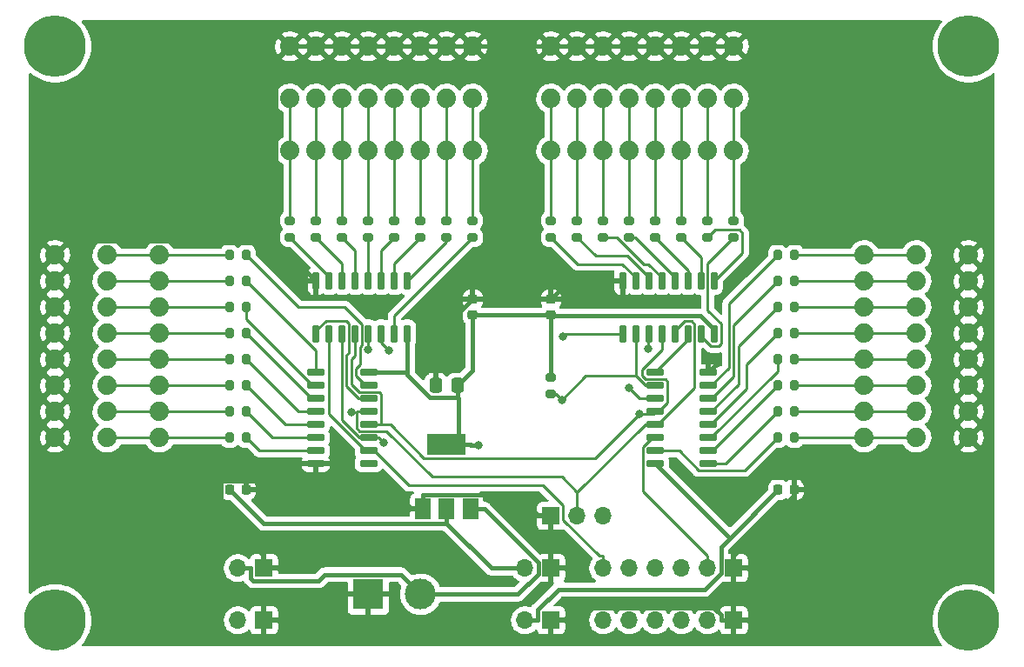
<source format=gbr>
G04 #@! TF.GenerationSoftware,KiCad,Pcbnew,6.0.2*
G04 #@! TF.CreationDate,2022-03-14T21:08:10+11:00*
G04 #@! TF.ProjectId,sr32gpo,73723332-6770-46f2-9e6b-696361645f70,rev?*
G04 #@! TF.SameCoordinates,Original*
G04 #@! TF.FileFunction,Copper,L1,Top*
G04 #@! TF.FilePolarity,Positive*
%FSLAX46Y46*%
G04 Gerber Fmt 4.6, Leading zero omitted, Abs format (unit mm)*
G04 Created by KiCad (PCBNEW 6.0.2) date 2022-03-14 21:08:10*
%MOMM*%
%LPD*%
G01*
G04 APERTURE LIST*
G04 Aperture macros list*
%AMRoundRect*
0 Rectangle with rounded corners*
0 $1 Rounding radius*
0 $2 $3 $4 $5 $6 $7 $8 $9 X,Y pos of 4 corners*
0 Add a 4 corners polygon primitive as box body*
4,1,4,$2,$3,$4,$5,$6,$7,$8,$9,$2,$3,0*
0 Add four circle primitives for the rounded corners*
1,1,$1+$1,$2,$3*
1,1,$1+$1,$4,$5*
1,1,$1+$1,$6,$7*
1,1,$1+$1,$8,$9*
0 Add four rect primitives between the rounded corners*
20,1,$1+$1,$2,$3,$4,$5,0*
20,1,$1+$1,$4,$5,$6,$7,0*
20,1,$1+$1,$6,$7,$8,$9,0*
20,1,$1+$1,$8,$9,$2,$3,0*%
G04 Aperture macros list end*
G04 #@! TA.AperFunction,SMDPad,CuDef*
%ADD10RoundRect,0.225000X-0.250000X0.225000X-0.250000X-0.225000X0.250000X-0.225000X0.250000X0.225000X0*%
G04 #@! TD*
G04 #@! TA.AperFunction,SMDPad,CuDef*
%ADD11RoundRect,0.225000X0.225000X0.250000X-0.225000X0.250000X-0.225000X-0.250000X0.225000X-0.250000X0*%
G04 #@! TD*
G04 #@! TA.AperFunction,ComponentPad*
%ADD12C,6.000000*%
G04 #@! TD*
G04 #@! TA.AperFunction,ComponentPad*
%ADD13C,1.879600*%
G04 #@! TD*
G04 #@! TA.AperFunction,ComponentPad*
%ADD14R,1.700000X1.700000*%
G04 #@! TD*
G04 #@! TA.AperFunction,ComponentPad*
%ADD15O,1.700000X1.700000*%
G04 #@! TD*
G04 #@! TA.AperFunction,SMDPad,CuDef*
%ADD16RoundRect,0.200000X0.275000X-0.200000X0.275000X0.200000X-0.275000X0.200000X-0.275000X-0.200000X0*%
G04 #@! TD*
G04 #@! TA.AperFunction,SMDPad,CuDef*
%ADD17RoundRect,0.200000X0.200000X0.275000X-0.200000X0.275000X-0.200000X-0.275000X0.200000X-0.275000X0*%
G04 #@! TD*
G04 #@! TA.AperFunction,SMDPad,CuDef*
%ADD18RoundRect,0.150000X0.725000X0.150000X-0.725000X0.150000X-0.725000X-0.150000X0.725000X-0.150000X0*%
G04 #@! TD*
G04 #@! TA.AperFunction,SMDPad,CuDef*
%ADD19RoundRect,0.150000X-0.150000X0.725000X-0.150000X-0.725000X0.150000X-0.725000X0.150000X0.725000X0*%
G04 #@! TD*
G04 #@! TA.AperFunction,SMDPad,CuDef*
%ADD20RoundRect,0.150000X-0.725000X-0.150000X0.725000X-0.150000X0.725000X0.150000X-0.725000X0.150000X0*%
G04 #@! TD*
G04 #@! TA.AperFunction,SMDPad,CuDef*
%ADD21RoundRect,0.200000X-0.200000X-0.275000X0.200000X-0.275000X0.200000X0.275000X-0.200000X0.275000X0*%
G04 #@! TD*
G04 #@! TA.AperFunction,SMDPad,CuDef*
%ADD22RoundRect,0.250000X0.337500X0.475000X-0.337500X0.475000X-0.337500X-0.475000X0.337500X-0.475000X0*%
G04 #@! TD*
G04 #@! TA.AperFunction,ComponentPad*
%ADD23R,3.000000X3.000000*%
G04 #@! TD*
G04 #@! TA.AperFunction,ComponentPad*
%ADD24C,3.000000*%
G04 #@! TD*
G04 #@! TA.AperFunction,SMDPad,CuDef*
%ADD25R,1.500000X2.000000*%
G04 #@! TD*
G04 #@! TA.AperFunction,SMDPad,CuDef*
%ADD26R,3.800000X2.000000*%
G04 #@! TD*
G04 #@! TA.AperFunction,SMDPad,CuDef*
%ADD27RoundRect,0.200000X-0.275000X0.200000X-0.275000X-0.200000X0.275000X-0.200000X0.275000X0.200000X0*%
G04 #@! TD*
G04 #@! TA.AperFunction,ViaPad*
%ADD28C,0.800000*%
G04 #@! TD*
G04 #@! TA.AperFunction,Conductor*
%ADD29C,0.400000*%
G04 #@! TD*
G04 #@! TA.AperFunction,Conductor*
%ADD30C,0.250000*%
G04 #@! TD*
G04 APERTURE END LIST*
D10*
X127000000Y-70345000D03*
X127000000Y-71895000D03*
X119380000Y-70345000D03*
X119380000Y-71895000D03*
D11*
X97295000Y-88900000D03*
X95745000Y-88900000D03*
D12*
X78740000Y-45720000D03*
X167640000Y-45720000D03*
D13*
X157480000Y-83820000D03*
X157480000Y-81280000D03*
X157480000Y-78740000D03*
X157480000Y-76200000D03*
X157480000Y-73660000D03*
X157480000Y-71120000D03*
X157480000Y-68580000D03*
X157480000Y-66040000D03*
X162560000Y-83820000D03*
X162560000Y-81280000D03*
X162560000Y-78740000D03*
X162560000Y-76200000D03*
X162560000Y-73660000D03*
X162560000Y-71120000D03*
X162560000Y-68580000D03*
X162560000Y-66040000D03*
X144780000Y-55880000D03*
X142240000Y-55880000D03*
X139700000Y-55880000D03*
X137160000Y-55880000D03*
X134620000Y-55880000D03*
X132080000Y-55880000D03*
X129540000Y-55880000D03*
X127000000Y-55880000D03*
X144780000Y-50800000D03*
X142240000Y-50800000D03*
X139700000Y-50800000D03*
X137160000Y-50800000D03*
X134620000Y-50800000D03*
X132080000Y-50800000D03*
X129540000Y-50800000D03*
X127000000Y-50800000D03*
X119380000Y-55880000D03*
X116840000Y-55880000D03*
X114300000Y-55880000D03*
X111760000Y-55880000D03*
X109220000Y-55880000D03*
X106680000Y-55880000D03*
X104140000Y-55880000D03*
X101600000Y-55880000D03*
X119380000Y-50800000D03*
X116840000Y-50800000D03*
X114300000Y-50800000D03*
X111760000Y-50800000D03*
X109220000Y-50800000D03*
X106680000Y-50800000D03*
X104140000Y-50800000D03*
X101600000Y-50800000D03*
D14*
X127000000Y-91440000D03*
D15*
X129540000Y-91440000D03*
X132080000Y-91440000D03*
D16*
X119380000Y-64325000D03*
X119380000Y-62675000D03*
X116840000Y-64325000D03*
X116840000Y-62675000D03*
X114300000Y-64325000D03*
X114300000Y-62675000D03*
X111760000Y-64325000D03*
X111760000Y-62675000D03*
X109220000Y-64325000D03*
X109220000Y-62675000D03*
X106680000Y-64325000D03*
X106680000Y-62675000D03*
X104140000Y-64325000D03*
X104140000Y-62675000D03*
X101600000Y-64325000D03*
X101600000Y-62675000D03*
D17*
X97345000Y-66040000D03*
X95695000Y-66040000D03*
X97345000Y-68580000D03*
X95695000Y-68580000D03*
X97345000Y-71120000D03*
X95695000Y-71120000D03*
X97345000Y-73660000D03*
X95695000Y-73660000D03*
X97345000Y-76200000D03*
X95695000Y-76200000D03*
X97345000Y-78740000D03*
X95695000Y-78740000D03*
X97345000Y-81280000D03*
X95695000Y-81280000D03*
X97345000Y-83820000D03*
X95695000Y-83820000D03*
D18*
X142275000Y-86360000D03*
X142275000Y-85090000D03*
X142275000Y-83820000D03*
X142275000Y-82550000D03*
X142275000Y-81280000D03*
X142275000Y-80010000D03*
X142275000Y-78740000D03*
X142275000Y-77470000D03*
X137125000Y-77470000D03*
X137125000Y-78740000D03*
X137125000Y-80010000D03*
X137125000Y-81280000D03*
X137125000Y-82550000D03*
X137125000Y-83820000D03*
X137125000Y-85090000D03*
X137125000Y-86360000D03*
D19*
X113030000Y-68545000D03*
X111760000Y-68545000D03*
X110490000Y-68545000D03*
X109220000Y-68545000D03*
X107950000Y-68545000D03*
X106680000Y-68545000D03*
X105410000Y-68545000D03*
X104140000Y-68545000D03*
X104140000Y-73695000D03*
X105410000Y-73695000D03*
X106680000Y-73695000D03*
X107950000Y-73695000D03*
X109220000Y-73695000D03*
X110490000Y-73695000D03*
X111760000Y-73695000D03*
X113030000Y-73695000D03*
D20*
X104105000Y-77470000D03*
X104105000Y-78740000D03*
X104105000Y-80010000D03*
X104105000Y-81280000D03*
X104105000Y-82550000D03*
X104105000Y-83820000D03*
X104105000Y-85090000D03*
X104105000Y-86360000D03*
X109255000Y-86360000D03*
X109255000Y-85090000D03*
X109255000Y-83820000D03*
X109255000Y-82550000D03*
X109255000Y-81280000D03*
X109255000Y-80010000D03*
X109255000Y-78740000D03*
X109255000Y-77470000D03*
D19*
X142875000Y-68545000D03*
X141605000Y-68545000D03*
X140335000Y-68545000D03*
X139065000Y-68545000D03*
X137795000Y-68545000D03*
X136525000Y-68545000D03*
X135255000Y-68545000D03*
X133985000Y-68545000D03*
X133985000Y-73695000D03*
X135255000Y-73695000D03*
X136525000Y-73695000D03*
X137795000Y-73695000D03*
X139065000Y-73695000D03*
X140335000Y-73695000D03*
X141605000Y-73695000D03*
X142875000Y-73695000D03*
D21*
X149035000Y-66040000D03*
X150685000Y-66040000D03*
X149035000Y-68580000D03*
X150685000Y-68580000D03*
X149035000Y-81280000D03*
X150685000Y-81280000D03*
X149035000Y-83820000D03*
X150685000Y-83820000D03*
X149035000Y-76200000D03*
X150685000Y-76200000D03*
X149035000Y-73660000D03*
X150685000Y-73660000D03*
X149035000Y-71120000D03*
X150685000Y-71120000D03*
X149035000Y-78740000D03*
X150685000Y-78740000D03*
D16*
X134620000Y-64325000D03*
X134620000Y-62675000D03*
X137160000Y-64325000D03*
X137160000Y-62675000D03*
X144780000Y-64325000D03*
X144780000Y-62675000D03*
X132080000Y-64325000D03*
X132080000Y-62675000D03*
X142240000Y-64325000D03*
X142240000Y-62675000D03*
X129540000Y-64325000D03*
X129540000Y-62675000D03*
X139700000Y-64325000D03*
X139700000Y-62675000D03*
X127000000Y-64325000D03*
X127000000Y-62675000D03*
D11*
X150635000Y-88900000D03*
X149085000Y-88900000D03*
D13*
X88900000Y-66040000D03*
X88900000Y-68580000D03*
X88900000Y-71120000D03*
X88900000Y-73660000D03*
X88900000Y-76200000D03*
X88900000Y-78740000D03*
X88900000Y-81280000D03*
X88900000Y-83820000D03*
X83820000Y-66040000D03*
X83820000Y-68580000D03*
X83820000Y-71120000D03*
X83820000Y-73660000D03*
X83820000Y-76200000D03*
X83820000Y-78740000D03*
X83820000Y-81280000D03*
X83820000Y-83820000D03*
X127000000Y-45720000D03*
X129540000Y-45720000D03*
X132080000Y-45720000D03*
X134620000Y-45720000D03*
X137160000Y-45720000D03*
X139700000Y-45720000D03*
X142240000Y-45720000D03*
X144780000Y-45720000D03*
X101600000Y-45720000D03*
X104140000Y-45720000D03*
X106680000Y-45720000D03*
X109220000Y-45720000D03*
X111760000Y-45720000D03*
X114300000Y-45720000D03*
X116840000Y-45720000D03*
X119380000Y-45720000D03*
X78740000Y-83820000D03*
X78740000Y-81280000D03*
X78740000Y-78740000D03*
X78740000Y-76200000D03*
X78740000Y-73660000D03*
X78740000Y-71120000D03*
X78740000Y-68580000D03*
X78740000Y-66040000D03*
X167640000Y-66040000D03*
X167640000Y-68580000D03*
X167640000Y-71120000D03*
X167640000Y-73660000D03*
X167640000Y-76200000D03*
X167640000Y-78740000D03*
X167640000Y-81280000D03*
X167640000Y-83820000D03*
D22*
X117877500Y-78740000D03*
X115802500Y-78740000D03*
D14*
X127000000Y-96520000D03*
D15*
X124460000Y-96520000D03*
D14*
X144780000Y-101600000D03*
D15*
X142240000Y-101600000D03*
X139700000Y-101600000D03*
X137160000Y-101600000D03*
X134620000Y-101600000D03*
X132080000Y-101600000D03*
D12*
X78740000Y-101600000D03*
X167640000Y-101600000D03*
D14*
X144780000Y-96520000D03*
D15*
X142240000Y-96520000D03*
X139700000Y-96520000D03*
X137160000Y-96520000D03*
X134620000Y-96520000D03*
X132080000Y-96520000D03*
D14*
X99060000Y-101600000D03*
D15*
X96520000Y-101600000D03*
D23*
X109220000Y-99060000D03*
D24*
X114300000Y-99060000D03*
D25*
X114540000Y-90780000D03*
D26*
X116840000Y-84480000D03*
D25*
X116840000Y-90780000D03*
X119140000Y-90780000D03*
D14*
X99060000Y-96520000D03*
D15*
X96520000Y-96520000D03*
D14*
X127000000Y-101600000D03*
D15*
X124460000Y-101600000D03*
D27*
X127000000Y-77915000D03*
X127000000Y-79565000D03*
D28*
X143171900Y-76567800D03*
X111225000Y-75332400D03*
X128172800Y-73976900D03*
X128054900Y-80127900D03*
X135619900Y-81468900D03*
X134613600Y-78988000D03*
X136421900Y-75185900D03*
X110703100Y-84330100D03*
X109220000Y-75222500D03*
X107600600Y-81319000D03*
X119972400Y-84540600D03*
D29*
X143171900Y-76567800D02*
X142275000Y-77464700D01*
X142240000Y-45720000D02*
X139700000Y-45720000D01*
X119380000Y-45720000D02*
X116840000Y-45720000D01*
X94877400Y-88016900D02*
X94877400Y-91087100D01*
X142275000Y-77464700D02*
X142275000Y-77470000D01*
X129500600Y-100349700D02*
X142826400Y-100349700D01*
X144780000Y-96520000D02*
X144780000Y-95269700D01*
X129540000Y-45720000D02*
X127000000Y-45720000D01*
X116840000Y-45720000D02*
X114300000Y-45720000D01*
X127000000Y-91440000D02*
X125749700Y-91440000D01*
X139700000Y-45720000D02*
X137160000Y-45720000D01*
X114540000Y-90780000D02*
X113389700Y-90780000D01*
X123689400Y-89379700D02*
X114540000Y-89379700D01*
X119380000Y-70345000D02*
X123190000Y-70345000D01*
X127000000Y-45720000D02*
X123190000Y-45720000D01*
X106680000Y-45720000D02*
X104140000Y-45720000D01*
X123190000Y-45720000D02*
X123190000Y-70345000D01*
X111760000Y-45720000D02*
X109220000Y-45720000D01*
X144780000Y-95269700D02*
X150635000Y-89414700D01*
X143529700Y-101053000D02*
X143529700Y-101600000D01*
X150635000Y-89414700D02*
X150635000Y-88900000D01*
X104105000Y-87388800D02*
X104105000Y-86360000D01*
X97295000Y-88016900D02*
X103476900Y-88016900D01*
X123190000Y-70345000D02*
X127000000Y-70345000D01*
X144780000Y-101600000D02*
X143529700Y-101600000D01*
X142826400Y-100349700D02*
X143529700Y-101053000D01*
X114540000Y-90780000D02*
X114540000Y-89379700D01*
X134620000Y-45720000D02*
X132080000Y-45720000D01*
X94877400Y-91087100D02*
X99060000Y-95269700D01*
X78740000Y-66040000D02*
X80136700Y-64643300D01*
X100238300Y-64643300D02*
X104140000Y-68545000D01*
X128250300Y-101600000D02*
X129500600Y-100349700D01*
X104105000Y-87388800D02*
X109998500Y-87388800D01*
X162560000Y-88900000D02*
X167640000Y-83820000D01*
X132080000Y-45720000D02*
X129540000Y-45720000D01*
X94877400Y-88016900D02*
X97295000Y-88016900D01*
X82936900Y-88016900D02*
X94877400Y-88016900D01*
X150635000Y-88900000D02*
X162560000Y-88900000D01*
X103476900Y-88016900D02*
X104105000Y-87388800D01*
X104140000Y-45720000D02*
X101600000Y-45720000D01*
X80136700Y-64643300D02*
X100238300Y-64643300D01*
X109998500Y-87388800D02*
X113389700Y-90780000D01*
X114300000Y-45720000D02*
X111760000Y-45720000D01*
X100238300Y-47081700D02*
X100238300Y-64643300D01*
X101600000Y-45720000D02*
X100238300Y-47081700D01*
X115802500Y-78740000D02*
X115802500Y-73922500D01*
X123190000Y-45720000D02*
X119380000Y-45720000D01*
X144780000Y-45720000D02*
X142240000Y-45720000D01*
X127000000Y-70345000D02*
X128800000Y-68545000D01*
X115802500Y-73922500D02*
X119380000Y-70345000D01*
X78740000Y-83820000D02*
X82936900Y-88016900D01*
X109220000Y-45720000D02*
X106680000Y-45720000D01*
X99060000Y-96520000D02*
X99060000Y-95269700D01*
X137160000Y-45720000D02*
X134620000Y-45720000D01*
X128800000Y-68545000D02*
X133985000Y-68545000D01*
X97295000Y-88016900D02*
X97295000Y-88900000D01*
X125749700Y-91440000D02*
X123689400Y-89379700D01*
X127000000Y-101600000D02*
X128250300Y-101600000D01*
D30*
X157480000Y-66040000D02*
X162560000Y-66040000D01*
X150685000Y-66040000D02*
X157480000Y-66040000D01*
X157480000Y-68580000D02*
X162560000Y-68580000D01*
X150685000Y-68580000D02*
X157480000Y-68580000D01*
X150685000Y-71120000D02*
X157480000Y-71120000D01*
X157480000Y-71120000D02*
X162560000Y-71120000D01*
X150685000Y-73660000D02*
X157480000Y-73660000D01*
X157480000Y-73660000D02*
X162560000Y-73660000D01*
X150685000Y-76200000D02*
X157480000Y-76200000D01*
X157480000Y-76200000D02*
X162560000Y-76200000D01*
X157480000Y-78740000D02*
X162560000Y-78740000D01*
X150685000Y-78740000D02*
X157480000Y-78740000D01*
X157480000Y-81280000D02*
X162560000Y-81280000D01*
X150685000Y-81280000D02*
X157480000Y-81280000D01*
X150685000Y-83820000D02*
X157480000Y-83820000D01*
X157480000Y-83820000D02*
X162560000Y-83820000D01*
X127000000Y-50800000D02*
X127000000Y-55880000D01*
X127000000Y-55880000D02*
X127000000Y-62675000D01*
X129540000Y-55880000D02*
X129540000Y-62675000D01*
X129540000Y-50800000D02*
X129540000Y-55880000D01*
X132080000Y-55880000D02*
X132080000Y-62675000D01*
X132080000Y-50800000D02*
X132080000Y-55880000D01*
X134620000Y-50800000D02*
X134620000Y-55880000D01*
X134620000Y-55880000D02*
X134620000Y-62675000D01*
X137160000Y-50800000D02*
X137160000Y-55880000D01*
X137160000Y-55880000D02*
X137160000Y-62675000D01*
X139700000Y-50800000D02*
X139700000Y-55880000D01*
X139700000Y-55880000D02*
X139700000Y-62675000D01*
X142240000Y-55880000D02*
X142240000Y-62675000D01*
X142240000Y-50800000D02*
X142240000Y-55880000D01*
X144780000Y-55880000D02*
X144780000Y-62675000D01*
X144780000Y-50800000D02*
X144780000Y-55880000D01*
X101600000Y-50800000D02*
X101600000Y-55880000D01*
X101600000Y-55880000D02*
X101600000Y-62675000D01*
X104140000Y-50800000D02*
X104140000Y-55880000D01*
X104140000Y-55880000D02*
X104140000Y-62675000D01*
X106680000Y-50800000D02*
X106680000Y-55880000D01*
X106680000Y-55880000D02*
X106680000Y-62675000D01*
X109220000Y-55880000D02*
X109220000Y-62675000D01*
X109220000Y-50800000D02*
X109220000Y-55880000D01*
X111760000Y-55880000D02*
X111760000Y-62675000D01*
X111760000Y-50800000D02*
X111760000Y-55880000D01*
X114300000Y-55880000D02*
X114300000Y-62675000D01*
X114300000Y-50800000D02*
X114300000Y-55880000D01*
X116840000Y-50800000D02*
X116840000Y-55880000D01*
X116840000Y-55880000D02*
X116840000Y-62675000D01*
X119380000Y-55880000D02*
X119380000Y-62675000D01*
X119380000Y-50800000D02*
X119380000Y-55880000D01*
X88900000Y-83820000D02*
X95695000Y-83820000D01*
X83820000Y-83820000D02*
X88900000Y-83820000D01*
X83820000Y-81280000D02*
X88900000Y-81280000D01*
X88900000Y-81280000D02*
X95695000Y-81280000D01*
X83820000Y-78740000D02*
X88900000Y-78740000D01*
X88900000Y-78740000D02*
X95695000Y-78740000D01*
X83820000Y-76200000D02*
X88900000Y-76200000D01*
X88900000Y-76200000D02*
X95695000Y-76200000D01*
X83820000Y-73660000D02*
X88900000Y-73660000D01*
X88900000Y-73660000D02*
X95695000Y-73660000D01*
X88900000Y-71120000D02*
X95695000Y-71120000D01*
X83820000Y-71120000D02*
X88900000Y-71120000D01*
X88900000Y-68580000D02*
X95695000Y-68580000D01*
X83820000Y-68580000D02*
X88900000Y-68580000D01*
X83820000Y-66040000D02*
X88900000Y-66040000D01*
X88900000Y-66040000D02*
X95695000Y-66040000D01*
X149035000Y-83820000D02*
X145851500Y-87003500D01*
X137125000Y-85090000D02*
X139458928Y-85090000D01*
X139458928Y-85090000D02*
X141372428Y-87003500D01*
X141346900Y-87003500D02*
X145851500Y-87003500D01*
X143955000Y-86360000D02*
X142275000Y-86360000D01*
X149035000Y-81280000D02*
X143955000Y-86360000D01*
X142685000Y-85090000D02*
X142275000Y-85090000D01*
X149035000Y-78740000D02*
X142685000Y-85090000D01*
X149035000Y-77338200D02*
X142553200Y-83820000D01*
X149035000Y-76200000D02*
X149035000Y-77338200D01*
X142553200Y-83820000D02*
X142275000Y-83820000D01*
X146051700Y-79058500D02*
X142560200Y-82550000D01*
X149035000Y-73660000D02*
X146051700Y-76643300D01*
X142560200Y-82550000D02*
X142275000Y-82550000D01*
X146051700Y-76643300D02*
X146051700Y-79058500D01*
X142578300Y-81280000D02*
X145215200Y-78643100D01*
X142275000Y-81280000D02*
X142578300Y-81280000D01*
X145215200Y-74939800D02*
X149035000Y-71120000D01*
X145215200Y-78643100D02*
X145215200Y-74939800D01*
X142275000Y-80010000D02*
X142587200Y-80010000D01*
X144764900Y-77832300D02*
X144764900Y-72850100D01*
X144764900Y-72850100D02*
X149035000Y-68580000D01*
X142587200Y-80010000D02*
X144764900Y-77832300D01*
X144314500Y-70760500D02*
X149035000Y-66040000D01*
X142572300Y-78740000D02*
X144314500Y-76997800D01*
X144314500Y-76997800D02*
X144314500Y-70760500D01*
X142275000Y-78740000D02*
X142572300Y-78740000D01*
X142240000Y-66865000D02*
X142240000Y-71458300D01*
X141605000Y-73998600D02*
X141605000Y-73695000D01*
X142240000Y-71458300D02*
X143513400Y-72731700D01*
X143513400Y-72731700D02*
X143513400Y-74691500D01*
X144780000Y-64325000D02*
X142240000Y-66865000D01*
X143513400Y-74691500D02*
X143295900Y-74909000D01*
X143295900Y-74909000D02*
X142515400Y-74909000D01*
X142515400Y-74909000D02*
X141605000Y-73998600D01*
X145604800Y-65815200D02*
X145604800Y-63874000D01*
X145324300Y-63593500D02*
X142971500Y-63593500D01*
X142875000Y-68545000D02*
X145604800Y-65815200D01*
X142971500Y-63593500D02*
X142240000Y-64325000D01*
X145604800Y-63874000D02*
X145324300Y-63593500D01*
X141605000Y-66230000D02*
X141605000Y-68545000D01*
X139700000Y-64325000D02*
X141605000Y-66230000D01*
X137160000Y-64325000D02*
X140335000Y-67500000D01*
X140335000Y-67500000D02*
X140335000Y-68545000D01*
X139065000Y-68244000D02*
X139065000Y-68545000D01*
X134620000Y-64325000D02*
X135146000Y-64325000D01*
X135146000Y-64325000D02*
X139065000Y-68244000D01*
X136470700Y-66915000D02*
X137795000Y-68239300D01*
X137795000Y-68239300D02*
X137795000Y-68545000D01*
X132080000Y-64325000D02*
X133400900Y-64325000D01*
X133400900Y-64325000D02*
X135990900Y-66915000D01*
X135990900Y-66915000D02*
X136470700Y-66915000D01*
X136525000Y-68209100D02*
X136525000Y-68545000D01*
X129540000Y-64325000D02*
X131324500Y-66109500D01*
X134425400Y-66109500D02*
X136525000Y-68209100D01*
X131324500Y-66109500D02*
X134425400Y-66109500D01*
X127000000Y-64325000D02*
X129590000Y-66915000D01*
X129590000Y-66915000D02*
X133930700Y-66915000D01*
X135255000Y-68239300D02*
X135255000Y-68545000D01*
X133930700Y-66915000D02*
X135255000Y-68239300D01*
X111760000Y-71945000D02*
X119380000Y-64325000D01*
X111760000Y-73695000D02*
X111760000Y-71945000D01*
X113030000Y-68545000D02*
X116840000Y-64735000D01*
X116840000Y-64735000D02*
X116840000Y-64325000D01*
X111760000Y-66865000D02*
X114300000Y-64325000D01*
X111760000Y-68545000D02*
X111760000Y-66865000D01*
X110490000Y-68545000D02*
X110490000Y-65595000D01*
X110490000Y-65595000D02*
X111760000Y-64325000D01*
X109220000Y-68545000D02*
X109220000Y-64325000D01*
X107950000Y-65595000D02*
X106680000Y-64325000D01*
X107950000Y-68545000D02*
X107950000Y-65595000D01*
X106680000Y-68545000D02*
X106680000Y-66865000D01*
X106680000Y-66865000D02*
X104140000Y-64325000D01*
X105410000Y-68135000D02*
X101600000Y-64325000D01*
X105410000Y-68545000D02*
X105410000Y-68135000D01*
X108006400Y-77802100D02*
X108006400Y-77091700D01*
X108585000Y-72774600D02*
X106930400Y-71120000D01*
X108443000Y-76655100D02*
X108443000Y-74973700D01*
X108944300Y-78740000D02*
X108006400Y-77802100D01*
X108585000Y-74831700D02*
X108585000Y-72774600D01*
X106930400Y-71120000D02*
X102425000Y-71120000D01*
X108006400Y-77091700D02*
X108443000Y-76655100D01*
X102425000Y-71120000D02*
X97345000Y-66040000D01*
X109255000Y-78740000D02*
X108944300Y-78740000D01*
X108443000Y-74973700D02*
X108585000Y-74831700D01*
X104105000Y-77470000D02*
X104105000Y-75340000D01*
X104105000Y-75340000D02*
X97345000Y-68580000D01*
X104105000Y-78740000D02*
X103772800Y-78740000D01*
X103772800Y-78740000D02*
X97345000Y-72312200D01*
X97345000Y-72312200D02*
X97345000Y-71120000D01*
X104105000Y-80010000D02*
X103695000Y-80010000D01*
X103695000Y-80010000D02*
X97345000Y-73660000D01*
X102425000Y-81280000D02*
X97345000Y-76200000D01*
X104105000Y-81280000D02*
X102425000Y-81280000D01*
X101155000Y-82550000D02*
X97345000Y-78740000D01*
X104105000Y-82550000D02*
X101155000Y-82550000D01*
X104105000Y-83820000D02*
X99885000Y-83820000D01*
X99885000Y-83820000D02*
X97345000Y-81280000D01*
X104105000Y-85090000D02*
X98615000Y-85090000D01*
X98615000Y-85090000D02*
X97345000Y-83820000D01*
X140335000Y-73695000D02*
X140335000Y-74260000D01*
X140335000Y-74260000D02*
X137125000Y-77470000D01*
X133985000Y-73695000D02*
X128454700Y-73695000D01*
X110490000Y-74597400D02*
X110490000Y-73695000D01*
X111225000Y-75332400D02*
X110490000Y-74597400D01*
X128454700Y-73695000D02*
X128172800Y-73976900D01*
X107059900Y-72462100D02*
X107314900Y-72717100D01*
X107314900Y-75543500D02*
X107089700Y-75768700D01*
X105078500Y-72462100D02*
X107059900Y-72462100D01*
X104140000Y-73400600D02*
X105078500Y-72462100D01*
X108271800Y-80010000D02*
X109255000Y-80010000D01*
X107314900Y-72717100D02*
X107314900Y-75543500D01*
X107089700Y-78827900D02*
X108271800Y-80010000D01*
X107089700Y-75768700D02*
X107089700Y-78827900D01*
X104140000Y-73695000D02*
X104140000Y-73400600D01*
D29*
X104372400Y-97770400D02*
X104983200Y-97159600D01*
X98004800Y-97770400D02*
X104372400Y-97770400D01*
X96520000Y-96520000D02*
X97770300Y-96520000D01*
X104983200Y-97159600D02*
X112399600Y-97159600D01*
X112399600Y-97159600D02*
X114300000Y-99060000D01*
X97770300Y-97535900D02*
X98004800Y-97770400D01*
X123744200Y-99060000D02*
X114300000Y-99060000D01*
X125749600Y-96029700D02*
X125749600Y-97054600D01*
X120499900Y-90780000D02*
X125749600Y-96029700D01*
X97770300Y-96520000D02*
X97770300Y-97535900D01*
X125749600Y-97054600D02*
X123744200Y-99060000D01*
X119140000Y-90780000D02*
X120499900Y-90780000D01*
D30*
X128054900Y-80127900D02*
X127492000Y-79565000D01*
X132080000Y-95344700D02*
X131712700Y-95344700D01*
X128175400Y-90430200D02*
X126181300Y-88436100D01*
X135255000Y-77825500D02*
X130357300Y-77825500D01*
X108961700Y-85090000D02*
X105410000Y-81538300D01*
X135255000Y-73695000D02*
X135255000Y-77825500D01*
X135255000Y-77825500D02*
X136169500Y-78740000D01*
X130357300Y-77825500D02*
X128054900Y-80127900D01*
X136169500Y-78740000D02*
X137125000Y-78740000D01*
X126181300Y-88436100D02*
X113150600Y-88436100D01*
X128175400Y-91807400D02*
X128175400Y-90430200D01*
X132080000Y-96520000D02*
X132080000Y-95344700D01*
X113150600Y-88436100D02*
X109804500Y-85090000D01*
X105410000Y-81538300D02*
X105410000Y-73695000D01*
X109804500Y-85090000D02*
X109255000Y-85090000D01*
X109255000Y-85090000D02*
X108961700Y-85090000D01*
X127492000Y-79565000D02*
X127000000Y-79565000D01*
X131712700Y-95344700D02*
X128175400Y-91807400D01*
X135619900Y-81468900D02*
X136936100Y-81468900D01*
X131283400Y-85805400D02*
X114614600Y-85805400D01*
X107553100Y-76192000D02*
X107950000Y-75795100D01*
X114614600Y-85805400D02*
X111359200Y-82550000D01*
X110484700Y-79588500D02*
X110271200Y-79375000D01*
X107553100Y-78607400D02*
X107553100Y-76192000D01*
X136171400Y-78105000D02*
X135880100Y-77813700D01*
X110484700Y-82550000D02*
X110484700Y-79588500D01*
X135880100Y-77166200D02*
X137795000Y-75251300D01*
X138102900Y-78105000D02*
X136171400Y-78105000D01*
X137795000Y-75251300D02*
X137795000Y-73695000D01*
X135619900Y-81468900D02*
X131283400Y-85805400D01*
X135880100Y-77813700D02*
X135880100Y-77166200D01*
X110484700Y-82550000D02*
X109255000Y-82550000D01*
X111359200Y-82550000D02*
X110484700Y-82550000D01*
X107950000Y-75795100D02*
X107950000Y-73695000D01*
X137125000Y-81280000D02*
X137485500Y-81280000D01*
X138334900Y-78337000D02*
X138102900Y-78105000D01*
X137485500Y-81280000D02*
X138334900Y-80430600D01*
X138334900Y-80430600D02*
X138334900Y-78337000D01*
X136936100Y-81468900D02*
X137125000Y-81280000D01*
X110271200Y-79375000D02*
X108320700Y-79375000D01*
X108320700Y-79375000D02*
X107553100Y-78607400D01*
X134613600Y-78988000D02*
X135635600Y-80010000D01*
X108332800Y-83820000D02*
X109255000Y-83820000D01*
X106680000Y-73695000D02*
X106613600Y-73761400D01*
X136525000Y-73695000D02*
X136421900Y-73798100D01*
X136421900Y-73798100D02*
X136421900Y-75185900D01*
X110193000Y-83820000D02*
X110703100Y-84330100D01*
X109255000Y-83820000D02*
X110193000Y-83820000D01*
X135635600Y-80010000D02*
X137125000Y-80010000D01*
X106613600Y-82100800D02*
X108332800Y-83820000D01*
X106613600Y-73761400D02*
X106613600Y-82100800D01*
X135921800Y-84747128D02*
X135921800Y-89026500D01*
X142240000Y-95344700D02*
X142240000Y-96520000D01*
X136848928Y-83820000D02*
X135921800Y-84747128D01*
X135921800Y-89026500D02*
X142240000Y-95344700D01*
X137125000Y-83820000D02*
X136848928Y-83820000D01*
X139979300Y-72485900D02*
X140697200Y-72485900D01*
X137125000Y-82550000D02*
X136148300Y-82550000D01*
X139065000Y-73695000D02*
X139065000Y-73400200D01*
X108077700Y-81280000D02*
X108038700Y-81319000D01*
X108334700Y-83185000D02*
X108038700Y-82889000D01*
X140697200Y-72485900D02*
X140970000Y-72758700D01*
X128025700Y-87644000D02*
X115416300Y-87644000D01*
X140970000Y-78991000D02*
X137411000Y-82550000D01*
X137411000Y-82550000D02*
X137125000Y-82550000D01*
X109255000Y-81280000D02*
X108077700Y-81280000D01*
X109220000Y-73695000D02*
X109220000Y-75222500D01*
X129540000Y-89158300D02*
X129540000Y-91440000D01*
X108038700Y-81319000D02*
X107600600Y-81319000D01*
X139065000Y-73400200D02*
X139979300Y-72485900D01*
X129540000Y-89158300D02*
X128025700Y-87644000D01*
X110957300Y-83185000D02*
X108334700Y-83185000D01*
X115416300Y-87644000D02*
X110957300Y-83185000D01*
X136148300Y-82550000D02*
X129540000Y-89158300D01*
X108038700Y-82889000D02*
X108038700Y-81319000D01*
X140970000Y-72758700D02*
X140970000Y-78991000D01*
D29*
X116840000Y-92030200D02*
X116840000Y-92180300D01*
X121179700Y-96520000D02*
X116840000Y-92180300D01*
X99025300Y-92180300D02*
X95745000Y-88900000D01*
X117877500Y-79889300D02*
X117877500Y-78740000D01*
X143529500Y-94455500D02*
X144375000Y-93610000D01*
X142875000Y-73299800D02*
X142875000Y-73695000D01*
X143529500Y-97010800D02*
X143529500Y-94455500D01*
X141534600Y-71959400D02*
X142875000Y-73299800D01*
X125710300Y-100584100D02*
X127693100Y-98601300D01*
X116840000Y-92180300D02*
X99025300Y-92180300D01*
X113030000Y-77702000D02*
X113030000Y-77470000D01*
X113030000Y-77470000D02*
X113030000Y-73695000D01*
X141939000Y-98601300D02*
X143529500Y-97010800D01*
X127000000Y-71959400D02*
X127000000Y-77915000D01*
X137125000Y-86360000D02*
X144375000Y-93610000D01*
X119200900Y-84540600D02*
X119140300Y-84480000D01*
X119972400Y-84540600D02*
X119200900Y-84540600D01*
X125710300Y-101600000D02*
X125710300Y-100584100D01*
X117990200Y-84480000D02*
X119140300Y-84480000D01*
X117990200Y-84480000D02*
X117990200Y-80002000D01*
X115217300Y-79889300D02*
X113030000Y-77702000D01*
X109255000Y-77470000D02*
X113030000Y-77470000D01*
X119380000Y-77237500D02*
X119380000Y-71895000D01*
X124460000Y-96520000D02*
X121179700Y-96520000D01*
X117877500Y-78740000D02*
X119380000Y-77237500D01*
X116840000Y-90780000D02*
X116840000Y-92030200D01*
X119380000Y-71895000D02*
X127000000Y-71895000D01*
X127693100Y-98601300D02*
X141939000Y-98601300D01*
X144375000Y-93610000D02*
X149085000Y-88900000D01*
X117990200Y-80002000D02*
X117877500Y-79889300D01*
X127000000Y-71895000D02*
X127000000Y-71959400D01*
X127000000Y-71959400D02*
X141534600Y-71959400D01*
X117877500Y-79889300D02*
X115217300Y-79889300D01*
X116840000Y-84480000D02*
X117990200Y-84480000D01*
X124460000Y-101600000D02*
X125710300Y-101600000D01*
G04 #@! TA.AperFunction,Conductor*
G36*
X164986212Y-43200002D02*
G01*
X165032705Y-43253658D01*
X165042809Y-43323932D01*
X165016011Y-43385294D01*
X164797668Y-43654925D01*
X164597380Y-43963343D01*
X164430427Y-44291006D01*
X164298639Y-44634326D01*
X164203459Y-44989541D01*
X164195747Y-45038233D01*
X164157260Y-45281232D01*
X164145931Y-45352759D01*
X164126685Y-45720000D01*
X164145931Y-46087241D01*
X164146444Y-46090481D01*
X164146445Y-46090489D01*
X164155775Y-46149393D01*
X164203459Y-46450459D01*
X164298639Y-46805674D01*
X164430427Y-47148994D01*
X164597380Y-47476657D01*
X164797668Y-47785075D01*
X165029098Y-48070867D01*
X165289133Y-48330902D01*
X165574925Y-48562332D01*
X165883342Y-48762620D01*
X165886276Y-48764115D01*
X165886283Y-48764119D01*
X166208066Y-48928075D01*
X166211006Y-48929573D01*
X166554326Y-49061361D01*
X166909541Y-49156541D01*
X167102558Y-49187112D01*
X167269511Y-49213555D01*
X167269519Y-49213556D01*
X167272759Y-49214069D01*
X167640000Y-49233315D01*
X168007241Y-49214069D01*
X168010481Y-49213556D01*
X168010489Y-49213555D01*
X168177442Y-49187112D01*
X168370459Y-49156541D01*
X168725674Y-49061361D01*
X169068994Y-48929573D01*
X169071934Y-48928075D01*
X169393717Y-48764119D01*
X169393724Y-48764115D01*
X169396658Y-48762620D01*
X169705075Y-48562332D01*
X169974706Y-48343989D01*
X170040233Y-48316663D01*
X170110131Y-48329103D01*
X170162208Y-48377357D01*
X170180000Y-48441909D01*
X170180000Y-98878091D01*
X170159998Y-98946212D01*
X170106342Y-98992705D01*
X170036068Y-99002809D01*
X169974706Y-98976011D01*
X169707651Y-98759754D01*
X169705075Y-98757668D01*
X169396658Y-98557380D01*
X169393724Y-98555885D01*
X169393717Y-98555881D01*
X169071934Y-98391925D01*
X169068994Y-98390427D01*
X168846845Y-98305152D01*
X168728764Y-98259825D01*
X168728762Y-98259824D01*
X168725674Y-98258639D01*
X168370459Y-98163459D01*
X168177442Y-98132888D01*
X168010489Y-98106445D01*
X168010481Y-98106444D01*
X168007241Y-98105931D01*
X167640000Y-98086685D01*
X167272759Y-98105931D01*
X167269519Y-98106444D01*
X167269511Y-98106445D01*
X167102558Y-98132888D01*
X166909541Y-98163459D01*
X166554326Y-98258639D01*
X166551238Y-98259824D01*
X166551236Y-98259825D01*
X166433155Y-98305152D01*
X166211006Y-98390427D01*
X166208066Y-98391925D01*
X165886284Y-98555881D01*
X165886277Y-98555885D01*
X165883343Y-98557380D01*
X165574925Y-98757668D01*
X165289133Y-98989098D01*
X165029098Y-99249133D01*
X164797668Y-99534925D01*
X164795866Y-99537700D01*
X164629872Y-99793310D01*
X164597380Y-99843343D01*
X164595885Y-99846277D01*
X164595881Y-99846284D01*
X164467591Y-100098068D01*
X164430427Y-100171006D01*
X164298639Y-100514326D01*
X164203459Y-100869541D01*
X164189791Y-100955840D01*
X164149669Y-101209160D01*
X164145931Y-101232759D01*
X164126685Y-101600000D01*
X164145931Y-101967241D01*
X164146444Y-101970481D01*
X164146445Y-101970489D01*
X164163404Y-102077561D01*
X164203459Y-102330459D01*
X164298639Y-102685674D01*
X164299824Y-102688762D01*
X164299825Y-102688764D01*
X164330199Y-102767892D01*
X164430427Y-103028994D01*
X164597380Y-103356657D01*
X164797668Y-103665075D01*
X164799754Y-103667651D01*
X165016011Y-103934706D01*
X165043337Y-104000233D01*
X165030897Y-104070131D01*
X164982643Y-104122208D01*
X164918091Y-104140000D01*
X81461909Y-104140000D01*
X81393788Y-104119998D01*
X81347295Y-104066342D01*
X81337191Y-103996068D01*
X81363989Y-103934706D01*
X81580246Y-103667651D01*
X81582332Y-103665075D01*
X81782620Y-103356657D01*
X81949573Y-103028994D01*
X82049801Y-102767892D01*
X82080175Y-102688764D01*
X82080176Y-102688762D01*
X82081361Y-102685674D01*
X82176541Y-102330459D01*
X82216596Y-102077561D01*
X82233555Y-101970489D01*
X82233556Y-101970481D01*
X82234069Y-101967241D01*
X82253315Y-101600000D01*
X82251570Y-101566695D01*
X95157251Y-101566695D01*
X95157548Y-101571848D01*
X95157548Y-101571851D01*
X95163011Y-101666590D01*
X95170110Y-101789715D01*
X95171247Y-101794761D01*
X95171248Y-101794767D01*
X95185606Y-101858475D01*
X95219222Y-102007639D01*
X95303266Y-102214616D01*
X95342446Y-102278552D01*
X95417291Y-102400688D01*
X95419987Y-102405088D01*
X95566250Y-102573938D01*
X95738126Y-102716632D01*
X95931000Y-102829338D01*
X96139692Y-102909030D01*
X96144760Y-102910061D01*
X96144763Y-102910062D01*
X96252017Y-102931883D01*
X96358597Y-102953567D01*
X96363772Y-102953757D01*
X96363774Y-102953757D01*
X96576673Y-102961564D01*
X96576677Y-102961564D01*
X96581837Y-102961753D01*
X96586957Y-102961097D01*
X96586959Y-102961097D01*
X96798288Y-102934025D01*
X96798289Y-102934025D01*
X96803416Y-102933368D01*
X96808366Y-102931883D01*
X97012429Y-102870661D01*
X97012434Y-102870659D01*
X97017384Y-102869174D01*
X97217994Y-102770896D01*
X97399860Y-102641173D01*
X97467331Y-102573938D01*
X97508479Y-102532933D01*
X97570851Y-102499017D01*
X97641658Y-102504205D01*
X97698419Y-102546851D01*
X97715401Y-102577954D01*
X97756676Y-102688054D01*
X97765214Y-102703649D01*
X97841715Y-102805724D01*
X97854276Y-102818285D01*
X97956351Y-102894786D01*
X97971946Y-102903324D01*
X98092394Y-102948478D01*
X98107649Y-102952105D01*
X98158514Y-102957631D01*
X98165328Y-102958000D01*
X98787885Y-102958000D01*
X98803124Y-102953525D01*
X98804329Y-102952135D01*
X98806000Y-102944452D01*
X98806000Y-102939884D01*
X99314000Y-102939884D01*
X99318475Y-102955123D01*
X99319865Y-102956328D01*
X99327548Y-102957999D01*
X99954669Y-102957999D01*
X99961490Y-102957629D01*
X100012352Y-102952105D01*
X100027604Y-102948479D01*
X100148054Y-102903324D01*
X100163649Y-102894786D01*
X100265724Y-102818285D01*
X100278285Y-102805724D01*
X100354786Y-102703649D01*
X100363324Y-102688054D01*
X100408478Y-102567606D01*
X100412105Y-102552351D01*
X100417631Y-102501486D01*
X100418000Y-102494672D01*
X100418000Y-101872115D01*
X100413525Y-101856876D01*
X100412135Y-101855671D01*
X100404452Y-101854000D01*
X99332115Y-101854000D01*
X99316876Y-101858475D01*
X99315671Y-101859865D01*
X99314000Y-101867548D01*
X99314000Y-102939884D01*
X98806000Y-102939884D01*
X98806000Y-101327885D01*
X99314000Y-101327885D01*
X99318475Y-101343124D01*
X99319865Y-101344329D01*
X99327548Y-101346000D01*
X100399884Y-101346000D01*
X100415123Y-101341525D01*
X100416328Y-101340135D01*
X100417999Y-101332452D01*
X100417999Y-100705331D01*
X100417629Y-100698510D01*
X100412105Y-100647648D01*
X100408479Y-100632396D01*
X100398085Y-100604669D01*
X107212001Y-100604669D01*
X107212371Y-100611490D01*
X107217895Y-100662352D01*
X107221521Y-100677604D01*
X107266676Y-100798054D01*
X107275214Y-100813649D01*
X107351715Y-100915724D01*
X107364276Y-100928285D01*
X107466351Y-101004786D01*
X107481946Y-101013324D01*
X107602394Y-101058478D01*
X107617649Y-101062105D01*
X107668514Y-101067631D01*
X107675328Y-101068000D01*
X108947885Y-101068000D01*
X108963124Y-101063525D01*
X108964329Y-101062135D01*
X108966000Y-101054452D01*
X108966000Y-101049884D01*
X109474000Y-101049884D01*
X109478475Y-101065123D01*
X109479865Y-101066328D01*
X109487548Y-101067999D01*
X110764669Y-101067999D01*
X110771490Y-101067629D01*
X110822352Y-101062105D01*
X110837604Y-101058479D01*
X110958054Y-101013324D01*
X110973649Y-101004786D01*
X111075724Y-100928285D01*
X111088285Y-100915724D01*
X111164786Y-100813649D01*
X111173324Y-100798054D01*
X111218478Y-100677606D01*
X111222105Y-100662351D01*
X111227631Y-100611486D01*
X111228000Y-100604672D01*
X111228000Y-99332115D01*
X111223525Y-99316876D01*
X111222135Y-99315671D01*
X111214452Y-99314000D01*
X109492115Y-99314000D01*
X109476876Y-99318475D01*
X109475671Y-99319865D01*
X109474000Y-99327548D01*
X109474000Y-101049884D01*
X108966000Y-101049884D01*
X108966000Y-99332115D01*
X108961525Y-99316876D01*
X108960135Y-99315671D01*
X108952452Y-99314000D01*
X107230116Y-99314000D01*
X107214877Y-99318475D01*
X107213672Y-99319865D01*
X107212001Y-99327548D01*
X107212001Y-100604669D01*
X100398085Y-100604669D01*
X100363324Y-100511946D01*
X100354786Y-100496351D01*
X100278285Y-100394276D01*
X100265724Y-100381715D01*
X100163649Y-100305214D01*
X100148054Y-100296676D01*
X100027606Y-100251522D01*
X100012351Y-100247895D01*
X99961486Y-100242369D01*
X99954672Y-100242000D01*
X99332115Y-100242000D01*
X99316876Y-100246475D01*
X99315671Y-100247865D01*
X99314000Y-100255548D01*
X99314000Y-101327885D01*
X98806000Y-101327885D01*
X98806000Y-100260116D01*
X98801525Y-100244877D01*
X98800135Y-100243672D01*
X98792452Y-100242001D01*
X98165331Y-100242001D01*
X98158510Y-100242371D01*
X98107648Y-100247895D01*
X98092396Y-100251521D01*
X97971946Y-100296676D01*
X97956351Y-100305214D01*
X97854276Y-100381715D01*
X97841715Y-100394276D01*
X97765214Y-100496351D01*
X97756676Y-100511946D01*
X97715297Y-100622322D01*
X97672655Y-100679087D01*
X97606093Y-100703786D01*
X97536744Y-100688578D01*
X97504121Y-100662891D01*
X97453151Y-100606876D01*
X97453145Y-100606870D01*
X97449670Y-100603051D01*
X97445619Y-100599852D01*
X97445615Y-100599848D01*
X97278414Y-100467800D01*
X97278410Y-100467798D01*
X97274359Y-100464598D01*
X97078789Y-100356638D01*
X97073920Y-100354914D01*
X97073916Y-100354912D01*
X96873087Y-100283795D01*
X96873083Y-100283794D01*
X96868212Y-100282069D01*
X96863119Y-100281162D01*
X96863116Y-100281161D01*
X96653373Y-100243800D01*
X96653367Y-100243799D01*
X96648284Y-100242894D01*
X96574452Y-100241992D01*
X96430081Y-100240228D01*
X96430079Y-100240228D01*
X96424911Y-100240165D01*
X96204091Y-100273955D01*
X95991756Y-100343357D01*
X95793607Y-100446507D01*
X95789474Y-100449610D01*
X95789471Y-100449612D01*
X95619100Y-100577530D01*
X95614965Y-100580635D01*
X95460629Y-100742138D01*
X95457720Y-100746403D01*
X95457714Y-100746411D01*
X95399363Y-100831951D01*
X95334743Y-100926680D01*
X95298488Y-101004786D01*
X95257365Y-101093378D01*
X95240688Y-101129305D01*
X95180989Y-101344570D01*
X95157251Y-101566695D01*
X82251570Y-101566695D01*
X82234069Y-101232759D01*
X82230332Y-101209160D01*
X82190209Y-100955840D01*
X82176541Y-100869541D01*
X82081361Y-100514326D01*
X81949573Y-100171006D01*
X81912409Y-100098068D01*
X81784119Y-99846284D01*
X81784115Y-99846277D01*
X81782620Y-99843343D01*
X81750129Y-99793310D01*
X81584134Y-99537700D01*
X81582332Y-99534925D01*
X81350902Y-99249133D01*
X81090867Y-98989098D01*
X80805075Y-98757668D01*
X80496658Y-98557380D01*
X80493724Y-98555885D01*
X80493717Y-98555881D01*
X80171934Y-98391925D01*
X80168994Y-98390427D01*
X79946845Y-98305152D01*
X79828764Y-98259825D01*
X79828762Y-98259824D01*
X79825674Y-98258639D01*
X79470459Y-98163459D01*
X79277442Y-98132888D01*
X79110489Y-98106445D01*
X79110481Y-98106444D01*
X79107241Y-98105931D01*
X78740000Y-98086685D01*
X78372759Y-98105931D01*
X78369519Y-98106444D01*
X78369511Y-98106445D01*
X78202558Y-98132888D01*
X78009541Y-98163459D01*
X77654326Y-98258639D01*
X77651238Y-98259824D01*
X77651236Y-98259825D01*
X77533155Y-98305152D01*
X77311006Y-98390427D01*
X77308066Y-98391925D01*
X76986284Y-98555881D01*
X76986277Y-98555885D01*
X76983343Y-98557380D01*
X76674925Y-98757668D01*
X76672349Y-98759754D01*
X76405294Y-98976011D01*
X76339767Y-99003337D01*
X76269869Y-98990897D01*
X76217792Y-98942643D01*
X76200000Y-98878091D01*
X76200000Y-86625871D01*
X102728456Y-86625871D01*
X102769107Y-86765790D01*
X102775352Y-86780221D01*
X102851911Y-86909678D01*
X102861551Y-86922104D01*
X102967896Y-87028449D01*
X102980322Y-87038089D01*
X103109779Y-87114648D01*
X103124210Y-87120893D01*
X103270065Y-87163269D01*
X103282667Y-87165570D01*
X103311084Y-87167807D01*
X103316014Y-87168000D01*
X103832885Y-87168000D01*
X103848124Y-87163525D01*
X103849329Y-87162135D01*
X103851000Y-87154452D01*
X103851000Y-87149884D01*
X104359000Y-87149884D01*
X104363475Y-87165123D01*
X104364865Y-87166328D01*
X104372548Y-87167999D01*
X104893984Y-87167999D01*
X104898920Y-87167805D01*
X104927336Y-87165570D01*
X104939931Y-87163270D01*
X105085790Y-87120893D01*
X105100221Y-87114648D01*
X105229678Y-87038089D01*
X105242104Y-87028449D01*
X105348449Y-86922104D01*
X105358089Y-86909678D01*
X105434648Y-86780221D01*
X105440893Y-86765790D01*
X105479939Y-86631395D01*
X105479899Y-86617294D01*
X105472630Y-86614000D01*
X104377115Y-86614000D01*
X104361876Y-86618475D01*
X104360671Y-86619865D01*
X104359000Y-86627548D01*
X104359000Y-87149884D01*
X103851000Y-87149884D01*
X103851000Y-86632115D01*
X103846525Y-86616876D01*
X103845135Y-86615671D01*
X103837452Y-86614000D01*
X102743122Y-86614000D01*
X102729591Y-86617973D01*
X102728456Y-86625871D01*
X76200000Y-86625871D01*
X76200000Y-85010503D01*
X77914326Y-85010503D01*
X77919607Y-85017558D01*
X78107821Y-85127541D01*
X78117108Y-85131991D01*
X78329861Y-85213233D01*
X78339763Y-85216110D01*
X78562911Y-85261510D01*
X78573163Y-85262733D01*
X78800738Y-85271077D01*
X78811024Y-85270610D01*
X79036915Y-85241673D01*
X79047001Y-85239530D01*
X79265128Y-85174088D01*
X79274723Y-85170328D01*
X79479237Y-85070137D01*
X79488083Y-85064863D01*
X79553631Y-85018108D01*
X79562032Y-85007408D01*
X79555045Y-84994256D01*
X78752811Y-84192021D01*
X78738868Y-84184408D01*
X78737034Y-84184539D01*
X78730420Y-84188790D01*
X77921083Y-84998128D01*
X77914326Y-85010503D01*
X76200000Y-85010503D01*
X76200000Y-83789662D01*
X77287969Y-83789662D01*
X77301078Y-84017017D01*
X77302514Y-84027237D01*
X77352580Y-84249393D01*
X77355659Y-84259221D01*
X77441338Y-84470223D01*
X77445991Y-84479434D01*
X77541153Y-84634723D01*
X77551611Y-84644185D01*
X77560387Y-84640402D01*
X78367979Y-83832811D01*
X78374356Y-83821132D01*
X79104408Y-83821132D01*
X79104539Y-83822966D01*
X79108790Y-83829580D01*
X79914826Y-84635615D01*
X79926832Y-84642171D01*
X79938571Y-84633202D01*
X79982241Y-84572429D01*
X79987551Y-84563592D01*
X80088450Y-84359438D01*
X80092249Y-84349843D01*
X80158449Y-84131957D01*
X80160628Y-84121876D01*
X80190591Y-83894288D01*
X80191110Y-83887615D01*
X80192680Y-83823365D01*
X80192486Y-83816646D01*
X80189843Y-83784494D01*
X82367170Y-83784494D01*
X82367467Y-83789646D01*
X82367467Y-83789650D01*
X82373502Y-83894313D01*
X82380879Y-84022255D01*
X82382016Y-84027301D01*
X82382017Y-84027307D01*
X82412670Y-84163321D01*
X82433237Y-84254585D01*
X82435179Y-84259367D01*
X82435180Y-84259371D01*
X82520667Y-84469901D01*
X82522837Y-84475244D01*
X82647274Y-84678306D01*
X82803204Y-84858317D01*
X82986442Y-85010444D01*
X82990894Y-85013046D01*
X82990899Y-85013049D01*
X83176008Y-85121218D01*
X83192065Y-85130601D01*
X83414552Y-85215560D01*
X83419618Y-85216591D01*
X83419619Y-85216591D01*
X83473956Y-85227646D01*
X83647928Y-85263041D01*
X83782121Y-85267962D01*
X83880760Y-85271579D01*
X83880764Y-85271579D01*
X83885924Y-85271768D01*
X83891044Y-85271112D01*
X83891046Y-85271112D01*
X84117023Y-85242164D01*
X84117024Y-85242164D01*
X84122151Y-85241507D01*
X84206803Y-85216110D01*
X84345316Y-85174554D01*
X84345317Y-85174553D01*
X84350262Y-85173070D01*
X84564133Y-85068295D01*
X84568336Y-85065297D01*
X84568341Y-85065294D01*
X84753816Y-84932996D01*
X84753818Y-84932994D01*
X84758020Y-84929997D01*
X84926716Y-84761889D01*
X85065690Y-84568486D01*
X85087838Y-84523673D01*
X85135952Y-84471466D01*
X85200795Y-84453500D01*
X87518949Y-84453500D01*
X87587070Y-84473502D01*
X87626381Y-84513664D01*
X87727274Y-84678306D01*
X87883204Y-84858317D01*
X88066442Y-85010444D01*
X88070894Y-85013046D01*
X88070899Y-85013049D01*
X88256008Y-85121218D01*
X88272065Y-85130601D01*
X88494552Y-85215560D01*
X88499618Y-85216591D01*
X88499619Y-85216591D01*
X88553956Y-85227646D01*
X88727928Y-85263041D01*
X88862121Y-85267962D01*
X88960760Y-85271579D01*
X88960764Y-85271579D01*
X88965924Y-85271768D01*
X88971044Y-85271112D01*
X88971046Y-85271112D01*
X89197023Y-85242164D01*
X89197024Y-85242164D01*
X89202151Y-85241507D01*
X89286803Y-85216110D01*
X89425316Y-85174554D01*
X89425317Y-85174553D01*
X89430262Y-85173070D01*
X89644133Y-85068295D01*
X89648336Y-85065297D01*
X89648341Y-85065294D01*
X89833816Y-84932996D01*
X89833818Y-84932994D01*
X89838020Y-84929997D01*
X90006716Y-84761889D01*
X90145690Y-84568486D01*
X90167838Y-84523673D01*
X90215952Y-84471466D01*
X90280795Y-84453500D01*
X94812775Y-84453500D01*
X94880896Y-84473502D01*
X94920551Y-84514229D01*
X94924329Y-84520467D01*
X94933361Y-84535381D01*
X95054619Y-84656639D01*
X95201301Y-84745472D01*
X95208548Y-84747743D01*
X95208550Y-84747744D01*
X95253687Y-84761889D01*
X95364938Y-84796753D01*
X95438365Y-84803500D01*
X95441263Y-84803500D01*
X95695665Y-84803499D01*
X95951634Y-84803499D01*
X95954492Y-84803236D01*
X95954501Y-84803236D01*
X95990004Y-84799974D01*
X96025062Y-84796753D01*
X96088084Y-84777003D01*
X96181450Y-84747744D01*
X96181452Y-84747743D01*
X96188699Y-84745472D01*
X96335381Y-84656639D01*
X96430905Y-84561115D01*
X96493217Y-84527089D01*
X96564032Y-84532154D01*
X96609095Y-84561115D01*
X96704619Y-84656639D01*
X96851301Y-84745472D01*
X96858548Y-84747743D01*
X96858550Y-84747744D01*
X96903687Y-84761889D01*
X97014938Y-84796753D01*
X97088365Y-84803500D01*
X97106474Y-84803500D01*
X97380406Y-84803499D01*
X97448525Y-84823501D01*
X97469500Y-84840404D01*
X98111343Y-85482247D01*
X98118887Y-85490537D01*
X98123000Y-85497018D01*
X98128777Y-85502443D01*
X98172667Y-85543658D01*
X98175509Y-85546413D01*
X98195230Y-85566134D01*
X98198425Y-85568612D01*
X98207447Y-85576318D01*
X98239679Y-85606586D01*
X98246628Y-85610406D01*
X98257432Y-85616346D01*
X98273956Y-85627199D01*
X98289959Y-85639613D01*
X98330543Y-85657176D01*
X98341173Y-85662383D01*
X98379940Y-85683695D01*
X98387617Y-85685666D01*
X98387622Y-85685668D01*
X98399558Y-85688732D01*
X98418266Y-85695137D01*
X98436855Y-85703181D01*
X98444683Y-85704421D01*
X98444690Y-85704423D01*
X98480524Y-85710099D01*
X98492144Y-85712505D01*
X98527289Y-85721528D01*
X98534970Y-85723500D01*
X98555224Y-85723500D01*
X98574934Y-85725051D01*
X98594943Y-85728220D01*
X98602835Y-85727474D01*
X98638961Y-85724059D01*
X98650819Y-85723500D01*
X102682357Y-85723500D01*
X102750478Y-85743502D01*
X102796971Y-85797158D01*
X102807075Y-85867432D01*
X102790811Y-85913639D01*
X102775352Y-85939779D01*
X102769107Y-85954210D01*
X102730061Y-86088605D01*
X102730101Y-86102706D01*
X102737370Y-86106000D01*
X105466878Y-86106000D01*
X105480409Y-86102027D01*
X105481544Y-86094129D01*
X105440893Y-85954210D01*
X105434648Y-85939779D01*
X105358089Y-85810323D01*
X105352129Y-85802640D01*
X105326180Y-85736556D01*
X105340078Y-85666933D01*
X105350421Y-85650839D01*
X105354453Y-85646807D01*
X105439145Y-85503601D01*
X105442799Y-85491026D01*
X105474177Y-85383019D01*
X105485562Y-85343831D01*
X105488306Y-85308974D01*
X105488307Y-85308958D01*
X105488307Y-85308950D01*
X105488500Y-85306502D01*
X105488500Y-84873498D01*
X105487565Y-84861619D01*
X105486067Y-84842579D01*
X105486066Y-84842574D01*
X105485562Y-84836169D01*
X105439145Y-84676399D01*
X105354453Y-84533193D01*
X105351771Y-84530511D01*
X105326498Y-84466139D01*
X105340400Y-84396516D01*
X105350572Y-84380688D01*
X105354453Y-84376807D01*
X105439145Y-84233601D01*
X105442799Y-84221026D01*
X105459563Y-84163321D01*
X105485562Y-84073831D01*
X105488500Y-84036502D01*
X105488500Y-83603498D01*
X105488307Y-83601042D01*
X105486067Y-83572579D01*
X105486066Y-83572574D01*
X105485562Y-83566169D01*
X105451225Y-83447979D01*
X105441357Y-83414012D01*
X105441356Y-83414010D01*
X105439145Y-83406399D01*
X105354453Y-83263193D01*
X105351771Y-83260511D01*
X105326498Y-83196139D01*
X105340400Y-83126516D01*
X105350572Y-83110688D01*
X105354453Y-83106807D01*
X105439145Y-82963601D01*
X105442799Y-82951026D01*
X105460996Y-82888389D01*
X105485562Y-82803831D01*
X105486067Y-82797419D01*
X105487225Y-82791078D01*
X105490153Y-82791613D01*
X105510935Y-82737251D01*
X105568115Y-82695169D01*
X105638970Y-82690681D01*
X105700280Y-82724484D01*
X107834595Y-84858799D01*
X107868621Y-84921111D01*
X107871500Y-84947894D01*
X107871500Y-85306502D01*
X107871693Y-85308950D01*
X107871693Y-85308958D01*
X107871695Y-85308974D01*
X107874438Y-85343831D01*
X107885823Y-85383019D01*
X107917202Y-85491026D01*
X107920855Y-85503601D01*
X108005547Y-85646807D01*
X108008229Y-85649489D01*
X108033502Y-85713861D01*
X108019600Y-85783484D01*
X108009428Y-85799312D01*
X108005547Y-85803193D01*
X107920855Y-85946399D01*
X107918644Y-85954010D01*
X107918643Y-85954012D01*
X107903472Y-86006231D01*
X107874438Y-86106169D01*
X107871500Y-86143498D01*
X107871500Y-86576502D01*
X107871693Y-86578950D01*
X107871693Y-86578958D01*
X107872695Y-86591683D01*
X107874438Y-86613831D01*
X107884194Y-86647412D01*
X107918586Y-86765790D01*
X107920855Y-86773601D01*
X107924892Y-86780427D01*
X108001509Y-86909980D01*
X108001511Y-86909983D01*
X108005547Y-86916807D01*
X108123193Y-87034453D01*
X108130017Y-87038489D01*
X108130020Y-87038491D01*
X108219211Y-87091238D01*
X108266399Y-87119145D01*
X108274010Y-87121356D01*
X108274012Y-87121357D01*
X108281709Y-87123593D01*
X108426169Y-87165562D01*
X108432574Y-87166066D01*
X108432579Y-87166067D01*
X108461042Y-87168307D01*
X108461050Y-87168307D01*
X108463498Y-87168500D01*
X110046502Y-87168500D01*
X110048950Y-87168307D01*
X110048958Y-87168307D01*
X110077421Y-87166067D01*
X110077426Y-87166066D01*
X110083831Y-87165562D01*
X110228291Y-87123593D01*
X110235988Y-87121357D01*
X110235990Y-87121356D01*
X110243601Y-87119145D01*
X110290789Y-87091238D01*
X110379980Y-87038491D01*
X110379983Y-87038489D01*
X110386807Y-87034453D01*
X110504453Y-86916807D01*
X110508491Y-86909980D01*
X110513347Y-86903719D01*
X110514754Y-86904810D01*
X110559491Y-86863044D01*
X110629343Y-86850343D01*
X110694972Y-86877422D01*
X110705140Y-86886544D01*
X112646948Y-88828353D01*
X112654488Y-88836639D01*
X112658600Y-88843118D01*
X112664377Y-88848543D01*
X112708251Y-88889743D01*
X112711093Y-88892498D01*
X112730830Y-88912235D01*
X112734027Y-88914715D01*
X112743047Y-88922418D01*
X112775279Y-88952686D01*
X112782225Y-88956505D01*
X112782228Y-88956507D01*
X112793034Y-88962448D01*
X112809553Y-88973299D01*
X112825559Y-88985714D01*
X112832828Y-88988859D01*
X112832832Y-88988862D01*
X112866137Y-89003274D01*
X112876787Y-89008491D01*
X112915540Y-89029795D01*
X112923215Y-89031766D01*
X112923216Y-89031766D01*
X112935162Y-89034833D01*
X112953867Y-89041237D01*
X112972455Y-89049281D01*
X112980278Y-89050520D01*
X112980288Y-89050523D01*
X113016124Y-89056199D01*
X113027744Y-89058605D01*
X113057935Y-89066356D01*
X113070570Y-89069600D01*
X113090824Y-89069600D01*
X113110534Y-89071151D01*
X113130543Y-89074320D01*
X113138435Y-89073574D01*
X113174561Y-89070159D01*
X113186419Y-89069600D01*
X113542644Y-89069600D01*
X113610765Y-89089602D01*
X113657258Y-89143258D01*
X113667362Y-89213532D01*
X113637868Y-89278112D01*
X113586874Y-89313582D01*
X113551946Y-89326676D01*
X113536351Y-89335214D01*
X113434276Y-89411715D01*
X113421715Y-89424276D01*
X113345214Y-89526351D01*
X113336676Y-89541946D01*
X113291522Y-89662394D01*
X113287895Y-89677649D01*
X113282369Y-89728514D01*
X113282000Y-89735328D01*
X113282000Y-90507885D01*
X113286475Y-90523124D01*
X113287865Y-90524329D01*
X113295548Y-90526000D01*
X114668000Y-90526000D01*
X114736121Y-90546002D01*
X114782614Y-90599658D01*
X114794000Y-90652000D01*
X114794000Y-90908000D01*
X114773998Y-90976121D01*
X114720342Y-91022614D01*
X114668000Y-91034000D01*
X113300116Y-91034000D01*
X113284877Y-91038475D01*
X113283672Y-91039865D01*
X113282001Y-91047548D01*
X113282001Y-91345800D01*
X113261999Y-91413921D01*
X113208343Y-91460414D01*
X113156001Y-91471800D01*
X99370960Y-91471800D01*
X99302839Y-91451798D01*
X99281865Y-91434895D01*
X97841920Y-89994950D01*
X97807894Y-89932638D01*
X97812959Y-89861823D01*
X97855506Y-89804987D01*
X97864712Y-89798711D01*
X97972173Y-89732212D01*
X97983574Y-89723176D01*
X98093986Y-89612571D01*
X98102998Y-89601160D01*
X98185004Y-89468120D01*
X98191151Y-89454939D01*
X98240491Y-89306186D01*
X98243358Y-89292810D01*
X98252672Y-89201903D01*
X98253000Y-89195487D01*
X98253000Y-89172115D01*
X98248525Y-89156876D01*
X98247135Y-89155671D01*
X98239452Y-89154000D01*
X97167000Y-89154000D01*
X97098879Y-89133998D01*
X97052386Y-89080342D01*
X97041000Y-89028000D01*
X97041000Y-88627885D01*
X97549000Y-88627885D01*
X97553475Y-88643124D01*
X97554865Y-88644329D01*
X97562548Y-88646000D01*
X98234885Y-88646000D01*
X98250124Y-88641525D01*
X98251329Y-88640135D01*
X98253000Y-88632452D01*
X98253000Y-88604562D01*
X98252663Y-88598047D01*
X98243106Y-88505943D01*
X98240212Y-88492544D01*
X98190619Y-88343893D01*
X98184445Y-88330714D01*
X98102212Y-88197827D01*
X98093176Y-88186426D01*
X97982571Y-88076014D01*
X97971160Y-88067002D01*
X97838120Y-87984996D01*
X97824939Y-87978849D01*
X97676186Y-87929509D01*
X97662810Y-87926642D01*
X97571903Y-87917328D01*
X97566874Y-87917071D01*
X97551876Y-87921475D01*
X97550671Y-87922865D01*
X97549000Y-87930548D01*
X97549000Y-88627885D01*
X97041000Y-88627885D01*
X97041000Y-87935115D01*
X97036525Y-87919876D01*
X97035135Y-87918671D01*
X97027452Y-87917000D01*
X97024562Y-87917000D01*
X97018047Y-87917337D01*
X96925943Y-87926894D01*
X96912544Y-87929788D01*
X96763893Y-87979381D01*
X96750714Y-87985555D01*
X96617827Y-88067788D01*
X96600689Y-88081371D01*
X96599159Y-88079441D01*
X96547120Y-88107903D01*
X96476301Y-88102887D01*
X96439383Y-88079201D01*
X96438628Y-88080157D01*
X96432882Y-88075619D01*
X96427702Y-88070448D01*
X96421471Y-88066607D01*
X96288331Y-87984538D01*
X96288329Y-87984537D01*
X96282101Y-87980698D01*
X96119757Y-87926851D01*
X96112920Y-87926151D01*
X96112918Y-87926150D01*
X96071599Y-87921917D01*
X96018732Y-87916500D01*
X95471268Y-87916500D01*
X95468022Y-87916837D01*
X95468018Y-87916837D01*
X95438730Y-87919876D01*
X95368981Y-87927113D01*
X95360963Y-87929788D01*
X95213676Y-87978927D01*
X95213674Y-87978928D01*
X95206732Y-87981244D01*
X95061287Y-88071248D01*
X95056114Y-88076430D01*
X95051182Y-88081371D01*
X94940448Y-88192298D01*
X94936608Y-88198528D01*
X94936607Y-88198529D01*
X94887929Y-88277500D01*
X94850698Y-88337899D01*
X94796851Y-88500243D01*
X94786500Y-88601268D01*
X94786500Y-89198732D01*
X94786837Y-89201978D01*
X94786837Y-89201982D01*
X94789372Y-89226412D01*
X94797113Y-89301019D01*
X94799295Y-89307559D01*
X94835721Y-89416739D01*
X94851244Y-89463268D01*
X94941248Y-89608713D01*
X95062298Y-89729552D01*
X95068528Y-89733392D01*
X95068529Y-89733393D01*
X95200020Y-89814445D01*
X95207899Y-89819302D01*
X95370243Y-89873149D01*
X95377080Y-89873849D01*
X95377082Y-89873850D01*
X95418401Y-89878083D01*
X95471268Y-89883500D01*
X95674340Y-89883500D01*
X95742461Y-89903502D01*
X95763435Y-89920405D01*
X98503850Y-92660820D01*
X98509704Y-92667085D01*
X98547739Y-92710685D01*
X98566705Y-92724014D01*
X98599997Y-92747412D01*
X98605293Y-92751345D01*
X98655582Y-92790777D01*
X98662504Y-92793902D01*
X98664752Y-92795264D01*
X98679485Y-92803668D01*
X98681824Y-92804922D01*
X98688039Y-92809290D01*
X98695115Y-92812049D01*
X98695119Y-92812051D01*
X98747569Y-92832500D01*
X98753634Y-92835049D01*
X98811873Y-92861345D01*
X98819338Y-92862729D01*
X98821882Y-92863526D01*
X98838148Y-92868159D01*
X98840728Y-92868821D01*
X98847809Y-92871582D01*
X98855342Y-92872574D01*
X98855343Y-92872574D01*
X98887999Y-92876873D01*
X98911157Y-92879922D01*
X98917655Y-92880950D01*
X98980487Y-92892596D01*
X98988067Y-92892159D01*
X98988068Y-92892159D01*
X99042693Y-92889009D01*
X99049947Y-92888800D01*
X116494340Y-92888800D01*
X116562461Y-92908802D01*
X116583435Y-92925705D01*
X120658250Y-97000520D01*
X120664104Y-97006785D01*
X120702139Y-97050385D01*
X120708357Y-97054755D01*
X120754397Y-97087112D01*
X120759693Y-97091045D01*
X120809982Y-97130477D01*
X120816904Y-97133602D01*
X120819152Y-97134964D01*
X120833885Y-97143368D01*
X120836224Y-97144622D01*
X120842439Y-97148990D01*
X120849515Y-97151749D01*
X120849519Y-97151751D01*
X120901974Y-97172202D01*
X120908052Y-97174757D01*
X120966274Y-97201045D01*
X120973745Y-97202429D01*
X120976299Y-97203230D01*
X120992578Y-97207867D01*
X120995133Y-97208523D01*
X121002209Y-97211282D01*
X121030662Y-97215028D01*
X121065551Y-97219621D01*
X121072067Y-97220653D01*
X121125565Y-97230568D01*
X121134887Y-97232296D01*
X121142467Y-97231859D01*
X121142468Y-97231859D01*
X121197098Y-97228709D01*
X121204351Y-97228500D01*
X123230234Y-97228500D01*
X123298355Y-97248502D01*
X123337667Y-97288665D01*
X123359987Y-97325088D01*
X123506250Y-97493938D01*
X123678126Y-97636632D01*
X123714714Y-97658012D01*
X123844796Y-97734026D01*
X123893520Y-97785665D01*
X123906591Y-97855448D01*
X123879860Y-97921220D01*
X123870321Y-97931909D01*
X123487635Y-98314595D01*
X123425323Y-98348621D01*
X123398540Y-98351500D01*
X116268902Y-98351500D01*
X116200781Y-98331498D01*
X116154288Y-98277842D01*
X116150129Y-98267558D01*
X116149050Y-98264510D01*
X116149047Y-98264502D01*
X116147617Y-98260465D01*
X116084815Y-98138789D01*
X116023978Y-98020919D01*
X116023978Y-98020918D01*
X116022013Y-98017112D01*
X116015526Y-98007881D01*
X115931675Y-97888574D01*
X115864545Y-97793057D01*
X115739054Y-97658012D01*
X115681046Y-97595588D01*
X115681043Y-97595585D01*
X115678125Y-97592445D01*
X115674810Y-97589731D01*
X115674806Y-97589728D01*
X115483803Y-97433394D01*
X115466205Y-97418990D01*
X115232704Y-97275901D01*
X115170288Y-97248502D01*
X114985873Y-97167549D01*
X114985869Y-97167548D01*
X114981945Y-97165825D01*
X114718566Y-97090800D01*
X114714324Y-97090196D01*
X114714318Y-97090195D01*
X114471332Y-97055613D01*
X114447443Y-97052213D01*
X114303589Y-97051460D01*
X114177877Y-97050802D01*
X114177871Y-97050802D01*
X114173591Y-97050780D01*
X114169347Y-97051339D01*
X114169343Y-97051339D01*
X114089125Y-97061900D01*
X113902078Y-97086525D01*
X113897938Y-97087658D01*
X113897936Y-97087658D01*
X113663651Y-97151751D01*
X113637928Y-97158788D01*
X113633981Y-97160471D01*
X113633971Y-97160475D01*
X113549993Y-97196295D01*
X113479486Y-97204624D01*
X113411463Y-97169493D01*
X112921050Y-96679080D01*
X112915196Y-96672815D01*
X112893548Y-96648000D01*
X112877161Y-96629215D01*
X112824880Y-96592471D01*
X112819586Y-96588539D01*
X112775293Y-96553809D01*
X112769318Y-96549124D01*
X112762402Y-96546001D01*
X112760116Y-96544617D01*
X112745435Y-96536243D01*
X112743075Y-96534978D01*
X112736861Y-96530610D01*
X112729782Y-96527850D01*
X112729780Y-96527849D01*
X112677325Y-96507398D01*
X112671256Y-96504847D01*
X112613027Y-96478555D01*
X112605560Y-96477171D01*
X112603005Y-96476370D01*
X112586752Y-96471741D01*
X112584172Y-96471078D01*
X112577091Y-96468318D01*
X112569560Y-96467327D01*
X112569558Y-96467326D01*
X112539939Y-96463427D01*
X112513739Y-96459978D01*
X112507241Y-96458948D01*
X112444414Y-96447304D01*
X112436834Y-96447741D01*
X112436833Y-96447741D01*
X112382208Y-96450891D01*
X112374954Y-96451100D01*
X105012127Y-96451100D01*
X105003558Y-96450808D01*
X104953425Y-96447390D01*
X104953421Y-96447390D01*
X104945848Y-96446874D01*
X104882881Y-96457864D01*
X104876369Y-96458824D01*
X104812958Y-96466498D01*
X104805857Y-96469181D01*
X104803248Y-96469822D01*
X104786928Y-96474287D01*
X104784395Y-96475052D01*
X104776917Y-96476357D01*
X104718390Y-96502048D01*
X104712308Y-96504530D01*
X104691953Y-96512222D01*
X104659649Y-96524428D01*
X104659647Y-96524429D01*
X104652544Y-96527113D01*
X104646285Y-96531414D01*
X104643920Y-96532651D01*
X104629148Y-96540873D01*
X104626856Y-96542228D01*
X104619895Y-96545284D01*
X104613868Y-96549909D01*
X104613864Y-96549911D01*
X104569187Y-96584193D01*
X104563862Y-96588062D01*
X104511219Y-96624243D01*
X104506167Y-96629913D01*
X104506166Y-96629914D01*
X104469780Y-96670753D01*
X104464800Y-96676029D01*
X104115835Y-97024995D01*
X104053522Y-97059020D01*
X104026739Y-97061900D01*
X100544000Y-97061900D01*
X100475879Y-97041898D01*
X100429386Y-96988242D01*
X100418000Y-96935900D01*
X100418000Y-96792115D01*
X100413525Y-96776876D01*
X100412135Y-96775671D01*
X100404452Y-96774000D01*
X98932000Y-96774000D01*
X98863879Y-96753998D01*
X98817386Y-96700342D01*
X98806000Y-96648000D01*
X98806000Y-96247885D01*
X99314000Y-96247885D01*
X99318475Y-96263124D01*
X99319865Y-96264329D01*
X99327548Y-96266000D01*
X100399884Y-96266000D01*
X100415123Y-96261525D01*
X100416328Y-96260135D01*
X100417999Y-96252452D01*
X100417999Y-95625331D01*
X100417629Y-95618510D01*
X100412105Y-95567648D01*
X100408479Y-95552396D01*
X100363324Y-95431946D01*
X100354786Y-95416351D01*
X100278285Y-95314276D01*
X100265724Y-95301715D01*
X100163649Y-95225214D01*
X100148054Y-95216676D01*
X100027606Y-95171522D01*
X100012351Y-95167895D01*
X99961486Y-95162369D01*
X99954672Y-95162000D01*
X99332115Y-95162000D01*
X99316876Y-95166475D01*
X99315671Y-95167865D01*
X99314000Y-95175548D01*
X99314000Y-96247885D01*
X98806000Y-96247885D01*
X98806000Y-95180116D01*
X98801525Y-95164877D01*
X98800135Y-95163672D01*
X98792452Y-95162001D01*
X98165331Y-95162001D01*
X98158510Y-95162371D01*
X98107648Y-95167895D01*
X98092396Y-95171521D01*
X97971946Y-95216676D01*
X97956351Y-95225214D01*
X97854276Y-95301715D01*
X97841715Y-95314276D01*
X97765214Y-95416351D01*
X97756676Y-95431946D01*
X97715297Y-95542322D01*
X97672655Y-95599087D01*
X97606093Y-95623786D01*
X97536744Y-95608578D01*
X97504121Y-95582891D01*
X97453151Y-95526876D01*
X97453145Y-95526870D01*
X97449670Y-95523051D01*
X97445619Y-95519852D01*
X97445615Y-95519848D01*
X97278414Y-95387800D01*
X97278410Y-95387798D01*
X97274359Y-95384598D01*
X97078789Y-95276638D01*
X97073920Y-95274914D01*
X97073916Y-95274912D01*
X96873087Y-95203795D01*
X96873083Y-95203794D01*
X96868212Y-95202069D01*
X96863119Y-95201162D01*
X96863116Y-95201161D01*
X96653373Y-95163800D01*
X96653367Y-95163799D01*
X96648284Y-95162894D01*
X96574452Y-95161992D01*
X96430081Y-95160228D01*
X96430079Y-95160228D01*
X96424911Y-95160165D01*
X96204091Y-95193955D01*
X95991756Y-95263357D01*
X95961443Y-95279137D01*
X95887017Y-95317881D01*
X95793607Y-95366507D01*
X95789474Y-95369610D01*
X95789471Y-95369612D01*
X95619100Y-95497530D01*
X95614965Y-95500635D01*
X95460629Y-95662138D01*
X95457720Y-95666403D01*
X95457714Y-95666411D01*
X95446003Y-95683579D01*
X95334743Y-95846680D01*
X95314166Y-95891010D01*
X95253997Y-96020634D01*
X95240688Y-96049305D01*
X95180989Y-96264570D01*
X95157251Y-96486695D01*
X95157548Y-96491848D01*
X95157548Y-96491851D01*
X95167982Y-96672815D01*
X95170110Y-96709715D01*
X95171247Y-96714761D01*
X95171248Y-96714767D01*
X95185606Y-96778475D01*
X95219222Y-96927639D01*
X95272570Y-97059020D01*
X95299683Y-97125791D01*
X95303266Y-97134616D01*
X95341063Y-97196295D01*
X95417291Y-97320688D01*
X95419987Y-97325088D01*
X95566250Y-97493938D01*
X95738126Y-97636632D01*
X95931000Y-97749338D01*
X96139692Y-97829030D01*
X96144760Y-97830061D01*
X96144763Y-97830062D01*
X96219194Y-97845205D01*
X96358597Y-97873567D01*
X96363772Y-97873757D01*
X96363774Y-97873757D01*
X96576673Y-97881564D01*
X96576677Y-97881564D01*
X96581837Y-97881753D01*
X96586957Y-97881097D01*
X96586959Y-97881097D01*
X96798288Y-97854025D01*
X96798289Y-97854025D01*
X96803416Y-97853368D01*
X96808366Y-97851883D01*
X96987743Y-97798067D01*
X97058739Y-97797651D01*
X97118689Y-97835683D01*
X97135314Y-97859943D01*
X97137813Y-97866556D01*
X97142114Y-97872815D01*
X97143345Y-97875169D01*
X97151599Y-97889997D01*
X97152932Y-97892251D01*
X97155985Y-97899205D01*
X97191179Y-97945069D01*
X97194879Y-97949891D01*
X97198759Y-97955232D01*
X97230639Y-98001620D01*
X97230644Y-98001625D01*
X97234943Y-98007881D01*
X97240613Y-98012932D01*
X97240614Y-98012934D01*
X97281470Y-98049335D01*
X97286746Y-98054316D01*
X97483350Y-98250920D01*
X97489204Y-98257185D01*
X97527239Y-98300785D01*
X97546889Y-98314595D01*
X97579519Y-98337528D01*
X97584814Y-98341461D01*
X97635082Y-98380876D01*
X97641998Y-98383999D01*
X97644284Y-98385383D01*
X97658965Y-98393757D01*
X97661325Y-98395022D01*
X97667539Y-98399390D01*
X97674618Y-98402150D01*
X97674620Y-98402151D01*
X97727075Y-98422602D01*
X97733144Y-98425153D01*
X97791373Y-98451445D01*
X97798846Y-98452830D01*
X97801412Y-98453634D01*
X97817635Y-98458255D01*
X97820227Y-98458920D01*
X97827309Y-98461682D01*
X97834844Y-98462674D01*
X97890661Y-98470022D01*
X97897177Y-98471054D01*
X97935570Y-98478170D01*
X97959986Y-98482695D01*
X97967566Y-98482258D01*
X97967567Y-98482258D01*
X98022180Y-98479109D01*
X98029433Y-98478900D01*
X104343488Y-98478900D01*
X104352058Y-98479192D01*
X104402176Y-98482609D01*
X104402180Y-98482609D01*
X104409752Y-98483125D01*
X104417229Y-98481820D01*
X104417230Y-98481820D01*
X104443708Y-98477199D01*
X104472703Y-98472138D01*
X104479221Y-98471177D01*
X104542642Y-98463502D01*
X104549743Y-98460819D01*
X104552352Y-98460178D01*
X104568662Y-98455715D01*
X104571198Y-98454950D01*
X104578684Y-98453643D01*
X104637200Y-98427956D01*
X104643304Y-98425465D01*
X104695948Y-98405573D01*
X104695949Y-98405572D01*
X104703056Y-98402887D01*
X104709319Y-98398583D01*
X104711685Y-98397346D01*
X104726497Y-98389101D01*
X104728751Y-98387768D01*
X104735705Y-98384715D01*
X104786402Y-98345813D01*
X104791732Y-98341941D01*
X104838120Y-98310061D01*
X104838125Y-98310056D01*
X104844381Y-98305757D01*
X104885836Y-98259229D01*
X104890816Y-98253954D01*
X105239765Y-97905005D01*
X105302077Y-97870979D01*
X105328860Y-97868100D01*
X107086000Y-97868100D01*
X107154121Y-97888102D01*
X107200614Y-97941758D01*
X107212000Y-97994100D01*
X107212000Y-98787885D01*
X107216475Y-98803124D01*
X107217865Y-98804329D01*
X107225548Y-98806000D01*
X111209884Y-98806000D01*
X111225123Y-98801525D01*
X111226328Y-98800135D01*
X111227999Y-98792452D01*
X111227999Y-97994100D01*
X111248001Y-97925979D01*
X111301657Y-97879486D01*
X111353999Y-97868100D01*
X112053940Y-97868100D01*
X112122061Y-97888102D01*
X112143035Y-97905005D01*
X112408899Y-98170869D01*
X112442925Y-98233181D01*
X112438130Y-98303265D01*
X112401673Y-98402887D01*
X112373780Y-98479109D01*
X112366743Y-98498337D01*
X112308404Y-98765907D01*
X112308068Y-98770177D01*
X112290654Y-98991442D01*
X112286917Y-99038918D01*
X112302682Y-99312320D01*
X112303507Y-99316525D01*
X112303508Y-99316533D01*
X112309428Y-99346705D01*
X112355405Y-99581053D01*
X112356792Y-99585103D01*
X112356793Y-99585108D01*
X112421029Y-99772725D01*
X112444112Y-99840144D01*
X112471214Y-99894031D01*
X112558969Y-100068512D01*
X112567160Y-100084799D01*
X112569586Y-100088328D01*
X112569589Y-100088334D01*
X112712780Y-100296676D01*
X112722274Y-100310490D01*
X112725161Y-100313663D01*
X112725162Y-100313664D01*
X112903692Y-100509867D01*
X112906582Y-100513043D01*
X113116675Y-100688707D01*
X113120316Y-100690991D01*
X113345024Y-100831951D01*
X113345028Y-100831953D01*
X113348664Y-100834234D01*
X113444642Y-100877570D01*
X113594345Y-100945164D01*
X113594349Y-100945166D01*
X113598257Y-100946930D01*
X113602377Y-100948150D01*
X113602376Y-100948150D01*
X113856723Y-101023491D01*
X113856727Y-101023492D01*
X113860836Y-101024709D01*
X113865070Y-101025357D01*
X113865075Y-101025358D01*
X114127298Y-101065483D01*
X114127300Y-101065483D01*
X114131540Y-101066132D01*
X114270912Y-101068322D01*
X114401071Y-101070367D01*
X114401077Y-101070367D01*
X114405362Y-101070434D01*
X114677235Y-101037534D01*
X114942127Y-100968041D01*
X114946087Y-100966401D01*
X114946092Y-100966399D01*
X115113504Y-100897054D01*
X115195136Y-100863241D01*
X115357647Y-100768277D01*
X115427879Y-100727237D01*
X115427880Y-100727236D01*
X115431582Y-100725073D01*
X115647089Y-100556094D01*
X115688809Y-100513043D01*
X115834686Y-100362509D01*
X115837669Y-100359431D01*
X115840202Y-100355983D01*
X115840206Y-100355978D01*
X115997257Y-100142178D01*
X115999795Y-100138723D01*
X116027154Y-100088334D01*
X116128418Y-99901830D01*
X116128419Y-99901828D01*
X116130468Y-99898054D01*
X116148640Y-99849963D01*
X116191429Y-99793310D01*
X116258055Y-99768784D01*
X116266506Y-99768500D01*
X123715288Y-99768500D01*
X123723858Y-99768792D01*
X123773976Y-99772209D01*
X123773980Y-99772209D01*
X123781552Y-99772725D01*
X123789029Y-99771420D01*
X123789030Y-99771420D01*
X123815508Y-99766799D01*
X123844503Y-99761738D01*
X123851021Y-99760777D01*
X123914442Y-99753102D01*
X123921543Y-99750419D01*
X123924152Y-99749778D01*
X123940462Y-99745315D01*
X123942998Y-99744550D01*
X123950484Y-99743243D01*
X124009000Y-99717556D01*
X124015104Y-99715065D01*
X124067748Y-99695173D01*
X124067749Y-99695172D01*
X124074856Y-99692487D01*
X124081119Y-99688183D01*
X124083485Y-99686946D01*
X124098297Y-99678701D01*
X124100551Y-99677368D01*
X124107505Y-99674315D01*
X124158202Y-99635413D01*
X124163532Y-99631541D01*
X124209920Y-99599661D01*
X124209925Y-99599656D01*
X124216181Y-99595357D01*
X124228926Y-99581053D01*
X124257635Y-99548830D01*
X124262616Y-99543554D01*
X125906150Y-97900020D01*
X125968462Y-97865994D01*
X126023915Y-97869991D01*
X126024709Y-97866651D01*
X126047649Y-97872105D01*
X126098514Y-97877631D01*
X126105328Y-97878000D01*
X126727885Y-97878000D01*
X126743124Y-97873525D01*
X126744329Y-97872135D01*
X126746000Y-97864452D01*
X126746000Y-96247885D01*
X127254000Y-96247885D01*
X127258475Y-96263124D01*
X127259865Y-96264329D01*
X127267548Y-96266000D01*
X128339884Y-96266000D01*
X128355123Y-96261525D01*
X128356328Y-96260135D01*
X128357999Y-96252452D01*
X128357999Y-95625331D01*
X128357629Y-95618510D01*
X128352105Y-95567648D01*
X128348479Y-95552396D01*
X128303324Y-95431946D01*
X128294786Y-95416351D01*
X128218285Y-95314276D01*
X128205724Y-95301715D01*
X128103649Y-95225214D01*
X128088054Y-95216676D01*
X127967606Y-95171522D01*
X127952351Y-95167895D01*
X127901486Y-95162369D01*
X127894672Y-95162000D01*
X127272115Y-95162000D01*
X127256876Y-95166475D01*
X127255671Y-95167865D01*
X127254000Y-95175548D01*
X127254000Y-96247885D01*
X126746000Y-96247885D01*
X126746000Y-95180116D01*
X126741525Y-95164877D01*
X126740135Y-95163672D01*
X126732452Y-95162001D01*
X126105331Y-95162001D01*
X126098510Y-95162371D01*
X126047648Y-95167895D01*
X126032390Y-95171522D01*
X126007252Y-95180946D01*
X125936445Y-95186129D01*
X125873929Y-95152059D01*
X123056539Y-92334669D01*
X125642001Y-92334669D01*
X125642371Y-92341490D01*
X125647895Y-92392352D01*
X125651521Y-92407604D01*
X125696676Y-92528054D01*
X125705214Y-92543649D01*
X125781715Y-92645724D01*
X125794276Y-92658285D01*
X125896351Y-92734786D01*
X125911946Y-92743324D01*
X126032394Y-92788478D01*
X126047649Y-92792105D01*
X126098514Y-92797631D01*
X126105328Y-92798000D01*
X126727885Y-92798000D01*
X126743124Y-92793525D01*
X126744329Y-92792135D01*
X126746000Y-92784452D01*
X126746000Y-91712115D01*
X126741525Y-91696876D01*
X126740135Y-91695671D01*
X126732452Y-91694000D01*
X125660116Y-91694000D01*
X125644877Y-91698475D01*
X125643672Y-91699865D01*
X125642001Y-91707548D01*
X125642001Y-92334669D01*
X123056539Y-92334669D01*
X121021350Y-90299480D01*
X121015496Y-90293215D01*
X120996468Y-90271403D01*
X120977461Y-90249615D01*
X120925180Y-90212871D01*
X120919886Y-90208939D01*
X120875593Y-90174209D01*
X120869618Y-90169524D01*
X120862702Y-90166401D01*
X120860416Y-90165017D01*
X120845735Y-90156643D01*
X120843375Y-90155378D01*
X120837161Y-90151010D01*
X120830082Y-90148250D01*
X120830080Y-90148249D01*
X120777625Y-90127798D01*
X120771556Y-90125247D01*
X120713327Y-90098955D01*
X120705860Y-90097571D01*
X120703305Y-90096770D01*
X120687052Y-90092141D01*
X120684472Y-90091478D01*
X120677391Y-90088718D01*
X120669860Y-90087727D01*
X120669858Y-90087726D01*
X120633153Y-90082894D01*
X120614039Y-90080378D01*
X120607541Y-90079348D01*
X120544714Y-90067704D01*
X120537133Y-90068141D01*
X120537130Y-90068141D01*
X120531750Y-90068451D01*
X120462592Y-90052402D01*
X120413088Y-90001511D01*
X120398500Y-89942660D01*
X120398500Y-89731866D01*
X120391745Y-89669684D01*
X120340615Y-89533295D01*
X120253261Y-89416739D01*
X120136705Y-89329385D01*
X120094551Y-89313582D01*
X120037787Y-89270940D01*
X120013087Y-89204378D01*
X120028295Y-89135030D01*
X120078581Y-89084912D01*
X120138781Y-89069600D01*
X125866706Y-89069600D01*
X125934827Y-89089602D01*
X125955801Y-89106505D01*
X126716202Y-89866906D01*
X126750228Y-89929218D01*
X126745163Y-90000033D01*
X126702616Y-90056869D01*
X126636096Y-90081680D01*
X126627107Y-90082001D01*
X126105331Y-90082001D01*
X126098510Y-90082371D01*
X126047648Y-90087895D01*
X126032396Y-90091521D01*
X125911946Y-90136676D01*
X125896351Y-90145214D01*
X125794276Y-90221715D01*
X125781715Y-90234276D01*
X125705214Y-90336351D01*
X125696676Y-90351946D01*
X125651522Y-90472394D01*
X125647895Y-90487649D01*
X125642369Y-90538514D01*
X125642000Y-90545328D01*
X125642000Y-91167885D01*
X125646475Y-91183124D01*
X125647865Y-91184329D01*
X125655548Y-91186000D01*
X127128000Y-91186000D01*
X127196121Y-91206002D01*
X127242614Y-91259658D01*
X127254000Y-91312000D01*
X127254000Y-92779884D01*
X127258475Y-92795123D01*
X127259865Y-92796328D01*
X127267548Y-92797999D01*
X127894669Y-92797999D01*
X127901490Y-92797629D01*
X127952352Y-92792105D01*
X127967604Y-92788479D01*
X128096462Y-92740172D01*
X128096977Y-92741546D01*
X128156885Y-92728443D01*
X128223433Y-92753179D01*
X128237133Y-92765037D01*
X130992862Y-95520766D01*
X131026888Y-95583078D01*
X131021823Y-95653893D01*
X131007859Y-95680858D01*
X130894743Y-95846680D01*
X130874166Y-95891010D01*
X130813997Y-96020634D01*
X130800688Y-96049305D01*
X130740989Y-96264570D01*
X130717251Y-96486695D01*
X130717548Y-96491848D01*
X130717548Y-96491851D01*
X130727982Y-96672815D01*
X130730110Y-96709715D01*
X130731247Y-96714761D01*
X130731248Y-96714767D01*
X130745606Y-96778475D01*
X130779222Y-96927639D01*
X130832570Y-97059020D01*
X130859683Y-97125791D01*
X130863266Y-97134616D01*
X130901063Y-97196295D01*
X130977291Y-97320688D01*
X130979987Y-97325088D01*
X131126250Y-97493938D01*
X131298126Y-97636632D01*
X131334714Y-97658012D01*
X131383438Y-97709650D01*
X131396509Y-97779433D01*
X131369778Y-97845205D01*
X131311731Y-97886084D01*
X131271144Y-97892800D01*
X128344959Y-97892800D01*
X128276838Y-97872798D01*
X128230345Y-97819142D01*
X128220241Y-97748868D01*
X128244133Y-97691235D01*
X128294786Y-97623649D01*
X128303324Y-97608054D01*
X128348478Y-97487606D01*
X128352105Y-97472351D01*
X128357631Y-97421486D01*
X128358000Y-97414672D01*
X128358000Y-96792115D01*
X128353525Y-96776876D01*
X128352135Y-96775671D01*
X128344452Y-96774000D01*
X127272115Y-96774000D01*
X127256876Y-96778475D01*
X127255671Y-96779865D01*
X127254000Y-96787548D01*
X127254000Y-97859884D01*
X127264774Y-97896578D01*
X127279958Y-97920203D01*
X127279960Y-97991200D01*
X127241577Y-98050927D01*
X127230428Y-98059545D01*
X127227379Y-98061640D01*
X127227376Y-98061643D01*
X127221119Y-98065943D01*
X127216067Y-98071613D01*
X127216066Y-98071614D01*
X127179673Y-98112461D01*
X127174692Y-98117737D01*
X125229772Y-100062658D01*
X125223506Y-100068512D01*
X125185640Y-100101544D01*
X125185637Y-100101547D01*
X125179915Y-100106539D01*
X125143172Y-100158819D01*
X125139239Y-100164114D01*
X125099824Y-100214382D01*
X125096701Y-100221298D01*
X125095317Y-100223584D01*
X125086943Y-100238265D01*
X125085678Y-100240625D01*
X125081310Y-100246839D01*
X125078550Y-100253917D01*
X125074960Y-100260613D01*
X125072515Y-100259302D01*
X125037101Y-100305198D01*
X124970226Y-100329037D01*
X124921012Y-100322013D01*
X124813091Y-100283796D01*
X124813083Y-100283794D01*
X124808212Y-100282069D01*
X124803119Y-100281162D01*
X124803116Y-100281161D01*
X124593373Y-100243800D01*
X124593367Y-100243799D01*
X124588284Y-100242894D01*
X124514452Y-100241992D01*
X124370081Y-100240228D01*
X124370079Y-100240228D01*
X124364911Y-100240165D01*
X124144091Y-100273955D01*
X123931756Y-100343357D01*
X123733607Y-100446507D01*
X123729474Y-100449610D01*
X123729471Y-100449612D01*
X123559100Y-100577530D01*
X123554965Y-100580635D01*
X123400629Y-100742138D01*
X123397720Y-100746403D01*
X123397714Y-100746411D01*
X123339363Y-100831951D01*
X123274743Y-100926680D01*
X123238488Y-101004786D01*
X123197365Y-101093378D01*
X123180688Y-101129305D01*
X123120989Y-101344570D01*
X123097251Y-101566695D01*
X123097548Y-101571848D01*
X123097548Y-101571851D01*
X123103011Y-101666590D01*
X123110110Y-101789715D01*
X123111247Y-101794761D01*
X123111248Y-101794767D01*
X123125606Y-101858475D01*
X123159222Y-102007639D01*
X123243266Y-102214616D01*
X123282446Y-102278552D01*
X123357291Y-102400688D01*
X123359987Y-102405088D01*
X123506250Y-102573938D01*
X123678126Y-102716632D01*
X123871000Y-102829338D01*
X124079692Y-102909030D01*
X124084760Y-102910061D01*
X124084763Y-102910062D01*
X124192017Y-102931883D01*
X124298597Y-102953567D01*
X124303772Y-102953757D01*
X124303774Y-102953757D01*
X124516673Y-102961564D01*
X124516677Y-102961564D01*
X124521837Y-102961753D01*
X124526957Y-102961097D01*
X124526959Y-102961097D01*
X124738288Y-102934025D01*
X124738289Y-102934025D01*
X124743416Y-102933368D01*
X124748366Y-102931883D01*
X124952429Y-102870661D01*
X124952434Y-102870659D01*
X124957384Y-102869174D01*
X125157994Y-102770896D01*
X125339860Y-102641173D01*
X125407331Y-102573938D01*
X125448479Y-102532933D01*
X125510851Y-102499017D01*
X125581658Y-102504205D01*
X125638419Y-102546851D01*
X125655401Y-102577954D01*
X125696676Y-102688054D01*
X125705214Y-102703649D01*
X125781715Y-102805724D01*
X125794276Y-102818285D01*
X125896351Y-102894786D01*
X125911946Y-102903324D01*
X126032394Y-102948478D01*
X126047649Y-102952105D01*
X126098514Y-102957631D01*
X126105328Y-102958000D01*
X126727885Y-102958000D01*
X126743124Y-102953525D01*
X126744329Y-102952135D01*
X126746000Y-102944452D01*
X126746000Y-102939884D01*
X127254000Y-102939884D01*
X127258475Y-102955123D01*
X127259865Y-102956328D01*
X127267548Y-102957999D01*
X127894669Y-102957999D01*
X127901490Y-102957629D01*
X127952352Y-102952105D01*
X127967604Y-102948479D01*
X128088054Y-102903324D01*
X128103649Y-102894786D01*
X128205724Y-102818285D01*
X128218285Y-102805724D01*
X128294786Y-102703649D01*
X128303324Y-102688054D01*
X128348478Y-102567606D01*
X128352105Y-102552351D01*
X128357631Y-102501486D01*
X128358000Y-102494672D01*
X128358000Y-101872115D01*
X128353525Y-101856876D01*
X128352135Y-101855671D01*
X128344452Y-101854000D01*
X127272115Y-101854000D01*
X127256876Y-101858475D01*
X127255671Y-101859865D01*
X127254000Y-101867548D01*
X127254000Y-102939884D01*
X126746000Y-102939884D01*
X126746000Y-101566695D01*
X130717251Y-101566695D01*
X130717548Y-101571848D01*
X130717548Y-101571851D01*
X130723011Y-101666590D01*
X130730110Y-101789715D01*
X130731247Y-101794761D01*
X130731248Y-101794767D01*
X130745606Y-101858475D01*
X130779222Y-102007639D01*
X130863266Y-102214616D01*
X130902446Y-102278552D01*
X130977291Y-102400688D01*
X130979987Y-102405088D01*
X131126250Y-102573938D01*
X131298126Y-102716632D01*
X131491000Y-102829338D01*
X131699692Y-102909030D01*
X131704760Y-102910061D01*
X131704763Y-102910062D01*
X131812017Y-102931883D01*
X131918597Y-102953567D01*
X131923772Y-102953757D01*
X131923774Y-102953757D01*
X132136673Y-102961564D01*
X132136677Y-102961564D01*
X132141837Y-102961753D01*
X132146957Y-102961097D01*
X132146959Y-102961097D01*
X132358288Y-102934025D01*
X132358289Y-102934025D01*
X132363416Y-102933368D01*
X132368366Y-102931883D01*
X132572429Y-102870661D01*
X132572434Y-102870659D01*
X132577384Y-102869174D01*
X132777994Y-102770896D01*
X132959860Y-102641173D01*
X133118096Y-102483489D01*
X133177594Y-102400689D01*
X133248453Y-102302077D01*
X133249776Y-102303028D01*
X133296645Y-102259857D01*
X133366580Y-102247625D01*
X133432026Y-102275144D01*
X133459875Y-102306994D01*
X133519987Y-102405088D01*
X133666250Y-102573938D01*
X133838126Y-102716632D01*
X134031000Y-102829338D01*
X134239692Y-102909030D01*
X134244760Y-102910061D01*
X134244763Y-102910062D01*
X134352017Y-102931883D01*
X134458597Y-102953567D01*
X134463772Y-102953757D01*
X134463774Y-102953757D01*
X134676673Y-102961564D01*
X134676677Y-102961564D01*
X134681837Y-102961753D01*
X134686957Y-102961097D01*
X134686959Y-102961097D01*
X134898288Y-102934025D01*
X134898289Y-102934025D01*
X134903416Y-102933368D01*
X134908366Y-102931883D01*
X135112429Y-102870661D01*
X135112434Y-102870659D01*
X135117384Y-102869174D01*
X135317994Y-102770896D01*
X135499860Y-102641173D01*
X135658096Y-102483489D01*
X135717594Y-102400689D01*
X135788453Y-102302077D01*
X135789776Y-102303028D01*
X135836645Y-102259857D01*
X135906580Y-102247625D01*
X135972026Y-102275144D01*
X135999875Y-102306994D01*
X136059987Y-102405088D01*
X136206250Y-102573938D01*
X136378126Y-102716632D01*
X136571000Y-102829338D01*
X136779692Y-102909030D01*
X136784760Y-102910061D01*
X136784763Y-102910062D01*
X136892017Y-102931883D01*
X136998597Y-102953567D01*
X137003772Y-102953757D01*
X137003774Y-102953757D01*
X137216673Y-102961564D01*
X137216677Y-102961564D01*
X137221837Y-102961753D01*
X137226957Y-102961097D01*
X137226959Y-102961097D01*
X137438288Y-102934025D01*
X137438289Y-102934025D01*
X137443416Y-102933368D01*
X137448366Y-102931883D01*
X137652429Y-102870661D01*
X137652434Y-102870659D01*
X137657384Y-102869174D01*
X137857994Y-102770896D01*
X138039860Y-102641173D01*
X138198096Y-102483489D01*
X138257594Y-102400689D01*
X138328453Y-102302077D01*
X138329776Y-102303028D01*
X138376645Y-102259857D01*
X138446580Y-102247625D01*
X138512026Y-102275144D01*
X138539875Y-102306994D01*
X138599987Y-102405088D01*
X138746250Y-102573938D01*
X138918126Y-102716632D01*
X139111000Y-102829338D01*
X139319692Y-102909030D01*
X139324760Y-102910061D01*
X139324763Y-102910062D01*
X139432017Y-102931883D01*
X139538597Y-102953567D01*
X139543772Y-102953757D01*
X139543774Y-102953757D01*
X139756673Y-102961564D01*
X139756677Y-102961564D01*
X139761837Y-102961753D01*
X139766957Y-102961097D01*
X139766959Y-102961097D01*
X139978288Y-102934025D01*
X139978289Y-102934025D01*
X139983416Y-102933368D01*
X139988366Y-102931883D01*
X140192429Y-102870661D01*
X140192434Y-102870659D01*
X140197384Y-102869174D01*
X140397994Y-102770896D01*
X140579860Y-102641173D01*
X140738096Y-102483489D01*
X140797594Y-102400689D01*
X140868453Y-102302077D01*
X140869776Y-102303028D01*
X140916645Y-102259857D01*
X140986580Y-102247625D01*
X141052026Y-102275144D01*
X141079875Y-102306994D01*
X141139987Y-102405088D01*
X141286250Y-102573938D01*
X141458126Y-102716632D01*
X141651000Y-102829338D01*
X141859692Y-102909030D01*
X141864760Y-102910061D01*
X141864763Y-102910062D01*
X141972017Y-102931883D01*
X142078597Y-102953567D01*
X142083772Y-102953757D01*
X142083774Y-102953757D01*
X142296673Y-102961564D01*
X142296677Y-102961564D01*
X142301837Y-102961753D01*
X142306957Y-102961097D01*
X142306959Y-102961097D01*
X142518288Y-102934025D01*
X142518289Y-102934025D01*
X142523416Y-102933368D01*
X142528366Y-102931883D01*
X142732429Y-102870661D01*
X142732434Y-102870659D01*
X142737384Y-102869174D01*
X142937994Y-102770896D01*
X143119860Y-102641173D01*
X143187331Y-102573938D01*
X143228479Y-102532933D01*
X143290851Y-102499017D01*
X143361658Y-102504205D01*
X143418419Y-102546851D01*
X143435401Y-102577954D01*
X143476676Y-102688054D01*
X143485214Y-102703649D01*
X143561715Y-102805724D01*
X143574276Y-102818285D01*
X143676351Y-102894786D01*
X143691946Y-102903324D01*
X143812394Y-102948478D01*
X143827649Y-102952105D01*
X143878514Y-102957631D01*
X143885328Y-102958000D01*
X144507885Y-102958000D01*
X144523124Y-102953525D01*
X144524329Y-102952135D01*
X144526000Y-102944452D01*
X144526000Y-102939884D01*
X145034000Y-102939884D01*
X145038475Y-102955123D01*
X145039865Y-102956328D01*
X145047548Y-102957999D01*
X145674669Y-102957999D01*
X145681490Y-102957629D01*
X145732352Y-102952105D01*
X145747604Y-102948479D01*
X145868054Y-102903324D01*
X145883649Y-102894786D01*
X145985724Y-102818285D01*
X145998285Y-102805724D01*
X146074786Y-102703649D01*
X146083324Y-102688054D01*
X146128478Y-102567606D01*
X146132105Y-102552351D01*
X146137631Y-102501486D01*
X146138000Y-102494672D01*
X146138000Y-101872115D01*
X146133525Y-101856876D01*
X146132135Y-101855671D01*
X146124452Y-101854000D01*
X145052115Y-101854000D01*
X145036876Y-101858475D01*
X145035671Y-101859865D01*
X145034000Y-101867548D01*
X145034000Y-102939884D01*
X144526000Y-102939884D01*
X144526000Y-101327885D01*
X145034000Y-101327885D01*
X145038475Y-101343124D01*
X145039865Y-101344329D01*
X145047548Y-101346000D01*
X146119884Y-101346000D01*
X146135123Y-101341525D01*
X146136328Y-101340135D01*
X146137999Y-101332452D01*
X146137999Y-100705331D01*
X146137629Y-100698510D01*
X146132105Y-100647648D01*
X146128479Y-100632396D01*
X146083324Y-100511946D01*
X146074786Y-100496351D01*
X145998285Y-100394276D01*
X145985724Y-100381715D01*
X145883649Y-100305214D01*
X145868054Y-100296676D01*
X145747606Y-100251522D01*
X145732351Y-100247895D01*
X145681486Y-100242369D01*
X145674672Y-100242000D01*
X145052115Y-100242000D01*
X145036876Y-100246475D01*
X145035671Y-100247865D01*
X145034000Y-100255548D01*
X145034000Y-101327885D01*
X144526000Y-101327885D01*
X144526000Y-100260116D01*
X144521525Y-100244877D01*
X144520135Y-100243672D01*
X144512452Y-100242001D01*
X143885331Y-100242001D01*
X143878510Y-100242371D01*
X143827648Y-100247895D01*
X143812396Y-100251521D01*
X143691946Y-100296676D01*
X143676351Y-100305214D01*
X143574276Y-100381715D01*
X143561715Y-100394276D01*
X143485214Y-100496351D01*
X143476676Y-100511946D01*
X143435297Y-100622322D01*
X143392655Y-100679087D01*
X143326093Y-100703786D01*
X143256744Y-100688578D01*
X143224121Y-100662891D01*
X143173151Y-100606876D01*
X143173145Y-100606870D01*
X143169670Y-100603051D01*
X143165619Y-100599852D01*
X143165615Y-100599848D01*
X142998414Y-100467800D01*
X142998410Y-100467798D01*
X142994359Y-100464598D01*
X142798789Y-100356638D01*
X142793920Y-100354914D01*
X142793916Y-100354912D01*
X142593087Y-100283795D01*
X142593083Y-100283794D01*
X142588212Y-100282069D01*
X142583119Y-100281162D01*
X142583116Y-100281161D01*
X142373373Y-100243800D01*
X142373367Y-100243799D01*
X142368284Y-100242894D01*
X142294452Y-100241992D01*
X142150081Y-100240228D01*
X142150079Y-100240228D01*
X142144911Y-100240165D01*
X141924091Y-100273955D01*
X141711756Y-100343357D01*
X141513607Y-100446507D01*
X141509474Y-100449610D01*
X141509471Y-100449612D01*
X141339100Y-100577530D01*
X141334965Y-100580635D01*
X141180629Y-100742138D01*
X141073201Y-100899621D01*
X141018293Y-100944621D01*
X140947768Y-100952792D01*
X140884021Y-100921538D01*
X140863324Y-100897054D01*
X140782822Y-100772617D01*
X140782820Y-100772614D01*
X140780014Y-100768277D01*
X140629670Y-100603051D01*
X140625619Y-100599852D01*
X140625615Y-100599848D01*
X140458414Y-100467800D01*
X140458410Y-100467798D01*
X140454359Y-100464598D01*
X140258789Y-100356638D01*
X140253920Y-100354914D01*
X140253916Y-100354912D01*
X140053087Y-100283795D01*
X140053083Y-100283794D01*
X140048212Y-100282069D01*
X140043119Y-100281162D01*
X140043116Y-100281161D01*
X139833373Y-100243800D01*
X139833367Y-100243799D01*
X139828284Y-100242894D01*
X139754452Y-100241992D01*
X139610081Y-100240228D01*
X139610079Y-100240228D01*
X139604911Y-100240165D01*
X139384091Y-100273955D01*
X139171756Y-100343357D01*
X138973607Y-100446507D01*
X138969474Y-100449610D01*
X138969471Y-100449612D01*
X138799100Y-100577530D01*
X138794965Y-100580635D01*
X138640629Y-100742138D01*
X138533201Y-100899621D01*
X138478293Y-100944621D01*
X138407768Y-100952792D01*
X138344021Y-100921538D01*
X138323324Y-100897054D01*
X138242822Y-100772617D01*
X138242820Y-100772614D01*
X138240014Y-100768277D01*
X138089670Y-100603051D01*
X138085619Y-100599852D01*
X138085615Y-100599848D01*
X137918414Y-100467800D01*
X137918410Y-100467798D01*
X137914359Y-100464598D01*
X137718789Y-100356638D01*
X137713920Y-100354914D01*
X137713916Y-100354912D01*
X137513087Y-100283795D01*
X137513083Y-100283794D01*
X137508212Y-100282069D01*
X137503119Y-100281162D01*
X137503116Y-100281161D01*
X137293373Y-100243800D01*
X137293367Y-100243799D01*
X137288284Y-100242894D01*
X137214452Y-100241992D01*
X137070081Y-100240228D01*
X137070079Y-100240228D01*
X137064911Y-100240165D01*
X136844091Y-100273955D01*
X136631756Y-100343357D01*
X136433607Y-100446507D01*
X136429474Y-100449610D01*
X136429471Y-100449612D01*
X136259100Y-100577530D01*
X136254965Y-100580635D01*
X136100629Y-100742138D01*
X135993201Y-100899621D01*
X135938293Y-100944621D01*
X135867768Y-100952792D01*
X135804021Y-100921538D01*
X135783324Y-100897054D01*
X135702822Y-100772617D01*
X135702820Y-100772614D01*
X135700014Y-100768277D01*
X135549670Y-100603051D01*
X135545619Y-100599852D01*
X135545615Y-100599848D01*
X135378414Y-100467800D01*
X135378410Y-100467798D01*
X135374359Y-100464598D01*
X135178789Y-100356638D01*
X135173920Y-100354914D01*
X135173916Y-100354912D01*
X134973087Y-100283795D01*
X134973083Y-100283794D01*
X134968212Y-100282069D01*
X134963119Y-100281162D01*
X134963116Y-100281161D01*
X134753373Y-100243800D01*
X134753367Y-100243799D01*
X134748284Y-100242894D01*
X134674452Y-100241992D01*
X134530081Y-100240228D01*
X134530079Y-100240228D01*
X134524911Y-100240165D01*
X134304091Y-100273955D01*
X134091756Y-100343357D01*
X133893607Y-100446507D01*
X133889474Y-100449610D01*
X133889471Y-100449612D01*
X133719100Y-100577530D01*
X133714965Y-100580635D01*
X133560629Y-100742138D01*
X133453201Y-100899621D01*
X133398293Y-100944621D01*
X133327768Y-100952792D01*
X133264021Y-100921538D01*
X133243324Y-100897054D01*
X133162822Y-100772617D01*
X133162820Y-100772614D01*
X133160014Y-100768277D01*
X133009670Y-100603051D01*
X133005619Y-100599852D01*
X133005615Y-100599848D01*
X132838414Y-100467800D01*
X132838410Y-100467798D01*
X132834359Y-100464598D01*
X132638789Y-100356638D01*
X132633920Y-100354914D01*
X132633916Y-100354912D01*
X132433087Y-100283795D01*
X132433083Y-100283794D01*
X132428212Y-100282069D01*
X132423119Y-100281162D01*
X132423116Y-100281161D01*
X132213373Y-100243800D01*
X132213367Y-100243799D01*
X132208284Y-100242894D01*
X132134452Y-100241992D01*
X131990081Y-100240228D01*
X131990079Y-100240228D01*
X131984911Y-100240165D01*
X131764091Y-100273955D01*
X131551756Y-100343357D01*
X131353607Y-100446507D01*
X131349474Y-100449610D01*
X131349471Y-100449612D01*
X131179100Y-100577530D01*
X131174965Y-100580635D01*
X131020629Y-100742138D01*
X131017720Y-100746403D01*
X131017714Y-100746411D01*
X130959363Y-100831951D01*
X130894743Y-100926680D01*
X130858488Y-101004786D01*
X130817365Y-101093378D01*
X130800688Y-101129305D01*
X130740989Y-101344570D01*
X130717251Y-101566695D01*
X126746000Y-101566695D01*
X126746000Y-101472000D01*
X126766002Y-101403879D01*
X126819658Y-101357386D01*
X126872000Y-101346000D01*
X128339884Y-101346000D01*
X128355123Y-101341525D01*
X128356328Y-101340135D01*
X128357999Y-101332452D01*
X128357999Y-100705331D01*
X128357629Y-100698510D01*
X128352105Y-100647648D01*
X128348479Y-100632396D01*
X128303324Y-100511946D01*
X128294786Y-100496351D01*
X128218285Y-100394276D01*
X128205724Y-100381715D01*
X128103649Y-100305214D01*
X128088054Y-100296676D01*
X127967606Y-100251522D01*
X127952351Y-100247895D01*
X127901486Y-100242369D01*
X127894672Y-100242000D01*
X127358560Y-100242000D01*
X127290439Y-100221998D01*
X127243946Y-100168342D01*
X127233842Y-100098068D01*
X127263336Y-100033488D01*
X127269465Y-100026905D01*
X127949665Y-99346705D01*
X128011977Y-99312679D01*
X128038760Y-99309800D01*
X141910088Y-99309800D01*
X141918658Y-99310092D01*
X141968776Y-99313509D01*
X141968780Y-99313509D01*
X141976352Y-99314025D01*
X141983829Y-99312720D01*
X141983830Y-99312720D01*
X142010691Y-99308032D01*
X142039303Y-99303038D01*
X142045821Y-99302077D01*
X142109242Y-99294402D01*
X142116343Y-99291719D01*
X142118952Y-99291078D01*
X142135262Y-99286615D01*
X142137798Y-99285850D01*
X142145284Y-99284543D01*
X142203800Y-99258856D01*
X142209904Y-99256365D01*
X142229044Y-99249133D01*
X142269656Y-99233787D01*
X142275919Y-99229483D01*
X142278285Y-99228246D01*
X142293097Y-99220001D01*
X142295351Y-99218668D01*
X142302305Y-99215615D01*
X142353002Y-99176713D01*
X142358332Y-99172841D01*
X142404720Y-99140961D01*
X142404725Y-99140956D01*
X142410981Y-99136657D01*
X142452436Y-99090129D01*
X142457416Y-99084854D01*
X143654220Y-97888050D01*
X143716532Y-97854024D01*
X143787544Y-97859163D01*
X143812391Y-97868478D01*
X143827649Y-97872105D01*
X143878514Y-97877631D01*
X143885328Y-97878000D01*
X144507885Y-97878000D01*
X144523124Y-97873525D01*
X144524329Y-97872135D01*
X144526000Y-97864452D01*
X144526000Y-97859884D01*
X145034000Y-97859884D01*
X145038475Y-97875123D01*
X145039865Y-97876328D01*
X145047548Y-97877999D01*
X145674669Y-97877999D01*
X145681490Y-97877629D01*
X145732352Y-97872105D01*
X145747604Y-97868479D01*
X145868054Y-97823324D01*
X145883649Y-97814786D01*
X145985724Y-97738285D01*
X145998285Y-97725724D01*
X146074786Y-97623649D01*
X146083324Y-97608054D01*
X146128478Y-97487606D01*
X146132105Y-97472351D01*
X146137631Y-97421486D01*
X146138000Y-97414672D01*
X146138000Y-96792115D01*
X146133525Y-96776876D01*
X146132135Y-96775671D01*
X146124452Y-96774000D01*
X145052115Y-96774000D01*
X145036876Y-96778475D01*
X145035671Y-96779865D01*
X145034000Y-96787548D01*
X145034000Y-97859884D01*
X144526000Y-97859884D01*
X144526000Y-96247885D01*
X145034000Y-96247885D01*
X145038475Y-96263124D01*
X145039865Y-96264329D01*
X145047548Y-96266000D01*
X146119884Y-96266000D01*
X146135123Y-96261525D01*
X146136328Y-96260135D01*
X146137999Y-96252452D01*
X146137999Y-95625331D01*
X146137629Y-95618510D01*
X146132105Y-95567648D01*
X146128479Y-95552396D01*
X146083324Y-95431946D01*
X146074786Y-95416351D01*
X145998285Y-95314276D01*
X145985724Y-95301715D01*
X145883649Y-95225214D01*
X145868054Y-95216676D01*
X145747606Y-95171522D01*
X145732351Y-95167895D01*
X145681486Y-95162369D01*
X145674672Y-95162000D01*
X145052115Y-95162000D01*
X145036876Y-95166475D01*
X145035671Y-95167865D01*
X145034000Y-95175548D01*
X145034000Y-96247885D01*
X144526000Y-96247885D01*
X144526000Y-95180116D01*
X144521525Y-95164877D01*
X144520135Y-95163672D01*
X144512452Y-95162001D01*
X144364000Y-95162001D01*
X144295879Y-95141999D01*
X144249386Y-95088343D01*
X144238000Y-95036001D01*
X144238000Y-94801160D01*
X144258002Y-94733039D01*
X144274905Y-94712065D01*
X144869695Y-94117275D01*
X144870162Y-94116810D01*
X144877382Y-94109665D01*
X144934325Y-94053315D01*
X144935139Y-94051986D01*
X144936410Y-94050560D01*
X149066565Y-89920405D01*
X149128877Y-89886379D01*
X149155660Y-89883500D01*
X149358732Y-89883500D01*
X149361978Y-89883163D01*
X149361982Y-89883163D01*
X149396083Y-89879625D01*
X149461019Y-89872887D01*
X149614726Y-89821606D01*
X149616324Y-89821073D01*
X149616326Y-89821072D01*
X149623268Y-89818756D01*
X149645519Y-89804987D01*
X149762485Y-89732606D01*
X149768713Y-89728752D01*
X149773886Y-89723570D01*
X149779623Y-89719023D01*
X149781055Y-89720830D01*
X149833575Y-89692098D01*
X149904395Y-89697108D01*
X149940853Y-89720499D01*
X149941683Y-89719448D01*
X149958840Y-89732998D01*
X150091880Y-89815004D01*
X150105061Y-89821151D01*
X150253814Y-89870491D01*
X150267190Y-89873358D01*
X150358097Y-89882672D01*
X150363126Y-89882929D01*
X150378124Y-89878525D01*
X150379329Y-89877135D01*
X150381000Y-89869452D01*
X150381000Y-89864885D01*
X150889000Y-89864885D01*
X150893475Y-89880124D01*
X150894865Y-89881329D01*
X150902548Y-89883000D01*
X150905438Y-89883000D01*
X150911953Y-89882663D01*
X151004057Y-89873106D01*
X151017456Y-89870212D01*
X151166107Y-89820619D01*
X151179286Y-89814445D01*
X151312173Y-89732212D01*
X151323574Y-89723176D01*
X151433986Y-89612571D01*
X151442998Y-89601160D01*
X151525004Y-89468120D01*
X151531151Y-89454939D01*
X151580491Y-89306186D01*
X151583358Y-89292810D01*
X151592672Y-89201903D01*
X151593000Y-89195487D01*
X151593000Y-89172115D01*
X151588525Y-89156876D01*
X151587135Y-89155671D01*
X151579452Y-89154000D01*
X150907115Y-89154000D01*
X150891876Y-89158475D01*
X150890671Y-89159865D01*
X150889000Y-89167548D01*
X150889000Y-89864885D01*
X150381000Y-89864885D01*
X150381000Y-88627885D01*
X150889000Y-88627885D01*
X150893475Y-88643124D01*
X150894865Y-88644329D01*
X150902548Y-88646000D01*
X151574885Y-88646000D01*
X151590124Y-88641525D01*
X151591329Y-88640135D01*
X151593000Y-88632452D01*
X151593000Y-88604562D01*
X151592663Y-88598047D01*
X151583106Y-88505943D01*
X151580212Y-88492544D01*
X151530619Y-88343893D01*
X151524445Y-88330714D01*
X151442212Y-88197827D01*
X151433176Y-88186426D01*
X151322571Y-88076014D01*
X151311160Y-88067002D01*
X151178120Y-87984996D01*
X151164939Y-87978849D01*
X151016186Y-87929509D01*
X151002810Y-87926642D01*
X150911903Y-87917328D01*
X150906874Y-87917071D01*
X150891876Y-87921475D01*
X150890671Y-87922865D01*
X150889000Y-87930548D01*
X150889000Y-88627885D01*
X150381000Y-88627885D01*
X150381000Y-87935115D01*
X150376525Y-87919876D01*
X150375135Y-87918671D01*
X150367452Y-87917000D01*
X150364562Y-87917000D01*
X150358047Y-87917337D01*
X150265943Y-87926894D01*
X150252544Y-87929788D01*
X150103893Y-87979381D01*
X150090714Y-87985555D01*
X149957827Y-88067788D01*
X149940689Y-88081371D01*
X149939159Y-88079441D01*
X149887120Y-88107903D01*
X149816301Y-88102887D01*
X149779383Y-88079201D01*
X149778628Y-88080157D01*
X149772882Y-88075619D01*
X149767702Y-88070448D01*
X149761471Y-88066607D01*
X149628331Y-87984538D01*
X149628329Y-87984537D01*
X149622101Y-87980698D01*
X149459757Y-87926851D01*
X149452920Y-87926151D01*
X149452918Y-87926150D01*
X149411599Y-87921917D01*
X149358732Y-87916500D01*
X148811268Y-87916500D01*
X148808022Y-87916837D01*
X148808018Y-87916837D01*
X148778730Y-87919876D01*
X148708981Y-87927113D01*
X148700963Y-87929788D01*
X148553676Y-87978927D01*
X148553674Y-87978928D01*
X148546732Y-87981244D01*
X148401287Y-88071248D01*
X148396114Y-88076430D01*
X148391182Y-88081371D01*
X148280448Y-88192298D01*
X148276608Y-88198528D01*
X148276607Y-88198529D01*
X148227929Y-88277500D01*
X148190698Y-88337899D01*
X148136851Y-88500243D01*
X148126500Y-88601268D01*
X148126500Y-88804340D01*
X148106498Y-88872461D01*
X148089595Y-88893435D01*
X144464095Y-92518935D01*
X144401783Y-92552961D01*
X144330968Y-92547896D01*
X144285905Y-92518935D01*
X138530167Y-86763197D01*
X138496141Y-86700885D01*
X138498264Y-86638952D01*
X138503767Y-86620008D01*
X138505562Y-86613831D01*
X138508500Y-86576502D01*
X138508500Y-86143498D01*
X138505562Y-86106169D01*
X138476528Y-86006231D01*
X138461357Y-85954012D01*
X138461356Y-85954010D01*
X138459145Y-85946399D01*
X138439769Y-85913637D01*
X138422311Y-85844822D01*
X138444828Y-85777491D01*
X138500173Y-85733022D01*
X138548224Y-85723500D01*
X139144334Y-85723500D01*
X139212455Y-85743502D01*
X139233429Y-85760405D01*
X140795316Y-87322292D01*
X140812606Y-87343873D01*
X140854900Y-87410518D01*
X140971579Y-87520086D01*
X141111840Y-87597195D01*
X141266870Y-87637000D01*
X141312652Y-87637000D01*
X141332362Y-87638551D01*
X141352371Y-87641720D01*
X141360263Y-87640974D01*
X141379008Y-87639202D01*
X141396390Y-87637559D01*
X141408247Y-87637000D01*
X145772733Y-87637000D01*
X145783916Y-87637527D01*
X145791409Y-87639202D01*
X145799335Y-87638953D01*
X145799336Y-87638953D01*
X145859486Y-87637062D01*
X145863445Y-87637000D01*
X145891356Y-87637000D01*
X145895291Y-87636503D01*
X145895356Y-87636495D01*
X145907193Y-87635562D01*
X145939451Y-87634548D01*
X145943470Y-87634422D01*
X145951389Y-87634173D01*
X145970843Y-87628521D01*
X145990200Y-87624513D01*
X146002430Y-87622968D01*
X146002431Y-87622968D01*
X146010297Y-87621974D01*
X146017668Y-87619055D01*
X146017670Y-87619055D01*
X146051412Y-87605696D01*
X146062642Y-87601851D01*
X146097483Y-87591729D01*
X146097484Y-87591729D01*
X146105093Y-87589518D01*
X146111912Y-87585485D01*
X146111917Y-87585483D01*
X146122528Y-87579207D01*
X146140276Y-87570512D01*
X146159117Y-87563052D01*
X146194887Y-87537064D01*
X146204807Y-87530548D01*
X146236035Y-87512080D01*
X146236038Y-87512078D01*
X146242862Y-87508042D01*
X146257183Y-87493721D01*
X146272217Y-87480880D01*
X146282194Y-87473631D01*
X146288607Y-87468972D01*
X146316798Y-87434895D01*
X146324788Y-87426116D01*
X148910500Y-84840405D01*
X148972812Y-84806379D01*
X148999595Y-84803500D01*
X149273614Y-84803499D01*
X149291634Y-84803499D01*
X149294492Y-84803236D01*
X149294501Y-84803236D01*
X149330004Y-84799974D01*
X149365062Y-84796753D01*
X149428084Y-84777003D01*
X149521450Y-84747744D01*
X149521452Y-84747743D01*
X149528699Y-84745472D01*
X149675381Y-84656639D01*
X149770905Y-84561115D01*
X149833217Y-84527089D01*
X149904032Y-84532154D01*
X149949095Y-84561115D01*
X150044619Y-84656639D01*
X150191301Y-84745472D01*
X150198548Y-84747743D01*
X150198550Y-84747744D01*
X150243687Y-84761889D01*
X150354938Y-84796753D01*
X150428365Y-84803500D01*
X150431263Y-84803500D01*
X150685665Y-84803499D01*
X150941634Y-84803499D01*
X150944492Y-84803236D01*
X150944501Y-84803236D01*
X150980004Y-84799974D01*
X151015062Y-84796753D01*
X151078084Y-84777003D01*
X151171450Y-84747744D01*
X151171452Y-84747743D01*
X151178699Y-84745472D01*
X151325381Y-84656639D01*
X151446639Y-84535381D01*
X151455671Y-84520467D01*
X151459449Y-84514229D01*
X151511846Y-84466322D01*
X151567225Y-84453500D01*
X156098949Y-84453500D01*
X156167070Y-84473502D01*
X156206381Y-84513664D01*
X156307274Y-84678306D01*
X156463204Y-84858317D01*
X156646442Y-85010444D01*
X156650894Y-85013046D01*
X156650899Y-85013049D01*
X156836008Y-85121218D01*
X156852065Y-85130601D01*
X157074552Y-85215560D01*
X157079618Y-85216591D01*
X157079619Y-85216591D01*
X157133956Y-85227646D01*
X157307928Y-85263041D01*
X157442121Y-85267962D01*
X157540760Y-85271579D01*
X157540764Y-85271579D01*
X157545924Y-85271768D01*
X157551044Y-85271112D01*
X157551046Y-85271112D01*
X157777023Y-85242164D01*
X157777024Y-85242164D01*
X157782151Y-85241507D01*
X157866803Y-85216110D01*
X158005316Y-85174554D01*
X158005317Y-85174553D01*
X158010262Y-85173070D01*
X158224133Y-85068295D01*
X158228336Y-85065297D01*
X158228341Y-85065294D01*
X158413816Y-84932996D01*
X158413818Y-84932994D01*
X158418020Y-84929997D01*
X158586716Y-84761889D01*
X158725690Y-84568486D01*
X158747838Y-84523673D01*
X158795952Y-84471466D01*
X158860795Y-84453500D01*
X161178949Y-84453500D01*
X161247070Y-84473502D01*
X161286381Y-84513664D01*
X161387274Y-84678306D01*
X161543204Y-84858317D01*
X161726442Y-85010444D01*
X161730894Y-85013046D01*
X161730899Y-85013049D01*
X161916008Y-85121218D01*
X161932065Y-85130601D01*
X162154552Y-85215560D01*
X162159618Y-85216591D01*
X162159619Y-85216591D01*
X162213956Y-85227646D01*
X162387928Y-85263041D01*
X162522121Y-85267962D01*
X162620760Y-85271579D01*
X162620764Y-85271579D01*
X162625924Y-85271768D01*
X162631044Y-85271112D01*
X162631046Y-85271112D01*
X162857023Y-85242164D01*
X162857024Y-85242164D01*
X162862151Y-85241507D01*
X162946803Y-85216110D01*
X163085316Y-85174554D01*
X163085317Y-85174553D01*
X163090262Y-85173070D01*
X163304133Y-85068295D01*
X163308336Y-85065297D01*
X163308341Y-85065294D01*
X163385155Y-85010503D01*
X166814326Y-85010503D01*
X166819607Y-85017558D01*
X167007821Y-85127541D01*
X167017108Y-85131991D01*
X167229861Y-85213233D01*
X167239763Y-85216110D01*
X167462911Y-85261510D01*
X167473163Y-85262733D01*
X167700738Y-85271077D01*
X167711024Y-85270610D01*
X167936915Y-85241673D01*
X167947001Y-85239530D01*
X168165128Y-85174088D01*
X168174723Y-85170328D01*
X168379237Y-85070137D01*
X168388083Y-85064863D01*
X168453631Y-85018108D01*
X168462032Y-85007408D01*
X168455045Y-84994256D01*
X167652811Y-84192021D01*
X167638868Y-84184408D01*
X167637034Y-84184539D01*
X167630420Y-84188790D01*
X166821083Y-84998128D01*
X166814326Y-85010503D01*
X163385155Y-85010503D01*
X163493816Y-84932996D01*
X163493818Y-84932994D01*
X163498020Y-84929997D01*
X163666716Y-84761889D01*
X163805690Y-84568486D01*
X163821341Y-84536820D01*
X163908917Y-84359624D01*
X163908918Y-84359622D01*
X163911211Y-84354982D01*
X163980443Y-84127111D01*
X163987458Y-84073831D01*
X164011092Y-83894313D01*
X164011092Y-83894309D01*
X164011529Y-83890992D01*
X164013264Y-83820000D01*
X164010770Y-83789662D01*
X166187969Y-83789662D01*
X166201078Y-84017017D01*
X166202514Y-84027237D01*
X166252580Y-84249393D01*
X166255659Y-84259221D01*
X166341338Y-84470223D01*
X166345991Y-84479434D01*
X166441153Y-84634723D01*
X166451611Y-84644185D01*
X166460387Y-84640402D01*
X167267979Y-83832811D01*
X167274356Y-83821132D01*
X168004408Y-83821132D01*
X168004539Y-83822966D01*
X168008790Y-83829580D01*
X168814826Y-84635615D01*
X168826832Y-84642171D01*
X168838571Y-84633202D01*
X168882241Y-84572429D01*
X168887551Y-84563592D01*
X168988450Y-84359438D01*
X168992249Y-84349843D01*
X169058449Y-84131957D01*
X169060628Y-84121876D01*
X169090591Y-83894288D01*
X169091110Y-83887615D01*
X169092680Y-83823365D01*
X169092486Y-83816646D01*
X169073679Y-83587887D01*
X169071994Y-83577707D01*
X169016515Y-83356837D01*
X169013195Y-83347086D01*
X168922384Y-83138233D01*
X168917518Y-83129158D01*
X168838008Y-83006256D01*
X168827322Y-82997052D01*
X168817755Y-83001456D01*
X168012022Y-83807188D01*
X168004408Y-83821132D01*
X167274356Y-83821132D01*
X167275592Y-83818868D01*
X167275461Y-83817034D01*
X167271210Y-83810420D01*
X166465220Y-83004431D01*
X166453688Y-82998134D01*
X166441406Y-83007757D01*
X166379747Y-83098146D01*
X166374654Y-83107110D01*
X166278768Y-83313679D01*
X166275211Y-83323347D01*
X166214352Y-83542797D01*
X166212421Y-83552916D01*
X166188221Y-83779373D01*
X166187969Y-83789662D01*
X164010770Y-83789662D01*
X163993750Y-83582644D01*
X163935731Y-83351663D01*
X163863628Y-83185835D01*
X163842827Y-83137996D01*
X163842825Y-83137993D01*
X163840767Y-83133259D01*
X163827604Y-83112911D01*
X163757424Y-83004431D01*
X163711406Y-82933298D01*
X163693502Y-82913621D01*
X163634456Y-82848731D01*
X163551124Y-82757150D01*
X163547073Y-82753951D01*
X163547069Y-82753947D01*
X163413348Y-82648342D01*
X163372285Y-82590425D01*
X163369053Y-82519502D01*
X163397478Y-82470503D01*
X166814326Y-82470503D01*
X166819727Y-82477718D01*
X166844539Y-82544238D01*
X166829448Y-82613612D01*
X166819837Y-82628592D01*
X166817081Y-82632284D01*
X166823825Y-82644614D01*
X167627189Y-83447979D01*
X167641132Y-83455592D01*
X167642966Y-83455461D01*
X167649580Y-83451210D01*
X168457331Y-82643458D01*
X168464348Y-82630607D01*
X168457690Y-82621469D01*
X168433740Y-82554634D01*
X168449727Y-82485460D01*
X168460420Y-82469460D01*
X168462031Y-82467408D01*
X168455045Y-82454256D01*
X167652811Y-81652021D01*
X167638868Y-81644408D01*
X167637034Y-81644539D01*
X167630420Y-81648790D01*
X166821083Y-82458128D01*
X166814326Y-82470503D01*
X163397478Y-82470503D01*
X163404678Y-82458091D01*
X163418271Y-82446882D01*
X163493814Y-82392998D01*
X163493821Y-82392992D01*
X163498020Y-82389997D01*
X163666716Y-82221889D01*
X163805690Y-82028486D01*
X163823612Y-81992225D01*
X163908917Y-81819624D01*
X163908918Y-81819622D01*
X163911211Y-81814982D01*
X163980443Y-81587111D01*
X163987458Y-81533831D01*
X164011092Y-81354313D01*
X164011092Y-81354309D01*
X164011529Y-81350992D01*
X164013264Y-81280000D01*
X164010770Y-81249662D01*
X166187969Y-81249662D01*
X166201078Y-81477017D01*
X166202514Y-81487237D01*
X166252580Y-81709393D01*
X166255659Y-81719221D01*
X166341338Y-81930223D01*
X166345991Y-81939434D01*
X166441153Y-82094723D01*
X166451611Y-82104185D01*
X166460387Y-82100402D01*
X167267979Y-81292811D01*
X167274356Y-81281132D01*
X168004408Y-81281132D01*
X168004539Y-81282966D01*
X168008790Y-81289580D01*
X168814826Y-82095615D01*
X168826832Y-82102171D01*
X168838571Y-82093202D01*
X168882241Y-82032429D01*
X168887551Y-82023592D01*
X168988450Y-81819438D01*
X168992249Y-81809843D01*
X169058449Y-81591957D01*
X169060628Y-81581876D01*
X169090591Y-81354288D01*
X169091110Y-81347615D01*
X169092680Y-81283365D01*
X169092486Y-81276646D01*
X169073679Y-81047887D01*
X169071994Y-81037707D01*
X169016515Y-80816837D01*
X169013195Y-80807086D01*
X168922384Y-80598233D01*
X168917518Y-80589158D01*
X168838008Y-80466256D01*
X168827322Y-80457052D01*
X168817755Y-80461456D01*
X168012022Y-81267188D01*
X168004408Y-81281132D01*
X167274356Y-81281132D01*
X167275592Y-81278868D01*
X167275461Y-81277034D01*
X167271210Y-81270420D01*
X166465220Y-80464431D01*
X166453688Y-80458134D01*
X166441406Y-80467757D01*
X166379747Y-80558146D01*
X166374654Y-80567110D01*
X166278768Y-80773679D01*
X166275211Y-80783347D01*
X166214352Y-81002797D01*
X166212421Y-81012916D01*
X166188221Y-81239373D01*
X166187969Y-81249662D01*
X164010770Y-81249662D01*
X163993750Y-81042644D01*
X163935731Y-80811663D01*
X163871893Y-80664844D01*
X163842827Y-80597996D01*
X163842825Y-80597993D01*
X163840767Y-80593259D01*
X163837963Y-80588924D01*
X163837961Y-80588921D01*
X163756924Y-80463658D01*
X163711406Y-80393298D01*
X163551124Y-80217150D01*
X163547073Y-80213951D01*
X163547069Y-80213947D01*
X163413348Y-80108342D01*
X163372285Y-80050425D01*
X163369053Y-79979502D01*
X163397478Y-79930503D01*
X166814326Y-79930503D01*
X166819727Y-79937718D01*
X166844539Y-80004238D01*
X166829448Y-80073612D01*
X166819837Y-80088592D01*
X166817081Y-80092284D01*
X166823825Y-80104614D01*
X167627189Y-80907979D01*
X167641132Y-80915592D01*
X167642966Y-80915461D01*
X167649580Y-80911210D01*
X168457331Y-80103458D01*
X168464348Y-80090607D01*
X168457690Y-80081469D01*
X168433740Y-80014634D01*
X168449727Y-79945460D01*
X168460420Y-79929460D01*
X168462031Y-79927408D01*
X168455045Y-79914256D01*
X167652811Y-79112021D01*
X167638868Y-79104408D01*
X167637034Y-79104539D01*
X167630420Y-79108790D01*
X166821083Y-79918128D01*
X166814326Y-79930503D01*
X163397478Y-79930503D01*
X163404678Y-79918091D01*
X163418271Y-79906882D01*
X163493814Y-79852998D01*
X163493821Y-79852992D01*
X163498020Y-79849997D01*
X163666716Y-79681889D01*
X163805690Y-79488486D01*
X163809394Y-79480993D01*
X163908917Y-79279624D01*
X163908918Y-79279622D01*
X163911211Y-79274982D01*
X163973094Y-79071301D01*
X163978941Y-79052055D01*
X163978941Y-79052054D01*
X163980443Y-79047111D01*
X163990069Y-78973998D01*
X164011092Y-78814313D01*
X164011092Y-78814309D01*
X164011529Y-78810992D01*
X164011684Y-78804635D01*
X164013182Y-78743365D01*
X164013182Y-78743361D01*
X164013264Y-78740000D01*
X164010770Y-78709662D01*
X166187969Y-78709662D01*
X166201078Y-78937017D01*
X166202514Y-78947237D01*
X166252580Y-79169393D01*
X166255659Y-79179221D01*
X166341338Y-79390223D01*
X166345991Y-79399434D01*
X166441153Y-79554723D01*
X166451611Y-79564185D01*
X166460387Y-79560402D01*
X167267979Y-78752811D01*
X167274356Y-78741132D01*
X168004408Y-78741132D01*
X168004539Y-78742966D01*
X168008790Y-78749580D01*
X168814826Y-79555615D01*
X168826832Y-79562171D01*
X168838571Y-79553202D01*
X168882241Y-79492429D01*
X168887551Y-79483592D01*
X168988450Y-79279438D01*
X168992249Y-79269843D01*
X169058449Y-79051957D01*
X169060628Y-79041876D01*
X169090591Y-78814288D01*
X169091110Y-78807615D01*
X169092680Y-78743365D01*
X169092486Y-78736646D01*
X169073679Y-78507887D01*
X169071994Y-78497707D01*
X169016515Y-78276837D01*
X169013195Y-78267086D01*
X168922384Y-78058233D01*
X168917518Y-78049158D01*
X168838008Y-77926256D01*
X168827322Y-77917052D01*
X168817755Y-77921456D01*
X168012022Y-78727188D01*
X168004408Y-78741132D01*
X167274356Y-78741132D01*
X167275592Y-78738868D01*
X167275461Y-78737034D01*
X167271210Y-78730420D01*
X166465220Y-77924431D01*
X166453688Y-77918134D01*
X166441406Y-77927757D01*
X166379747Y-78018146D01*
X166374654Y-78027110D01*
X166278768Y-78233679D01*
X166275211Y-78243347D01*
X166214352Y-78462797D01*
X166212421Y-78472916D01*
X166188221Y-78699373D01*
X166187969Y-78709662D01*
X164010770Y-78709662D01*
X163993750Y-78502644D01*
X163941129Y-78293154D01*
X163936990Y-78276675D01*
X163936990Y-78276674D01*
X163935731Y-78271663D01*
X163840767Y-78053259D01*
X163827604Y-78032911D01*
X163757341Y-77924302D01*
X163711406Y-77853298D01*
X163551124Y-77677150D01*
X163547073Y-77673951D01*
X163547069Y-77673947D01*
X163444519Y-77592959D01*
X163413347Y-77568341D01*
X163372285Y-77510425D01*
X163369053Y-77439502D01*
X163397478Y-77390503D01*
X166814326Y-77390503D01*
X166819727Y-77397718D01*
X166844539Y-77464238D01*
X166829448Y-77533612D01*
X166819837Y-77548592D01*
X166817081Y-77552284D01*
X166823825Y-77564614D01*
X167627189Y-78367979D01*
X167641132Y-78375592D01*
X167642966Y-78375461D01*
X167649580Y-78371210D01*
X168457331Y-77563458D01*
X168464348Y-77550607D01*
X168457690Y-77541469D01*
X168433740Y-77474634D01*
X168449727Y-77405460D01*
X168460420Y-77389460D01*
X168462031Y-77387408D01*
X168455045Y-77374256D01*
X167652811Y-76572021D01*
X167638868Y-76564408D01*
X167637034Y-76564539D01*
X167630420Y-76568790D01*
X166821083Y-77378128D01*
X166814326Y-77390503D01*
X163397478Y-77390503D01*
X163404678Y-77378091D01*
X163418271Y-77366882D01*
X163493814Y-77312998D01*
X163493821Y-77312992D01*
X163498020Y-77309997D01*
X163666716Y-77141889D01*
X163805690Y-76948486D01*
X163826835Y-76905704D01*
X163908917Y-76739624D01*
X163908918Y-76739622D01*
X163911211Y-76734982D01*
X163980443Y-76507111D01*
X164011529Y-76270992D01*
X164012054Y-76249500D01*
X164013182Y-76203365D01*
X164013182Y-76203361D01*
X164013264Y-76200000D01*
X164010770Y-76169662D01*
X166187969Y-76169662D01*
X166201078Y-76397017D01*
X166202514Y-76407237D01*
X166252580Y-76629393D01*
X166255659Y-76639221D01*
X166341338Y-76850223D01*
X166345991Y-76859434D01*
X166441153Y-77014723D01*
X166451611Y-77024185D01*
X166460387Y-77020402D01*
X167267979Y-76212811D01*
X167274356Y-76201132D01*
X168004408Y-76201132D01*
X168004539Y-76202966D01*
X168008790Y-76209580D01*
X168814826Y-77015615D01*
X168826832Y-77022171D01*
X168838571Y-77013202D01*
X168882241Y-76952429D01*
X168887551Y-76943592D01*
X168988450Y-76739438D01*
X168992249Y-76729843D01*
X169058449Y-76511957D01*
X169060628Y-76501876D01*
X169090591Y-76274288D01*
X169091110Y-76267615D01*
X169092680Y-76203365D01*
X169092486Y-76196646D01*
X169073679Y-75967887D01*
X169071994Y-75957707D01*
X169016515Y-75736837D01*
X169013195Y-75727086D01*
X168922384Y-75518233D01*
X168917518Y-75509158D01*
X168838008Y-75386256D01*
X168827322Y-75377052D01*
X168817755Y-75381456D01*
X168012022Y-76187188D01*
X168004408Y-76201132D01*
X167274356Y-76201132D01*
X167275592Y-76198868D01*
X167275461Y-76197034D01*
X167271210Y-76190420D01*
X166465220Y-75384431D01*
X166453688Y-75378134D01*
X166441406Y-75387757D01*
X166379747Y-75478146D01*
X166374654Y-75487110D01*
X166278768Y-75693679D01*
X166275211Y-75703347D01*
X166214352Y-75922797D01*
X166212421Y-75932916D01*
X166188221Y-76159373D01*
X166187969Y-76169662D01*
X164010770Y-76169662D01*
X163993750Y-75962644D01*
X163935731Y-75731663D01*
X163873805Y-75589241D01*
X163842827Y-75517996D01*
X163842825Y-75517993D01*
X163840767Y-75513259D01*
X163836947Y-75507353D01*
X163756066Y-75382331D01*
X163711406Y-75313298D01*
X163706129Y-75307498D01*
X163634910Y-75229230D01*
X163551124Y-75137150D01*
X163547073Y-75133951D01*
X163547069Y-75133947D01*
X163413348Y-75028342D01*
X163372285Y-74970425D01*
X163369053Y-74899502D01*
X163397478Y-74850503D01*
X166814326Y-74850503D01*
X166819727Y-74857718D01*
X166844539Y-74924238D01*
X166829448Y-74993612D01*
X166819837Y-75008592D01*
X166817081Y-75012284D01*
X166823825Y-75024614D01*
X167627189Y-75827979D01*
X167641132Y-75835592D01*
X167642966Y-75835461D01*
X167649580Y-75831210D01*
X168457331Y-75023458D01*
X168464348Y-75010607D01*
X168457690Y-75001469D01*
X168433740Y-74934634D01*
X168449727Y-74865460D01*
X168460420Y-74849460D01*
X168462031Y-74847408D01*
X168455045Y-74834256D01*
X167652811Y-74032021D01*
X167638868Y-74024408D01*
X167637034Y-74024539D01*
X167630420Y-74028790D01*
X166821083Y-74838128D01*
X166814326Y-74850503D01*
X163397478Y-74850503D01*
X163404678Y-74838091D01*
X163418271Y-74826882D01*
X163493814Y-74772998D01*
X163493821Y-74772992D01*
X163498020Y-74769997D01*
X163666716Y-74601889D01*
X163805690Y-74408486D01*
X163832785Y-74353665D01*
X163908917Y-74199624D01*
X163908918Y-74199622D01*
X163911211Y-74194982D01*
X163980443Y-73967111D01*
X164011529Y-73730992D01*
X164012567Y-73688524D01*
X164013182Y-73663365D01*
X164013182Y-73663361D01*
X164013264Y-73660000D01*
X164010770Y-73629662D01*
X166187969Y-73629662D01*
X166201078Y-73857017D01*
X166202514Y-73867237D01*
X166252580Y-74089393D01*
X166255659Y-74099221D01*
X166341338Y-74310223D01*
X166345991Y-74319434D01*
X166441153Y-74474723D01*
X166451611Y-74484185D01*
X166460387Y-74480402D01*
X167267979Y-73672811D01*
X167274356Y-73661132D01*
X168004408Y-73661132D01*
X168004539Y-73662966D01*
X168008790Y-73669580D01*
X168814826Y-74475615D01*
X168826832Y-74482171D01*
X168838571Y-74473202D01*
X168882241Y-74412429D01*
X168887551Y-74403592D01*
X168988450Y-74199438D01*
X168992249Y-74189843D01*
X169058449Y-73971957D01*
X169060628Y-73961876D01*
X169090591Y-73734288D01*
X169091110Y-73727615D01*
X169092680Y-73663365D01*
X169092486Y-73656646D01*
X169073679Y-73427887D01*
X169071994Y-73417707D01*
X169016515Y-73196837D01*
X169013195Y-73187086D01*
X168922384Y-72978233D01*
X168917518Y-72969158D01*
X168838008Y-72846256D01*
X168827322Y-72837052D01*
X168817755Y-72841456D01*
X168012021Y-73647189D01*
X168004408Y-73661132D01*
X167274356Y-73661132D01*
X167275592Y-73658868D01*
X167275461Y-73657034D01*
X167271210Y-73650420D01*
X166465220Y-72844431D01*
X166453688Y-72838134D01*
X166441406Y-72847757D01*
X166379747Y-72938146D01*
X166374654Y-72947110D01*
X166278768Y-73153679D01*
X166275211Y-73163347D01*
X166214352Y-73382797D01*
X166212421Y-73392916D01*
X166188221Y-73619373D01*
X166187969Y-73629662D01*
X164010770Y-73629662D01*
X163993750Y-73422644D01*
X163935731Y-73191663D01*
X163853969Y-73003621D01*
X163842827Y-72977996D01*
X163842825Y-72977993D01*
X163840767Y-72973259D01*
X163827604Y-72952911D01*
X163757424Y-72844431D01*
X163711406Y-72773298D01*
X163691127Y-72751011D01*
X163647951Y-72703562D01*
X163551124Y-72597150D01*
X163547073Y-72593951D01*
X163547069Y-72593947D01*
X163444927Y-72513281D01*
X163413347Y-72488341D01*
X163372285Y-72430425D01*
X163369053Y-72359502D01*
X163397478Y-72310503D01*
X166814326Y-72310503D01*
X166819727Y-72317718D01*
X166844539Y-72384238D01*
X166829448Y-72453612D01*
X166819837Y-72468592D01*
X166817081Y-72472284D01*
X166823825Y-72484614D01*
X167627189Y-73287979D01*
X167641132Y-73295592D01*
X167642966Y-73295461D01*
X167649580Y-73291210D01*
X168457331Y-72483458D01*
X168464348Y-72470607D01*
X168457690Y-72461469D01*
X168433740Y-72394634D01*
X168449727Y-72325460D01*
X168460420Y-72309460D01*
X168462031Y-72307408D01*
X168455045Y-72294256D01*
X167652811Y-71492021D01*
X167638868Y-71484408D01*
X167637034Y-71484539D01*
X167630420Y-71488790D01*
X166821083Y-72298128D01*
X166814326Y-72310503D01*
X163397478Y-72310503D01*
X163404678Y-72298091D01*
X163418271Y-72286882D01*
X163493814Y-72232998D01*
X163493821Y-72232992D01*
X163498020Y-72229997D01*
X163666716Y-72061889D01*
X163675407Y-72049795D01*
X163719144Y-71988927D01*
X163805690Y-71868486D01*
X163832709Y-71813819D01*
X163908917Y-71659624D01*
X163908918Y-71659622D01*
X163911211Y-71654982D01*
X163980443Y-71427111D01*
X164009927Y-71203161D01*
X164011092Y-71194313D01*
X164011092Y-71194309D01*
X164011529Y-71190992D01*
X164012956Y-71132595D01*
X164013182Y-71123365D01*
X164013182Y-71123361D01*
X164013264Y-71120000D01*
X164010770Y-71089662D01*
X166187969Y-71089662D01*
X166201078Y-71317017D01*
X166202514Y-71327237D01*
X166252580Y-71549393D01*
X166255659Y-71559221D01*
X166341338Y-71770223D01*
X166345991Y-71779434D01*
X166441153Y-71934723D01*
X166451611Y-71944185D01*
X166460387Y-71940402D01*
X167267979Y-71132811D01*
X167274356Y-71121132D01*
X168004408Y-71121132D01*
X168004539Y-71122966D01*
X168008790Y-71129580D01*
X168814826Y-71935615D01*
X168826832Y-71942171D01*
X168838571Y-71933202D01*
X168882241Y-71872429D01*
X168887551Y-71863592D01*
X168988450Y-71659438D01*
X168992249Y-71649843D01*
X169058449Y-71431957D01*
X169060628Y-71421876D01*
X169090591Y-71194288D01*
X169091110Y-71187615D01*
X169092680Y-71123365D01*
X169092486Y-71116646D01*
X169073679Y-70887887D01*
X169071994Y-70877707D01*
X169016515Y-70656837D01*
X169013195Y-70647086D01*
X168922384Y-70438233D01*
X168917518Y-70429158D01*
X168838008Y-70306256D01*
X168827322Y-70297052D01*
X168817755Y-70301456D01*
X168012021Y-71107189D01*
X168004408Y-71121132D01*
X167274356Y-71121132D01*
X167275592Y-71118868D01*
X167275461Y-71117034D01*
X167271210Y-71110420D01*
X166465220Y-70304431D01*
X166453688Y-70298134D01*
X166441406Y-70307757D01*
X166379747Y-70398146D01*
X166374654Y-70407110D01*
X166278768Y-70613679D01*
X166275211Y-70623347D01*
X166214352Y-70842797D01*
X166212421Y-70852916D01*
X166188221Y-71079373D01*
X166187969Y-71089662D01*
X164010770Y-71089662D01*
X163993750Y-70882644D01*
X163935731Y-70651663D01*
X163862189Y-70482526D01*
X163842827Y-70437996D01*
X163842825Y-70437993D01*
X163840767Y-70433259D01*
X163831836Y-70419453D01*
X163757424Y-70304431D01*
X163711406Y-70233298D01*
X163551124Y-70057150D01*
X163547073Y-70053951D01*
X163547069Y-70053947D01*
X163461512Y-69986379D01*
X163413347Y-69948341D01*
X163372285Y-69890425D01*
X163369053Y-69819502D01*
X163397478Y-69770503D01*
X166814326Y-69770503D01*
X166819727Y-69777718D01*
X166844539Y-69844238D01*
X166829448Y-69913612D01*
X166819837Y-69928592D01*
X166817081Y-69932284D01*
X166823825Y-69944614D01*
X167627189Y-70747979D01*
X167641132Y-70755592D01*
X167642966Y-70755461D01*
X167649580Y-70751210D01*
X168457331Y-69943458D01*
X168464348Y-69930607D01*
X168457690Y-69921469D01*
X168433740Y-69854634D01*
X168449727Y-69785460D01*
X168460420Y-69769460D01*
X168462031Y-69767408D01*
X168455045Y-69754256D01*
X167652811Y-68952021D01*
X167638868Y-68944408D01*
X167637034Y-68944539D01*
X167630420Y-68948790D01*
X166821083Y-69758128D01*
X166814326Y-69770503D01*
X163397478Y-69770503D01*
X163404678Y-69758091D01*
X163418271Y-69746882D01*
X163493814Y-69692998D01*
X163493821Y-69692992D01*
X163498020Y-69689997D01*
X163666716Y-69521889D01*
X163805690Y-69328486D01*
X163832785Y-69273665D01*
X163908917Y-69119624D01*
X163908918Y-69119622D01*
X163911211Y-69114982D01*
X163980443Y-68887111D01*
X164011529Y-68650992D01*
X164013264Y-68580000D01*
X164010770Y-68549662D01*
X166187969Y-68549662D01*
X166201078Y-68777017D01*
X166202514Y-68787237D01*
X166252580Y-69009393D01*
X166255659Y-69019221D01*
X166341338Y-69230223D01*
X166345991Y-69239434D01*
X166441153Y-69394723D01*
X166451611Y-69404185D01*
X166460387Y-69400402D01*
X167267979Y-68592811D01*
X167274356Y-68581132D01*
X168004408Y-68581132D01*
X168004539Y-68582966D01*
X168008790Y-68589580D01*
X168814826Y-69395615D01*
X168826832Y-69402171D01*
X168838571Y-69393202D01*
X168882241Y-69332429D01*
X168887551Y-69323592D01*
X168988450Y-69119438D01*
X168992249Y-69109843D01*
X169058449Y-68891957D01*
X169060628Y-68881876D01*
X169090591Y-68654288D01*
X169091110Y-68647615D01*
X169092680Y-68583365D01*
X169092486Y-68576646D01*
X169073679Y-68347887D01*
X169071994Y-68337707D01*
X169016515Y-68116837D01*
X169013195Y-68107086D01*
X168922384Y-67898233D01*
X168917518Y-67889158D01*
X168838008Y-67766256D01*
X168827322Y-67757052D01*
X168817755Y-67761456D01*
X168012022Y-68567188D01*
X168004408Y-68581132D01*
X167274356Y-68581132D01*
X167275592Y-68578868D01*
X167275461Y-68577034D01*
X167271210Y-68570420D01*
X166465220Y-67764431D01*
X166453688Y-67758134D01*
X166441406Y-67767757D01*
X166379747Y-67858146D01*
X166374654Y-67867110D01*
X166278768Y-68073679D01*
X166275211Y-68083347D01*
X166214352Y-68302797D01*
X166212421Y-68312916D01*
X166188221Y-68539373D01*
X166187969Y-68549662D01*
X164010770Y-68549662D01*
X163993750Y-68342644D01*
X163935731Y-68111663D01*
X163840767Y-67893259D01*
X163827604Y-67872911D01*
X163757424Y-67764431D01*
X163711406Y-67693298D01*
X163551124Y-67517150D01*
X163547073Y-67513951D01*
X163547069Y-67513947D01*
X163461185Y-67446121D01*
X163413347Y-67408341D01*
X163372285Y-67350425D01*
X163369053Y-67279502D01*
X163397478Y-67230503D01*
X166814326Y-67230503D01*
X166819727Y-67237718D01*
X166844539Y-67304238D01*
X166829448Y-67373612D01*
X166819837Y-67388592D01*
X166817081Y-67392284D01*
X166823825Y-67404614D01*
X167627189Y-68207979D01*
X167641132Y-68215592D01*
X167642966Y-68215461D01*
X167649580Y-68211210D01*
X168457331Y-67403458D01*
X168464348Y-67390607D01*
X168457690Y-67381469D01*
X168433740Y-67314634D01*
X168449727Y-67245460D01*
X168460420Y-67229460D01*
X168462031Y-67227408D01*
X168455045Y-67214256D01*
X167652811Y-66412021D01*
X167638868Y-66404408D01*
X167637034Y-66404539D01*
X167630420Y-66408790D01*
X166821083Y-67218128D01*
X166814326Y-67230503D01*
X163397478Y-67230503D01*
X163404678Y-67218091D01*
X163418271Y-67206882D01*
X163493814Y-67152998D01*
X163493821Y-67152992D01*
X163498020Y-67149997D01*
X163666716Y-66981889D01*
X163805690Y-66788486D01*
X163832785Y-66733665D01*
X163908917Y-66579624D01*
X163908918Y-66579622D01*
X163911211Y-66574982D01*
X163980443Y-66347111D01*
X163985215Y-66310868D01*
X164011092Y-66114313D01*
X164011092Y-66114309D01*
X164011529Y-66110992D01*
X164013264Y-66040000D01*
X164010770Y-66009662D01*
X166187969Y-66009662D01*
X166201078Y-66237017D01*
X166202514Y-66247237D01*
X166252580Y-66469393D01*
X166255659Y-66479221D01*
X166341338Y-66690223D01*
X166345991Y-66699434D01*
X166441153Y-66854723D01*
X166451611Y-66864185D01*
X166460387Y-66860402D01*
X167267979Y-66052811D01*
X167274356Y-66041132D01*
X168004408Y-66041132D01*
X168004539Y-66042966D01*
X168008790Y-66049580D01*
X168814826Y-66855615D01*
X168826832Y-66862171D01*
X168838571Y-66853202D01*
X168882241Y-66792429D01*
X168887551Y-66783592D01*
X168988450Y-66579438D01*
X168992249Y-66569843D01*
X169058449Y-66351957D01*
X169060628Y-66341876D01*
X169090591Y-66114288D01*
X169091110Y-66107615D01*
X169092680Y-66043365D01*
X169092486Y-66036646D01*
X169073679Y-65807887D01*
X169071994Y-65797707D01*
X169016515Y-65576837D01*
X169013195Y-65567086D01*
X168922384Y-65358233D01*
X168917518Y-65349158D01*
X168838008Y-65226256D01*
X168827322Y-65217052D01*
X168817755Y-65221456D01*
X168012022Y-66027188D01*
X168004408Y-66041132D01*
X167274356Y-66041132D01*
X167275592Y-66038868D01*
X167275461Y-66037034D01*
X167271210Y-66030420D01*
X166465220Y-65224431D01*
X166453688Y-65218134D01*
X166441406Y-65227757D01*
X166379747Y-65318146D01*
X166374654Y-65327110D01*
X166278768Y-65533679D01*
X166275211Y-65543347D01*
X166214352Y-65762797D01*
X166212421Y-65772916D01*
X166188221Y-65999373D01*
X166187969Y-66009662D01*
X164010770Y-66009662D01*
X163993750Y-65802644D01*
X163935731Y-65571663D01*
X163859664Y-65396719D01*
X163842827Y-65357996D01*
X163842825Y-65357993D01*
X163840767Y-65353259D01*
X163827604Y-65332911D01*
X163758440Y-65226002D01*
X163711406Y-65153298D01*
X163551124Y-64977150D01*
X163547073Y-64973951D01*
X163547069Y-64973947D01*
X163393018Y-64852285D01*
X166817081Y-64852285D01*
X166823825Y-64864614D01*
X167627189Y-65667979D01*
X167641132Y-65675592D01*
X167642966Y-65675461D01*
X167649580Y-65671210D01*
X168457331Y-64863458D01*
X168464348Y-64850607D01*
X168456574Y-64839937D01*
X168448004Y-64833169D01*
X168439417Y-64827464D01*
X168240055Y-64717410D01*
X168230643Y-64713180D01*
X168015971Y-64637160D01*
X168006014Y-64634530D01*
X167781805Y-64594591D01*
X167771554Y-64593622D01*
X167543830Y-64590840D01*
X167533546Y-64591560D01*
X167308437Y-64626006D01*
X167298410Y-64628395D01*
X167081951Y-64699144D01*
X167072442Y-64703141D01*
X166870451Y-64808292D01*
X166861716Y-64813793D01*
X166825535Y-64840958D01*
X166817081Y-64852285D01*
X163393018Y-64852285D01*
X163368278Y-64832747D01*
X163368273Y-64832744D01*
X163364224Y-64829546D01*
X163359708Y-64827053D01*
X163359705Y-64827051D01*
X163160250Y-64716946D01*
X163160246Y-64716944D01*
X163155726Y-64714449D01*
X163150857Y-64712725D01*
X163150853Y-64712723D01*
X162936105Y-64636676D01*
X162936101Y-64636675D01*
X162931230Y-64634950D01*
X162926140Y-64634043D01*
X162926135Y-64634042D01*
X162798814Y-64611364D01*
X162696764Y-64593186D01*
X162607637Y-64592097D01*
X162463795Y-64590339D01*
X162463793Y-64590339D01*
X162458625Y-64590276D01*
X162223209Y-64626300D01*
X161996838Y-64700289D01*
X161990777Y-64703444D01*
X161836894Y-64783551D01*
X161785590Y-64810258D01*
X161781457Y-64813361D01*
X161781454Y-64813363D01*
X161599275Y-64950147D01*
X161595140Y-64953252D01*
X161591568Y-64956990D01*
X161452038Y-65103000D01*
X161430602Y-65125431D01*
X161427688Y-65129703D01*
X161427687Y-65129704D01*
X161396631Y-65175230D01*
X161296394Y-65322172D01*
X161294215Y-65326867D01*
X161294211Y-65326874D01*
X161291114Y-65333546D01*
X161244292Y-65386915D01*
X161176825Y-65406500D01*
X158863765Y-65406500D01*
X158795644Y-65386498D01*
X158757973Y-65348940D01*
X158634217Y-65157642D01*
X158634212Y-65157636D01*
X158631406Y-65153298D01*
X158471124Y-64977150D01*
X158467073Y-64973951D01*
X158467069Y-64973947D01*
X158288278Y-64832747D01*
X158288273Y-64832744D01*
X158284224Y-64829546D01*
X158279708Y-64827053D01*
X158279705Y-64827051D01*
X158080250Y-64716946D01*
X158080246Y-64716944D01*
X158075726Y-64714449D01*
X158070857Y-64712725D01*
X158070853Y-64712723D01*
X157856105Y-64636676D01*
X157856101Y-64636675D01*
X157851230Y-64634950D01*
X157846140Y-64634043D01*
X157846135Y-64634042D01*
X157718814Y-64611364D01*
X157616764Y-64593186D01*
X157527637Y-64592097D01*
X157383795Y-64590339D01*
X157383793Y-64590339D01*
X157378625Y-64590276D01*
X157143209Y-64626300D01*
X156916838Y-64700289D01*
X156910777Y-64703444D01*
X156756894Y-64783551D01*
X156705590Y-64810258D01*
X156701457Y-64813361D01*
X156701454Y-64813363D01*
X156519275Y-64950147D01*
X156515140Y-64953252D01*
X156511568Y-64956990D01*
X156372038Y-65103000D01*
X156350602Y-65125431D01*
X156347688Y-65129703D01*
X156347687Y-65129704D01*
X156316631Y-65175230D01*
X156216394Y-65322172D01*
X156214215Y-65326867D01*
X156214211Y-65326874D01*
X156211114Y-65333546D01*
X156164292Y-65386915D01*
X156096825Y-65406500D01*
X151567225Y-65406500D01*
X151499104Y-65386498D01*
X151459449Y-65345771D01*
X151450576Y-65331120D01*
X151446639Y-65324619D01*
X151325381Y-65203361D01*
X151178699Y-65114528D01*
X151171452Y-65112257D01*
X151171450Y-65112256D01*
X151102268Y-65090576D01*
X151015062Y-65063247D01*
X150941635Y-65056500D01*
X150938737Y-65056500D01*
X150684335Y-65056501D01*
X150428366Y-65056501D01*
X150425508Y-65056764D01*
X150425499Y-65056764D01*
X150389996Y-65060026D01*
X150354938Y-65063247D01*
X150348560Y-65065246D01*
X150348559Y-65065246D01*
X150198550Y-65112256D01*
X150198548Y-65112257D01*
X150191301Y-65114528D01*
X150044619Y-65203361D01*
X149949095Y-65298885D01*
X149886783Y-65332911D01*
X149815968Y-65327846D01*
X149770905Y-65298885D01*
X149675381Y-65203361D01*
X149528699Y-65114528D01*
X149521452Y-65112257D01*
X149521450Y-65112256D01*
X149452268Y-65090576D01*
X149365062Y-65063247D01*
X149291635Y-65056500D01*
X149288737Y-65056500D01*
X149034335Y-65056501D01*
X148778366Y-65056501D01*
X148775508Y-65056764D01*
X148775499Y-65056764D01*
X148739996Y-65060026D01*
X148704938Y-65063247D01*
X148698560Y-65065246D01*
X148698559Y-65065246D01*
X148548550Y-65112256D01*
X148548548Y-65112257D01*
X148541301Y-65114528D01*
X148394619Y-65203361D01*
X148273361Y-65324619D01*
X148184528Y-65471301D01*
X148182257Y-65478548D01*
X148182256Y-65478550D01*
X148170843Y-65514970D01*
X148133247Y-65634938D01*
X148126500Y-65708365D01*
X148126501Y-65874976D01*
X148126501Y-66000405D01*
X148106499Y-66068525D01*
X148089596Y-66089500D01*
X146004157Y-68174938D01*
X143922247Y-70256848D01*
X143913961Y-70264388D01*
X143907482Y-70268500D01*
X143902057Y-70274277D01*
X143860857Y-70318151D01*
X143858102Y-70320993D01*
X143838365Y-70340730D01*
X143835885Y-70343927D01*
X143828182Y-70352947D01*
X143797914Y-70385179D01*
X143794095Y-70392125D01*
X143794093Y-70392128D01*
X143788152Y-70402934D01*
X143777301Y-70419453D01*
X143764886Y-70435459D01*
X143761741Y-70442728D01*
X143761738Y-70442732D01*
X143747326Y-70476037D01*
X143742109Y-70486687D01*
X143720805Y-70525440D01*
X143718834Y-70533115D01*
X143718834Y-70533116D01*
X143715767Y-70545062D01*
X143709363Y-70563766D01*
X143701319Y-70582355D01*
X143700080Y-70590178D01*
X143700077Y-70590188D01*
X143694401Y-70626024D01*
X143691995Y-70637644D01*
X143685331Y-70663602D01*
X143681000Y-70680470D01*
X143681000Y-70700724D01*
X143679449Y-70720434D01*
X143676280Y-70740443D01*
X143677026Y-70748335D01*
X143680441Y-70784461D01*
X143681000Y-70796319D01*
X143681000Y-71699205D01*
X143660998Y-71767326D01*
X143607342Y-71813819D01*
X143537068Y-71823923D01*
X143472488Y-71794429D01*
X143465904Y-71788300D01*
X143276213Y-71598608D01*
X142910404Y-71232799D01*
X142876379Y-71170487D01*
X142873500Y-71143704D01*
X142873500Y-70054500D01*
X142893502Y-69986379D01*
X142947158Y-69939886D01*
X142999500Y-69928500D01*
X143091502Y-69928500D01*
X143093950Y-69928307D01*
X143093958Y-69928307D01*
X143122421Y-69926067D01*
X143122426Y-69926066D01*
X143128831Y-69925562D01*
X143249775Y-69890425D01*
X143280988Y-69881357D01*
X143280990Y-69881356D01*
X143288601Y-69879145D01*
X143336359Y-69850901D01*
X143424980Y-69798491D01*
X143424983Y-69798489D01*
X143431807Y-69794453D01*
X143549453Y-69676807D01*
X143553489Y-69669983D01*
X143553491Y-69669980D01*
X143630108Y-69540427D01*
X143634145Y-69533601D01*
X143636415Y-69525790D01*
X143658767Y-69448849D01*
X143680562Y-69373831D01*
X143681074Y-69367336D01*
X143683307Y-69338958D01*
X143683307Y-69338950D01*
X143683500Y-69336502D01*
X143683500Y-68684594D01*
X143703502Y-68616473D01*
X143720405Y-68595499D01*
X145997047Y-66318857D01*
X146005337Y-66311313D01*
X146011818Y-66307200D01*
X146058459Y-66257532D01*
X146061213Y-66254691D01*
X146080934Y-66234970D01*
X146083412Y-66231775D01*
X146091118Y-66222753D01*
X146115958Y-66196301D01*
X146121386Y-66190521D01*
X146131146Y-66172768D01*
X146141999Y-66156245D01*
X146149553Y-66146506D01*
X146154413Y-66140241D01*
X146171976Y-66099657D01*
X146177183Y-66089027D01*
X146198495Y-66050260D01*
X146200466Y-66042583D01*
X146200468Y-66042578D01*
X146203532Y-66030642D01*
X146209938Y-66011930D01*
X146214833Y-66000619D01*
X146217981Y-65993345D01*
X146219221Y-65985517D01*
X146219223Y-65985510D01*
X146224899Y-65949676D01*
X146227305Y-65938056D01*
X146236328Y-65902911D01*
X146236328Y-65902910D01*
X146238300Y-65895230D01*
X146238300Y-65874976D01*
X146239851Y-65855265D01*
X146241780Y-65843086D01*
X146243020Y-65835257D01*
X146238859Y-65791238D01*
X146238300Y-65779381D01*
X146238300Y-63952767D01*
X146238827Y-63941584D01*
X146240502Y-63934091D01*
X146238362Y-63866000D01*
X146238300Y-63862043D01*
X146238300Y-63834144D01*
X146237796Y-63830153D01*
X146236863Y-63818311D01*
X146235723Y-63782036D01*
X146235474Y-63774111D01*
X146233262Y-63766497D01*
X146233261Y-63766492D01*
X146229823Y-63754659D01*
X146225812Y-63735295D01*
X146225544Y-63733169D01*
X146223274Y-63715203D01*
X146220357Y-63707836D01*
X146220356Y-63707831D01*
X146206998Y-63674092D01*
X146203154Y-63662865D01*
X146193030Y-63628022D01*
X146190818Y-63620407D01*
X146180507Y-63602972D01*
X146171812Y-63585224D01*
X146164352Y-63566383D01*
X146138364Y-63530613D01*
X146131848Y-63520693D01*
X146113380Y-63489465D01*
X146113378Y-63489462D01*
X146109342Y-63482638D01*
X146095018Y-63468314D01*
X146082183Y-63453287D01*
X146070272Y-63436893D01*
X146036206Y-63408711D01*
X146027428Y-63400722D01*
X145827948Y-63201242D01*
X145820413Y-63192962D01*
X145816300Y-63186482D01*
X145797363Y-63168699D01*
X145783983Y-63156134D01*
X145748017Y-63094921D01*
X145750002Y-63026604D01*
X145754753Y-63011444D01*
X145754754Y-63011441D01*
X145756753Y-63005062D01*
X145763500Y-62931635D01*
X145763499Y-62418366D01*
X145763234Y-62415474D01*
X145757364Y-62351592D01*
X145756753Y-62344938D01*
X145705472Y-62181301D01*
X145616639Y-62034619D01*
X145495381Y-61913361D01*
X145474229Y-61900551D01*
X145426322Y-61848154D01*
X145413500Y-61792775D01*
X145413500Y-57261074D01*
X145433502Y-57192953D01*
X145484066Y-57147924D01*
X145524133Y-57128295D01*
X145528336Y-57125297D01*
X145528341Y-57125294D01*
X145713816Y-56992996D01*
X145713818Y-56992994D01*
X145718020Y-56989997D01*
X145886716Y-56821889D01*
X146025690Y-56628486D01*
X146071774Y-56535244D01*
X146128917Y-56419624D01*
X146128918Y-56419622D01*
X146131211Y-56414982D01*
X146200443Y-56187111D01*
X146231529Y-55950992D01*
X146233264Y-55880000D01*
X146213750Y-55642644D01*
X146155731Y-55411663D01*
X146060767Y-55193259D01*
X146043694Y-55166867D01*
X145981365Y-55070522D01*
X145931406Y-54993298D01*
X145771124Y-54817150D01*
X145767073Y-54813951D01*
X145767069Y-54813947D01*
X145588282Y-54672751D01*
X145584224Y-54669546D01*
X145478605Y-54611241D01*
X145428636Y-54560810D01*
X145413500Y-54500934D01*
X145413500Y-52181074D01*
X145433502Y-52112953D01*
X145484066Y-52067924D01*
X145524133Y-52048295D01*
X145528336Y-52045297D01*
X145528341Y-52045294D01*
X145713816Y-51912996D01*
X145713818Y-51912994D01*
X145718020Y-51909997D01*
X145886716Y-51741889D01*
X146025690Y-51548486D01*
X146071774Y-51455244D01*
X146128917Y-51339624D01*
X146128918Y-51339622D01*
X146131211Y-51334982D01*
X146200443Y-51107111D01*
X146231529Y-50870992D01*
X146233264Y-50800000D01*
X146213750Y-50562644D01*
X146155731Y-50331663D01*
X146060767Y-50113259D01*
X146043694Y-50086867D01*
X145981365Y-49990522D01*
X145931406Y-49913298D01*
X145771124Y-49737150D01*
X145767073Y-49733951D01*
X145767069Y-49733947D01*
X145588278Y-49592747D01*
X145588273Y-49592744D01*
X145584224Y-49589546D01*
X145579708Y-49587053D01*
X145579705Y-49587051D01*
X145380250Y-49476946D01*
X145380246Y-49476944D01*
X145375726Y-49474449D01*
X145370857Y-49472725D01*
X145370853Y-49472723D01*
X145156105Y-49396676D01*
X145156101Y-49396675D01*
X145151230Y-49394950D01*
X145146140Y-49394043D01*
X145146135Y-49394042D01*
X145018814Y-49371364D01*
X144916764Y-49353186D01*
X144827637Y-49352097D01*
X144683795Y-49350339D01*
X144683793Y-49350339D01*
X144678625Y-49350276D01*
X144443209Y-49386300D01*
X144216838Y-49460289D01*
X144005590Y-49570258D01*
X144001457Y-49573361D01*
X144001454Y-49573363D01*
X143975637Y-49592747D01*
X143815140Y-49713252D01*
X143650602Y-49885431D01*
X143628629Y-49917642D01*
X143615186Y-49937349D01*
X143560274Y-49982351D01*
X143489749Y-49990522D01*
X143426002Y-49959267D01*
X143405306Y-49934784D01*
X143394217Y-49917642D01*
X143394212Y-49917636D01*
X143391406Y-49913298D01*
X143231124Y-49737150D01*
X143227073Y-49733951D01*
X143227069Y-49733947D01*
X143048278Y-49592747D01*
X143048273Y-49592744D01*
X143044224Y-49589546D01*
X143039708Y-49587053D01*
X143039705Y-49587051D01*
X142840250Y-49476946D01*
X142840246Y-49476944D01*
X142835726Y-49474449D01*
X142830857Y-49472725D01*
X142830853Y-49472723D01*
X142616105Y-49396676D01*
X142616101Y-49396675D01*
X142611230Y-49394950D01*
X142606140Y-49394043D01*
X142606135Y-49394042D01*
X142478814Y-49371364D01*
X142376764Y-49353186D01*
X142287637Y-49352097D01*
X142143795Y-49350339D01*
X142143793Y-49350339D01*
X142138625Y-49350276D01*
X141903209Y-49386300D01*
X141676838Y-49460289D01*
X141465590Y-49570258D01*
X141461457Y-49573361D01*
X141461454Y-49573363D01*
X141435637Y-49592747D01*
X141275140Y-49713252D01*
X141110602Y-49885431D01*
X141088629Y-49917642D01*
X141075186Y-49937349D01*
X141020274Y-49982351D01*
X140949749Y-49990522D01*
X140886002Y-49959267D01*
X140865306Y-49934784D01*
X140854217Y-49917642D01*
X140854212Y-49917636D01*
X140851406Y-49913298D01*
X140691124Y-49737150D01*
X140687073Y-49733951D01*
X140687069Y-49733947D01*
X140508278Y-49592747D01*
X140508273Y-49592744D01*
X140504224Y-49589546D01*
X140499708Y-49587053D01*
X140499705Y-49587051D01*
X140300250Y-49476946D01*
X140300246Y-49476944D01*
X140295726Y-49474449D01*
X140290857Y-49472725D01*
X140290853Y-49472723D01*
X140076105Y-49396676D01*
X140076101Y-49396675D01*
X140071230Y-49394950D01*
X140066140Y-49394043D01*
X140066135Y-49394042D01*
X139938814Y-49371364D01*
X139836764Y-49353186D01*
X139747637Y-49352097D01*
X139603795Y-49350339D01*
X139603793Y-49350339D01*
X139598625Y-49350276D01*
X139363209Y-49386300D01*
X139136838Y-49460289D01*
X138925590Y-49570258D01*
X138921457Y-49573361D01*
X138921454Y-49573363D01*
X138895637Y-49592747D01*
X138735140Y-49713252D01*
X138570602Y-49885431D01*
X138548629Y-49917642D01*
X138535186Y-49937349D01*
X138480274Y-49982351D01*
X138409749Y-49990522D01*
X138346002Y-49959267D01*
X138325306Y-49934784D01*
X138314217Y-49917642D01*
X138314212Y-49917636D01*
X138311406Y-49913298D01*
X138151124Y-49737150D01*
X138147073Y-49733951D01*
X138147069Y-49733947D01*
X137968278Y-49592747D01*
X137968273Y-49592744D01*
X137964224Y-49589546D01*
X137959708Y-49587053D01*
X137959705Y-49587051D01*
X137760250Y-49476946D01*
X137760246Y-49476944D01*
X137755726Y-49474449D01*
X137750857Y-49472725D01*
X137750853Y-49472723D01*
X137536105Y-49396676D01*
X137536101Y-49396675D01*
X137531230Y-49394950D01*
X137526140Y-49394043D01*
X137526135Y-49394042D01*
X137398814Y-49371364D01*
X137296764Y-49353186D01*
X137207637Y-49352097D01*
X137063795Y-49350339D01*
X137063793Y-49350339D01*
X137058625Y-49350276D01*
X136823209Y-49386300D01*
X136596838Y-49460289D01*
X136385590Y-49570258D01*
X136381457Y-49573361D01*
X136381454Y-49573363D01*
X136355637Y-49592747D01*
X136195140Y-49713252D01*
X136030602Y-49885431D01*
X136008629Y-49917642D01*
X135995186Y-49937349D01*
X135940274Y-49982351D01*
X135869749Y-49990522D01*
X135806002Y-49959267D01*
X135785306Y-49934784D01*
X135774217Y-49917642D01*
X135774212Y-49917636D01*
X135771406Y-49913298D01*
X135611124Y-49737150D01*
X135607073Y-49733951D01*
X135607069Y-49733947D01*
X135428278Y-49592747D01*
X135428273Y-49592744D01*
X135424224Y-49589546D01*
X135419708Y-49587053D01*
X135419705Y-49587051D01*
X135220250Y-49476946D01*
X135220246Y-49476944D01*
X135215726Y-49474449D01*
X135210857Y-49472725D01*
X135210853Y-49472723D01*
X134996105Y-49396676D01*
X134996101Y-49396675D01*
X134991230Y-49394950D01*
X134986140Y-49394043D01*
X134986135Y-49394042D01*
X134858814Y-49371364D01*
X134756764Y-49353186D01*
X134667637Y-49352097D01*
X134523795Y-49350339D01*
X134523793Y-49350339D01*
X134518625Y-49350276D01*
X134283209Y-49386300D01*
X134056838Y-49460289D01*
X133845590Y-49570258D01*
X133841457Y-49573361D01*
X133841454Y-49573363D01*
X133815637Y-49592747D01*
X133655140Y-49713252D01*
X133490602Y-49885431D01*
X133468629Y-49917642D01*
X133455186Y-49937349D01*
X133400274Y-49982351D01*
X133329749Y-49990522D01*
X133266002Y-49959267D01*
X133245306Y-49934784D01*
X133234217Y-49917642D01*
X133234212Y-49917636D01*
X133231406Y-49913298D01*
X133071124Y-49737150D01*
X133067073Y-49733951D01*
X133067069Y-49733947D01*
X132888278Y-49592747D01*
X132888273Y-49592744D01*
X132884224Y-49589546D01*
X132879708Y-49587053D01*
X132879705Y-49587051D01*
X132680250Y-49476946D01*
X132680246Y-49476944D01*
X132675726Y-49474449D01*
X132670857Y-49472725D01*
X132670853Y-49472723D01*
X132456105Y-49396676D01*
X132456101Y-49396675D01*
X132451230Y-49394950D01*
X132446140Y-49394043D01*
X132446135Y-49394042D01*
X132318814Y-49371364D01*
X132216764Y-49353186D01*
X132127637Y-49352097D01*
X131983795Y-49350339D01*
X131983793Y-49350339D01*
X131978625Y-49350276D01*
X131743209Y-49386300D01*
X131516838Y-49460289D01*
X131305590Y-49570258D01*
X131301457Y-49573361D01*
X131301454Y-49573363D01*
X131275637Y-49592747D01*
X131115140Y-49713252D01*
X130950602Y-49885431D01*
X130928629Y-49917642D01*
X130915186Y-49937349D01*
X130860274Y-49982351D01*
X130789749Y-49990522D01*
X130726002Y-49959267D01*
X130705306Y-49934784D01*
X130694217Y-49917642D01*
X130694212Y-49917636D01*
X130691406Y-49913298D01*
X130531124Y-49737150D01*
X130527073Y-49733951D01*
X130527069Y-49733947D01*
X130348278Y-49592747D01*
X130348273Y-49592744D01*
X130344224Y-49589546D01*
X130339708Y-49587053D01*
X130339705Y-49587051D01*
X130140250Y-49476946D01*
X130140246Y-49476944D01*
X130135726Y-49474449D01*
X130130857Y-49472725D01*
X130130853Y-49472723D01*
X129916105Y-49396676D01*
X129916101Y-49396675D01*
X129911230Y-49394950D01*
X129906140Y-49394043D01*
X129906135Y-49394042D01*
X129778814Y-49371364D01*
X129676764Y-49353186D01*
X129587637Y-49352097D01*
X129443795Y-49350339D01*
X129443793Y-49350339D01*
X129438625Y-49350276D01*
X129203209Y-49386300D01*
X128976838Y-49460289D01*
X128765590Y-49570258D01*
X128761457Y-49573361D01*
X128761454Y-49573363D01*
X128735637Y-49592747D01*
X128575140Y-49713252D01*
X128410602Y-49885431D01*
X128388629Y-49917642D01*
X128375186Y-49937349D01*
X128320274Y-49982351D01*
X128249749Y-49990522D01*
X128186002Y-49959267D01*
X128165306Y-49934784D01*
X128154217Y-49917642D01*
X128154212Y-49917636D01*
X128151406Y-49913298D01*
X127991124Y-49737150D01*
X127987073Y-49733951D01*
X127987069Y-49733947D01*
X127808278Y-49592747D01*
X127808273Y-49592744D01*
X127804224Y-49589546D01*
X127799708Y-49587053D01*
X127799705Y-49587051D01*
X127600250Y-49476946D01*
X127600246Y-49476944D01*
X127595726Y-49474449D01*
X127590857Y-49472725D01*
X127590853Y-49472723D01*
X127376105Y-49396676D01*
X127376101Y-49396675D01*
X127371230Y-49394950D01*
X127366140Y-49394043D01*
X127366135Y-49394042D01*
X127238814Y-49371364D01*
X127136764Y-49353186D01*
X127047637Y-49352097D01*
X126903795Y-49350339D01*
X126903793Y-49350339D01*
X126898625Y-49350276D01*
X126663209Y-49386300D01*
X126436838Y-49460289D01*
X126225590Y-49570258D01*
X126221457Y-49573361D01*
X126221454Y-49573363D01*
X126195637Y-49592747D01*
X126035140Y-49713252D01*
X125870602Y-49885431D01*
X125867691Y-49889699D01*
X125867687Y-49889704D01*
X125835186Y-49937349D01*
X125736394Y-50082172D01*
X125636122Y-50298191D01*
X125572477Y-50527685D01*
X125571928Y-50532819D01*
X125571928Y-50532821D01*
X125566449Y-50584089D01*
X125547170Y-50764494D01*
X125547467Y-50769646D01*
X125547467Y-50769650D01*
X125553502Y-50874313D01*
X125560879Y-51002255D01*
X125562016Y-51007301D01*
X125562017Y-51007307D01*
X125595111Y-51154156D01*
X125613237Y-51234585D01*
X125615179Y-51239367D01*
X125615180Y-51239371D01*
X125700893Y-51450457D01*
X125702837Y-51455244D01*
X125827274Y-51658306D01*
X125983204Y-51838317D01*
X126166442Y-51990444D01*
X126170894Y-51993046D01*
X126170899Y-51993049D01*
X126304071Y-52070868D01*
X126352794Y-52122507D01*
X126366500Y-52179656D01*
X126366500Y-54500447D01*
X126346498Y-54568568D01*
X126298683Y-54612208D01*
X126225590Y-54650258D01*
X126221457Y-54653361D01*
X126221454Y-54653363D01*
X126195632Y-54672751D01*
X126035140Y-54793252D01*
X125870602Y-54965431D01*
X125867691Y-54969699D01*
X125867687Y-54969704D01*
X125835186Y-55017349D01*
X125736394Y-55162172D01*
X125636122Y-55378191D01*
X125572477Y-55607685D01*
X125571928Y-55612819D01*
X125571928Y-55612821D01*
X125566449Y-55664089D01*
X125547170Y-55844494D01*
X125547467Y-55849646D01*
X125547467Y-55849650D01*
X125553502Y-55954313D01*
X125560879Y-56082255D01*
X125562016Y-56087301D01*
X125562017Y-56087307D01*
X125595111Y-56234156D01*
X125613237Y-56314585D01*
X125615179Y-56319367D01*
X125615180Y-56319371D01*
X125700893Y-56530457D01*
X125702837Y-56535244D01*
X125827274Y-56738306D01*
X125983204Y-56918317D01*
X126166442Y-57070444D01*
X126170894Y-57073046D01*
X126170899Y-57073049D01*
X126304071Y-57150868D01*
X126352794Y-57202507D01*
X126366500Y-57259656D01*
X126366500Y-61792775D01*
X126346498Y-61860896D01*
X126305771Y-61900551D01*
X126284619Y-61913361D01*
X126163361Y-62034619D01*
X126074528Y-62181301D01*
X126023247Y-62344938D01*
X126016500Y-62418365D01*
X126016501Y-62931634D01*
X126016764Y-62934492D01*
X126016764Y-62934501D01*
X126017269Y-62939998D01*
X126023247Y-63005062D01*
X126074528Y-63168699D01*
X126163361Y-63315381D01*
X126258885Y-63410905D01*
X126292911Y-63473217D01*
X126287846Y-63544032D01*
X126258885Y-63589095D01*
X126163361Y-63684619D01*
X126074528Y-63831301D01*
X126072257Y-63838548D01*
X126072256Y-63838550D01*
X126062395Y-63870016D01*
X126023247Y-63994938D01*
X126016500Y-64068365D01*
X126016501Y-64581634D01*
X126016764Y-64584492D01*
X126016764Y-64584501D01*
X126017691Y-64594591D01*
X126023247Y-64655062D01*
X126025245Y-64661438D01*
X126025246Y-64661441D01*
X126071883Y-64810258D01*
X126074528Y-64818699D01*
X126163361Y-64965381D01*
X126284619Y-65086639D01*
X126431301Y-65175472D01*
X126438548Y-65177743D01*
X126438550Y-65177744D01*
X126504836Y-65198517D01*
X126594938Y-65226753D01*
X126668365Y-65233500D01*
X126686474Y-65233500D01*
X126960406Y-65233499D01*
X127028525Y-65253501D01*
X127049500Y-65270404D01*
X128078229Y-66299134D01*
X129086348Y-67307253D01*
X129093888Y-67315539D01*
X129098000Y-67322018D01*
X129103777Y-67327443D01*
X129147651Y-67368643D01*
X129150493Y-67371398D01*
X129170230Y-67391135D01*
X129173427Y-67393615D01*
X129182447Y-67401318D01*
X129214679Y-67431586D01*
X129221625Y-67435405D01*
X129221628Y-67435407D01*
X129232434Y-67441348D01*
X129248953Y-67452199D01*
X129264959Y-67464614D01*
X129272228Y-67467759D01*
X129272232Y-67467762D01*
X129305537Y-67482174D01*
X129316187Y-67487391D01*
X129354940Y-67508695D01*
X129362615Y-67510666D01*
X129362616Y-67510666D01*
X129374562Y-67513733D01*
X129393267Y-67520137D01*
X129411855Y-67528181D01*
X129419678Y-67529420D01*
X129419688Y-67529423D01*
X129455524Y-67535099D01*
X129467144Y-67537505D01*
X129502289Y-67546528D01*
X129509970Y-67548500D01*
X129530224Y-67548500D01*
X129549934Y-67550051D01*
X129569943Y-67553220D01*
X129577835Y-67552474D01*
X129603467Y-67550051D01*
X129613962Y-67549059D01*
X129625819Y-67548500D01*
X133060854Y-67548500D01*
X133128975Y-67568502D01*
X133175468Y-67622158D01*
X133185572Y-67692432D01*
X133181850Y-67709657D01*
X133181731Y-67710066D01*
X133179430Y-67722667D01*
X133177193Y-67751084D01*
X133177000Y-67756014D01*
X133177000Y-68272885D01*
X133181475Y-68288124D01*
X133182865Y-68289329D01*
X133190548Y-68291000D01*
X134113000Y-68291000D01*
X134181121Y-68311002D01*
X134227614Y-68364658D01*
X134239000Y-68417000D01*
X134239000Y-69906878D01*
X134242973Y-69920409D01*
X134250871Y-69921544D01*
X134390790Y-69880893D01*
X134405221Y-69874648D01*
X134534676Y-69798090D01*
X134542364Y-69792126D01*
X134608449Y-69766179D01*
X134678072Y-69780080D01*
X134694158Y-69790418D01*
X134698193Y-69794453D01*
X134705021Y-69798491D01*
X134705024Y-69798493D01*
X134780812Y-69843314D01*
X134841399Y-69879145D01*
X134849010Y-69881356D01*
X134849012Y-69881357D01*
X134880225Y-69890425D01*
X135001169Y-69925562D01*
X135007574Y-69926066D01*
X135007579Y-69926067D01*
X135036042Y-69928307D01*
X135036050Y-69928307D01*
X135038498Y-69928500D01*
X135471502Y-69928500D01*
X135473950Y-69928307D01*
X135473958Y-69928307D01*
X135502421Y-69926067D01*
X135502426Y-69926066D01*
X135508831Y-69925562D01*
X135629775Y-69890425D01*
X135660988Y-69881357D01*
X135660990Y-69881356D01*
X135668601Y-69879145D01*
X135811807Y-69794453D01*
X135814489Y-69791771D01*
X135878861Y-69766498D01*
X135948484Y-69780400D01*
X135964312Y-69790572D01*
X135968193Y-69794453D01*
X136111399Y-69879145D01*
X136119010Y-69881356D01*
X136119012Y-69881357D01*
X136150225Y-69890425D01*
X136271169Y-69925562D01*
X136277574Y-69926066D01*
X136277579Y-69926067D01*
X136306042Y-69928307D01*
X136306050Y-69928307D01*
X136308498Y-69928500D01*
X136741502Y-69928500D01*
X136743950Y-69928307D01*
X136743958Y-69928307D01*
X136772421Y-69926067D01*
X136772426Y-69926066D01*
X136778831Y-69925562D01*
X136899775Y-69890425D01*
X136930988Y-69881357D01*
X136930990Y-69881356D01*
X136938601Y-69879145D01*
X137081807Y-69794453D01*
X137084489Y-69791771D01*
X137148861Y-69766498D01*
X137218484Y-69780400D01*
X137234312Y-69790572D01*
X137238193Y-69794453D01*
X137381399Y-69879145D01*
X137389010Y-69881356D01*
X137389012Y-69881357D01*
X137420225Y-69890425D01*
X137541169Y-69925562D01*
X137547574Y-69926066D01*
X137547579Y-69926067D01*
X137576042Y-69928307D01*
X137576050Y-69928307D01*
X137578498Y-69928500D01*
X138011502Y-69928500D01*
X138013950Y-69928307D01*
X138013958Y-69928307D01*
X138042421Y-69926067D01*
X138042426Y-69926066D01*
X138048831Y-69925562D01*
X138169775Y-69890425D01*
X138200988Y-69881357D01*
X138200990Y-69881356D01*
X138208601Y-69879145D01*
X138351807Y-69794453D01*
X138354489Y-69791771D01*
X138418861Y-69766498D01*
X138488484Y-69780400D01*
X138504312Y-69790572D01*
X138508193Y-69794453D01*
X138651399Y-69879145D01*
X138659010Y-69881356D01*
X138659012Y-69881357D01*
X138690225Y-69890425D01*
X138811169Y-69925562D01*
X138817574Y-69926066D01*
X138817579Y-69926067D01*
X138846042Y-69928307D01*
X138846050Y-69928307D01*
X138848498Y-69928500D01*
X139281502Y-69928500D01*
X139283950Y-69928307D01*
X139283958Y-69928307D01*
X139312421Y-69926067D01*
X139312426Y-69926066D01*
X139318831Y-69925562D01*
X139439775Y-69890425D01*
X139470988Y-69881357D01*
X139470990Y-69881356D01*
X139478601Y-69879145D01*
X139621807Y-69794453D01*
X139624489Y-69791771D01*
X139688861Y-69766498D01*
X139758484Y-69780400D01*
X139774312Y-69790572D01*
X139778193Y-69794453D01*
X139921399Y-69879145D01*
X139929010Y-69881356D01*
X139929012Y-69881357D01*
X139960225Y-69890425D01*
X140081169Y-69925562D01*
X140087574Y-69926066D01*
X140087579Y-69926067D01*
X140116042Y-69928307D01*
X140116050Y-69928307D01*
X140118498Y-69928500D01*
X140551502Y-69928500D01*
X140553950Y-69928307D01*
X140553958Y-69928307D01*
X140582421Y-69926067D01*
X140582426Y-69926066D01*
X140588831Y-69925562D01*
X140709775Y-69890425D01*
X140740988Y-69881357D01*
X140740990Y-69881356D01*
X140748601Y-69879145D01*
X140891807Y-69794453D01*
X140894489Y-69791771D01*
X140958861Y-69766498D01*
X141028484Y-69780400D01*
X141044312Y-69790572D01*
X141048193Y-69794453D01*
X141191399Y-69879145D01*
X141199010Y-69881356D01*
X141199012Y-69881357D01*
X141230225Y-69890425D01*
X141351169Y-69925562D01*
X141357574Y-69926066D01*
X141357579Y-69926067D01*
X141386042Y-69928307D01*
X141386050Y-69928307D01*
X141388498Y-69928500D01*
X141480500Y-69928500D01*
X141548621Y-69948502D01*
X141595114Y-70002158D01*
X141606500Y-70054500D01*
X141606500Y-71124900D01*
X141586498Y-71193021D01*
X141532842Y-71239514D01*
X141480500Y-71250900D01*
X127919978Y-71250900D01*
X127851857Y-71230898D01*
X127829432Y-71210589D01*
X127828744Y-71211279D01*
X127826172Y-71208711D01*
X127825007Y-71206582D01*
X127821230Y-71203161D01*
X127819022Y-71200375D01*
X127820829Y-71198943D01*
X127792098Y-71146425D01*
X127797108Y-71075605D01*
X127820499Y-71039147D01*
X127819448Y-71038317D01*
X127832998Y-71021160D01*
X127915004Y-70888120D01*
X127921151Y-70874939D01*
X127970491Y-70726186D01*
X127973358Y-70712810D01*
X127982672Y-70621903D01*
X127982929Y-70616874D01*
X127978525Y-70601876D01*
X127977135Y-70600671D01*
X127969452Y-70599000D01*
X126035115Y-70599000D01*
X126019876Y-70603475D01*
X126018671Y-70604865D01*
X126017000Y-70612548D01*
X126017000Y-70615438D01*
X126017337Y-70621953D01*
X126026894Y-70714057D01*
X126029788Y-70727456D01*
X126079381Y-70876107D01*
X126085555Y-70889285D01*
X126150476Y-70994197D01*
X126169314Y-71062649D01*
X126148153Y-71130419D01*
X126093712Y-71175990D01*
X126043332Y-71186500D01*
X120336763Y-71186500D01*
X120268642Y-71166498D01*
X120222149Y-71112842D01*
X120212045Y-71042568D01*
X120229503Y-70994384D01*
X120295004Y-70888120D01*
X120301151Y-70874939D01*
X120350491Y-70726186D01*
X120353358Y-70712810D01*
X120362672Y-70621903D01*
X120362929Y-70616874D01*
X120358525Y-70601876D01*
X120357135Y-70600671D01*
X120349452Y-70599000D01*
X118415115Y-70599000D01*
X118399876Y-70603475D01*
X118398671Y-70604865D01*
X118397000Y-70612548D01*
X118397000Y-70615438D01*
X118397337Y-70621953D01*
X118406894Y-70714057D01*
X118409788Y-70727456D01*
X118459381Y-70876107D01*
X118465555Y-70889286D01*
X118547788Y-71022173D01*
X118561371Y-71039311D01*
X118559441Y-71040841D01*
X118587903Y-71092880D01*
X118582887Y-71163699D01*
X118559201Y-71200617D01*
X118560157Y-71201372D01*
X118555619Y-71207118D01*
X118550448Y-71212298D01*
X118546608Y-71218528D01*
X118546607Y-71218529D01*
X118485856Y-71317086D01*
X118460698Y-71357899D01*
X118406851Y-71520243D01*
X118406151Y-71527080D01*
X118406150Y-71527082D01*
X118405088Y-71537449D01*
X118396500Y-71621268D01*
X118396500Y-72168732D01*
X118396837Y-72171978D01*
X118396837Y-72171982D01*
X118400375Y-72206083D01*
X118407113Y-72271019D01*
X118409295Y-72277559D01*
X118456716Y-72419695D01*
X118461244Y-72433268D01*
X118465096Y-72439492D01*
X118465096Y-72439493D01*
X118510034Y-72512112D01*
X118551248Y-72578713D01*
X118556430Y-72583886D01*
X118634518Y-72661838D01*
X118668597Y-72724120D01*
X118671500Y-72751011D01*
X118671500Y-76891840D01*
X118651498Y-76959961D01*
X118634595Y-76980935D01*
X118145935Y-77469595D01*
X118083623Y-77503621D01*
X118056840Y-77506500D01*
X117489600Y-77506500D01*
X117486354Y-77506837D01*
X117486350Y-77506837D01*
X117390692Y-77516762D01*
X117390688Y-77516763D01*
X117383834Y-77517474D01*
X117377298Y-77519655D01*
X117377296Y-77519655D01*
X117272986Y-77554456D01*
X117216054Y-77573450D01*
X117065652Y-77666522D01*
X117060479Y-77671704D01*
X117054722Y-77677471D01*
X116940695Y-77791697D01*
X116937898Y-77796235D01*
X116880647Y-77836824D01*
X116809724Y-77840054D01*
X116748313Y-77804428D01*
X116740938Y-77795932D01*
X116732902Y-77785793D01*
X116618171Y-77671261D01*
X116606760Y-77662249D01*
X116468757Y-77577184D01*
X116455576Y-77571037D01*
X116301290Y-77519862D01*
X116287914Y-77516995D01*
X116193562Y-77507328D01*
X116187145Y-77507000D01*
X116074615Y-77507000D01*
X116059376Y-77511475D01*
X116058171Y-77512865D01*
X116056500Y-77520548D01*
X116056500Y-78868000D01*
X116036498Y-78936121D01*
X115982842Y-78982614D01*
X115930500Y-78994000D01*
X115674500Y-78994000D01*
X115606379Y-78973998D01*
X115559886Y-78920342D01*
X115548500Y-78868000D01*
X115548500Y-77525116D01*
X115544025Y-77509877D01*
X115542635Y-77508672D01*
X115534952Y-77507001D01*
X115417905Y-77507001D01*
X115411386Y-77507338D01*
X115315794Y-77517257D01*
X115302400Y-77520149D01*
X115148216Y-77571588D01*
X115135038Y-77577761D01*
X114997193Y-77663063D01*
X114985792Y-77672099D01*
X114871261Y-77786829D01*
X114862249Y-77798240D01*
X114777184Y-77936243D01*
X114771037Y-77949424D01*
X114719863Y-78103706D01*
X114717886Y-78112932D01*
X114684051Y-78175347D01*
X114621843Y-78209562D01*
X114551012Y-78204713D01*
X114505589Y-78175619D01*
X113775405Y-77445435D01*
X113741379Y-77383123D01*
X113738500Y-77356340D01*
X113738500Y-74803706D01*
X113756045Y-74739569D01*
X113789145Y-74683601D01*
X113798659Y-74650855D01*
X113812884Y-74601889D01*
X113835562Y-74523831D01*
X113836344Y-74513905D01*
X113838307Y-74488958D01*
X113838307Y-74488950D01*
X113838500Y-74486502D01*
X113838500Y-72903498D01*
X113835562Y-72866169D01*
X113796020Y-72730064D01*
X113791357Y-72714012D01*
X113791356Y-72714010D01*
X113789145Y-72706399D01*
X113762792Y-72661838D01*
X113708491Y-72570020D01*
X113708489Y-72570017D01*
X113704453Y-72563193D01*
X113586807Y-72445547D01*
X113579983Y-72441511D01*
X113579980Y-72441509D01*
X113450427Y-72364892D01*
X113450428Y-72364892D01*
X113443601Y-72360855D01*
X113435990Y-72358644D01*
X113435988Y-72358643D01*
X113371462Y-72339897D01*
X113283831Y-72314438D01*
X113277426Y-72313934D01*
X113277421Y-72313933D01*
X113248958Y-72311693D01*
X113248950Y-72311693D01*
X113246502Y-72311500D01*
X112813498Y-72311500D01*
X112811050Y-72311693D01*
X112811042Y-72311693D01*
X112782579Y-72313933D01*
X112782574Y-72313934D01*
X112776169Y-72314438D01*
X112688538Y-72339897D01*
X112624012Y-72358643D01*
X112624010Y-72358644D01*
X112616399Y-72360855D01*
X112583637Y-72380231D01*
X112514822Y-72397689D01*
X112447491Y-72375172D01*
X112403022Y-72319827D01*
X112393500Y-72271776D01*
X112393500Y-72259594D01*
X112413502Y-72191473D01*
X112430405Y-72170499D01*
X114527778Y-70073126D01*
X118397071Y-70073126D01*
X118401475Y-70088124D01*
X118402865Y-70089329D01*
X118410548Y-70091000D01*
X119107885Y-70091000D01*
X119123124Y-70086525D01*
X119124329Y-70085135D01*
X119126000Y-70077452D01*
X119126000Y-70072885D01*
X119634000Y-70072885D01*
X119638475Y-70088124D01*
X119639865Y-70089329D01*
X119647548Y-70091000D01*
X120344885Y-70091000D01*
X120360124Y-70086525D01*
X120361329Y-70085135D01*
X120363000Y-70077452D01*
X120363000Y-70074562D01*
X120362926Y-70073126D01*
X126017071Y-70073126D01*
X126021475Y-70088124D01*
X126022865Y-70089329D01*
X126030548Y-70091000D01*
X126727885Y-70091000D01*
X126743124Y-70086525D01*
X126744329Y-70085135D01*
X126746000Y-70077452D01*
X126746000Y-70072885D01*
X127254000Y-70072885D01*
X127258475Y-70088124D01*
X127259865Y-70089329D01*
X127267548Y-70091000D01*
X127964885Y-70091000D01*
X127980124Y-70086525D01*
X127981329Y-70085135D01*
X127983000Y-70077452D01*
X127983000Y-70074562D01*
X127982663Y-70068047D01*
X127973106Y-69975943D01*
X127970212Y-69962544D01*
X127920619Y-69813893D01*
X127914445Y-69800714D01*
X127832212Y-69667827D01*
X127823176Y-69656426D01*
X127712571Y-69546014D01*
X127701160Y-69537002D01*
X127568120Y-69454996D01*
X127554939Y-69448849D01*
X127406186Y-69399509D01*
X127392810Y-69396642D01*
X127301903Y-69387328D01*
X127295486Y-69387000D01*
X127272115Y-69387000D01*
X127256876Y-69391475D01*
X127255671Y-69392865D01*
X127254000Y-69400548D01*
X127254000Y-70072885D01*
X126746000Y-70072885D01*
X126746000Y-69405115D01*
X126741525Y-69389876D01*
X126740135Y-69388671D01*
X126732452Y-69387000D01*
X126704562Y-69387000D01*
X126698047Y-69387337D01*
X126605943Y-69396894D01*
X126592544Y-69399788D01*
X126443893Y-69449381D01*
X126430714Y-69455555D01*
X126297827Y-69537788D01*
X126286426Y-69546824D01*
X126176014Y-69657429D01*
X126167002Y-69668840D01*
X126084996Y-69801880D01*
X126078849Y-69815061D01*
X126029509Y-69963814D01*
X126026642Y-69977190D01*
X126017328Y-70068097D01*
X126017071Y-70073126D01*
X120362926Y-70073126D01*
X120362663Y-70068047D01*
X120353106Y-69975943D01*
X120350212Y-69962544D01*
X120300619Y-69813893D01*
X120294445Y-69800714D01*
X120212212Y-69667827D01*
X120203176Y-69656426D01*
X120092571Y-69546014D01*
X120081160Y-69537002D01*
X119948120Y-69454996D01*
X119934939Y-69448849D01*
X119786186Y-69399509D01*
X119772810Y-69396642D01*
X119681903Y-69387328D01*
X119675486Y-69387000D01*
X119652115Y-69387000D01*
X119636876Y-69391475D01*
X119635671Y-69392865D01*
X119634000Y-69400548D01*
X119634000Y-70072885D01*
X119126000Y-70072885D01*
X119126000Y-69405115D01*
X119121525Y-69389876D01*
X119120135Y-69388671D01*
X119112452Y-69387000D01*
X119084562Y-69387000D01*
X119078047Y-69387337D01*
X118985943Y-69396894D01*
X118972544Y-69399788D01*
X118823893Y-69449381D01*
X118810714Y-69455555D01*
X118677827Y-69537788D01*
X118666426Y-69546824D01*
X118556014Y-69657429D01*
X118547002Y-69668840D01*
X118464996Y-69801880D01*
X118458849Y-69815061D01*
X118409509Y-69963814D01*
X118406642Y-69977190D01*
X118397328Y-70068097D01*
X118397071Y-70073126D01*
X114527778Y-70073126D01*
X115266920Y-69333984D01*
X133177001Y-69333984D01*
X133177195Y-69338920D01*
X133179430Y-69367336D01*
X133181730Y-69379931D01*
X133224107Y-69525790D01*
X133230352Y-69540221D01*
X133306911Y-69669678D01*
X133316551Y-69682104D01*
X133422896Y-69788449D01*
X133435322Y-69798089D01*
X133564779Y-69874648D01*
X133579210Y-69880893D01*
X133713605Y-69919939D01*
X133727706Y-69919899D01*
X133731000Y-69912630D01*
X133731000Y-68817115D01*
X133726525Y-68801876D01*
X133725135Y-68800671D01*
X133717452Y-68799000D01*
X133195116Y-68799000D01*
X133179877Y-68803475D01*
X133178672Y-68804865D01*
X133177001Y-68812548D01*
X133177001Y-69333984D01*
X115266920Y-69333984D01*
X119330499Y-65270405D01*
X119392811Y-65236379D01*
X119419594Y-65233500D01*
X119693614Y-65233499D01*
X119711634Y-65233499D01*
X119714492Y-65233236D01*
X119714501Y-65233236D01*
X119750004Y-65229974D01*
X119785062Y-65226753D01*
X119791447Y-65224752D01*
X119941450Y-65177744D01*
X119941452Y-65177743D01*
X119948699Y-65175472D01*
X120095381Y-65086639D01*
X120216639Y-64965381D01*
X120305472Y-64818699D01*
X120308118Y-64810258D01*
X120333961Y-64727791D01*
X120356753Y-64655062D01*
X120363500Y-64581635D01*
X120363499Y-64068366D01*
X120363234Y-64065474D01*
X120357364Y-64001592D01*
X120356753Y-63994938D01*
X120337685Y-63934091D01*
X120307744Y-63838550D01*
X120307743Y-63838548D01*
X120305472Y-63831301D01*
X120216639Y-63684619D01*
X120121115Y-63589095D01*
X120087089Y-63526783D01*
X120092154Y-63455968D01*
X120121115Y-63410905D01*
X120216639Y-63315381D01*
X120305472Y-63168699D01*
X120356753Y-63005062D01*
X120363500Y-62931635D01*
X120363499Y-62418366D01*
X120363234Y-62415474D01*
X120357364Y-62351592D01*
X120356753Y-62344938D01*
X120305472Y-62181301D01*
X120216639Y-62034619D01*
X120095381Y-61913361D01*
X120074229Y-61900551D01*
X120026322Y-61848154D01*
X120013500Y-61792775D01*
X120013500Y-57261074D01*
X120033502Y-57192953D01*
X120084066Y-57147924D01*
X120124133Y-57128295D01*
X120128336Y-57125297D01*
X120128341Y-57125294D01*
X120313816Y-56992996D01*
X120313818Y-56992994D01*
X120318020Y-56989997D01*
X120486716Y-56821889D01*
X120625690Y-56628486D01*
X120671774Y-56535244D01*
X120728917Y-56419624D01*
X120728918Y-56419622D01*
X120731211Y-56414982D01*
X120800443Y-56187111D01*
X120831529Y-55950992D01*
X120833264Y-55880000D01*
X120813750Y-55642644D01*
X120755731Y-55411663D01*
X120660767Y-55193259D01*
X120643694Y-55166867D01*
X120581365Y-55070522D01*
X120531406Y-54993298D01*
X120371124Y-54817150D01*
X120367073Y-54813951D01*
X120367069Y-54813947D01*
X120188282Y-54672751D01*
X120184224Y-54669546D01*
X120078605Y-54611241D01*
X120028636Y-54560810D01*
X120013500Y-54500934D01*
X120013500Y-52181074D01*
X120033502Y-52112953D01*
X120084066Y-52067924D01*
X120124133Y-52048295D01*
X120128336Y-52045297D01*
X120128341Y-52045294D01*
X120313816Y-51912996D01*
X120313818Y-51912994D01*
X120318020Y-51909997D01*
X120486716Y-51741889D01*
X120625690Y-51548486D01*
X120671774Y-51455244D01*
X120728917Y-51339624D01*
X120728918Y-51339622D01*
X120731211Y-51334982D01*
X120800443Y-51107111D01*
X120831529Y-50870992D01*
X120833264Y-50800000D01*
X120813750Y-50562644D01*
X120755731Y-50331663D01*
X120660767Y-50113259D01*
X120643694Y-50086867D01*
X120581365Y-49990522D01*
X120531406Y-49913298D01*
X120371124Y-49737150D01*
X120367073Y-49733951D01*
X120367069Y-49733947D01*
X120188278Y-49592747D01*
X120188273Y-49592744D01*
X120184224Y-49589546D01*
X120179708Y-49587053D01*
X120179705Y-49587051D01*
X119980250Y-49476946D01*
X119980246Y-49476944D01*
X119975726Y-49474449D01*
X119970857Y-49472725D01*
X119970853Y-49472723D01*
X119756105Y-49396676D01*
X119756101Y-49396675D01*
X119751230Y-49394950D01*
X119746140Y-49394043D01*
X119746135Y-49394042D01*
X119618814Y-49371364D01*
X119516764Y-49353186D01*
X119427637Y-49352097D01*
X119283795Y-49350339D01*
X119283793Y-49350339D01*
X119278625Y-49350276D01*
X119043209Y-49386300D01*
X118816838Y-49460289D01*
X118605590Y-49570258D01*
X118601457Y-49573361D01*
X118601454Y-49573363D01*
X118575637Y-49592747D01*
X118415140Y-49713252D01*
X118250602Y-49885431D01*
X118228629Y-49917642D01*
X118215186Y-49937349D01*
X118160274Y-49982351D01*
X118089749Y-49990522D01*
X118026002Y-49959267D01*
X118005306Y-49934784D01*
X117994217Y-49917642D01*
X117994212Y-49917636D01*
X117991406Y-49913298D01*
X117831124Y-49737150D01*
X117827073Y-49733951D01*
X117827069Y-49733947D01*
X117648278Y-49592747D01*
X117648273Y-49592744D01*
X117644224Y-49589546D01*
X117639708Y-49587053D01*
X117639705Y-49587051D01*
X117440250Y-49476946D01*
X117440246Y-49476944D01*
X117435726Y-49474449D01*
X117430857Y-49472725D01*
X117430853Y-49472723D01*
X117216105Y-49396676D01*
X117216101Y-49396675D01*
X117211230Y-49394950D01*
X117206140Y-49394043D01*
X117206135Y-49394042D01*
X117078814Y-49371364D01*
X116976764Y-49353186D01*
X116887637Y-49352097D01*
X116743795Y-49350339D01*
X116743793Y-49350339D01*
X116738625Y-49350276D01*
X116503209Y-49386300D01*
X116276838Y-49460289D01*
X116065590Y-49570258D01*
X116061457Y-49573361D01*
X116061454Y-49573363D01*
X116035637Y-49592747D01*
X115875140Y-49713252D01*
X115710602Y-49885431D01*
X115688629Y-49917642D01*
X115675186Y-49937349D01*
X115620274Y-49982351D01*
X115549749Y-49990522D01*
X115486002Y-49959267D01*
X115465306Y-49934784D01*
X115454217Y-49917642D01*
X115454212Y-49917636D01*
X115451406Y-49913298D01*
X115291124Y-49737150D01*
X115287073Y-49733951D01*
X115287069Y-49733947D01*
X115108278Y-49592747D01*
X115108273Y-49592744D01*
X115104224Y-49589546D01*
X115099708Y-49587053D01*
X115099705Y-49587051D01*
X114900250Y-49476946D01*
X114900246Y-49476944D01*
X114895726Y-49474449D01*
X114890857Y-49472725D01*
X114890853Y-49472723D01*
X114676105Y-49396676D01*
X114676101Y-49396675D01*
X114671230Y-49394950D01*
X114666140Y-49394043D01*
X114666135Y-49394042D01*
X114538814Y-49371364D01*
X114436764Y-49353186D01*
X114347637Y-49352097D01*
X114203795Y-49350339D01*
X114203793Y-49350339D01*
X114198625Y-49350276D01*
X113963209Y-49386300D01*
X113736838Y-49460289D01*
X113525590Y-49570258D01*
X113521457Y-49573361D01*
X113521454Y-49573363D01*
X113495637Y-49592747D01*
X113335140Y-49713252D01*
X113170602Y-49885431D01*
X113148629Y-49917642D01*
X113135186Y-49937349D01*
X113080274Y-49982351D01*
X113009749Y-49990522D01*
X112946002Y-49959267D01*
X112925306Y-49934784D01*
X112914217Y-49917642D01*
X112914212Y-49917636D01*
X112911406Y-49913298D01*
X112751124Y-49737150D01*
X112747073Y-49733951D01*
X112747069Y-49733947D01*
X112568278Y-49592747D01*
X112568273Y-49592744D01*
X112564224Y-49589546D01*
X112559708Y-49587053D01*
X112559705Y-49587051D01*
X112360250Y-49476946D01*
X112360246Y-49476944D01*
X112355726Y-49474449D01*
X112350857Y-49472725D01*
X112350853Y-49472723D01*
X112136105Y-49396676D01*
X112136101Y-49396675D01*
X112131230Y-49394950D01*
X112126140Y-49394043D01*
X112126135Y-49394042D01*
X111998814Y-49371364D01*
X111896764Y-49353186D01*
X111807637Y-49352097D01*
X111663795Y-49350339D01*
X111663793Y-49350339D01*
X111658625Y-49350276D01*
X111423209Y-49386300D01*
X111196838Y-49460289D01*
X110985590Y-49570258D01*
X110981457Y-49573361D01*
X110981454Y-49573363D01*
X110955637Y-49592747D01*
X110795140Y-49713252D01*
X110630602Y-49885431D01*
X110608629Y-49917642D01*
X110595186Y-49937349D01*
X110540274Y-49982351D01*
X110469749Y-49990522D01*
X110406002Y-49959267D01*
X110385306Y-49934784D01*
X110374217Y-49917642D01*
X110374212Y-49917636D01*
X110371406Y-49913298D01*
X110211124Y-49737150D01*
X110207073Y-49733951D01*
X110207069Y-49733947D01*
X110028278Y-49592747D01*
X110028273Y-49592744D01*
X110024224Y-49589546D01*
X110019708Y-49587053D01*
X110019705Y-49587051D01*
X109820250Y-49476946D01*
X109820246Y-49476944D01*
X109815726Y-49474449D01*
X109810857Y-49472725D01*
X109810853Y-49472723D01*
X109596105Y-49396676D01*
X109596101Y-49396675D01*
X109591230Y-49394950D01*
X109586140Y-49394043D01*
X109586135Y-49394042D01*
X109458814Y-49371364D01*
X109356764Y-49353186D01*
X109267637Y-49352097D01*
X109123795Y-49350339D01*
X109123793Y-49350339D01*
X109118625Y-49350276D01*
X108883209Y-49386300D01*
X108656838Y-49460289D01*
X108445590Y-49570258D01*
X108441457Y-49573361D01*
X108441454Y-49573363D01*
X108415637Y-49592747D01*
X108255140Y-49713252D01*
X108090602Y-49885431D01*
X108068629Y-49917642D01*
X108055186Y-49937349D01*
X108000274Y-49982351D01*
X107929749Y-49990522D01*
X107866002Y-49959267D01*
X107845306Y-49934784D01*
X107834217Y-49917642D01*
X107834212Y-49917636D01*
X107831406Y-49913298D01*
X107671124Y-49737150D01*
X107667073Y-49733951D01*
X107667069Y-49733947D01*
X107488278Y-49592747D01*
X107488273Y-49592744D01*
X107484224Y-49589546D01*
X107479708Y-49587053D01*
X107479705Y-49587051D01*
X107280250Y-49476946D01*
X107280246Y-49476944D01*
X107275726Y-49474449D01*
X107270857Y-49472725D01*
X107270853Y-49472723D01*
X107056105Y-49396676D01*
X107056101Y-49396675D01*
X107051230Y-49394950D01*
X107046140Y-49394043D01*
X107046135Y-49394042D01*
X106918814Y-49371364D01*
X106816764Y-49353186D01*
X106727637Y-49352097D01*
X106583795Y-49350339D01*
X106583793Y-49350339D01*
X106578625Y-49350276D01*
X106343209Y-49386300D01*
X106116838Y-49460289D01*
X105905590Y-49570258D01*
X105901457Y-49573361D01*
X105901454Y-49573363D01*
X105875637Y-49592747D01*
X105715140Y-49713252D01*
X105550602Y-49885431D01*
X105528629Y-49917642D01*
X105515186Y-49937349D01*
X105460274Y-49982351D01*
X105389749Y-49990522D01*
X105326002Y-49959267D01*
X105305306Y-49934784D01*
X105294217Y-49917642D01*
X105294212Y-49917636D01*
X105291406Y-49913298D01*
X105131124Y-49737150D01*
X105127073Y-49733951D01*
X105127069Y-49733947D01*
X104948278Y-49592747D01*
X104948273Y-49592744D01*
X104944224Y-49589546D01*
X104939708Y-49587053D01*
X104939705Y-49587051D01*
X104740250Y-49476946D01*
X104740246Y-49476944D01*
X104735726Y-49474449D01*
X104730857Y-49472725D01*
X104730853Y-49472723D01*
X104516105Y-49396676D01*
X104516101Y-49396675D01*
X104511230Y-49394950D01*
X104506140Y-49394043D01*
X104506135Y-49394042D01*
X104378814Y-49371364D01*
X104276764Y-49353186D01*
X104187637Y-49352097D01*
X104043795Y-49350339D01*
X104043793Y-49350339D01*
X104038625Y-49350276D01*
X103803209Y-49386300D01*
X103576838Y-49460289D01*
X103365590Y-49570258D01*
X103361457Y-49573361D01*
X103361454Y-49573363D01*
X103335637Y-49592747D01*
X103175140Y-49713252D01*
X103010602Y-49885431D01*
X102988629Y-49917642D01*
X102975186Y-49937349D01*
X102920274Y-49982351D01*
X102849749Y-49990522D01*
X102786002Y-49959267D01*
X102765306Y-49934784D01*
X102754217Y-49917642D01*
X102754212Y-49917636D01*
X102751406Y-49913298D01*
X102591124Y-49737150D01*
X102587073Y-49733951D01*
X102587069Y-49733947D01*
X102408278Y-49592747D01*
X102408273Y-49592744D01*
X102404224Y-49589546D01*
X102399708Y-49587053D01*
X102399705Y-49587051D01*
X102200250Y-49476946D01*
X102200246Y-49476944D01*
X102195726Y-49474449D01*
X102190857Y-49472725D01*
X102190853Y-49472723D01*
X101976105Y-49396676D01*
X101976101Y-49396675D01*
X101971230Y-49394950D01*
X101966140Y-49394043D01*
X101966135Y-49394042D01*
X101838814Y-49371364D01*
X101736764Y-49353186D01*
X101647637Y-49352097D01*
X101503795Y-49350339D01*
X101503793Y-49350339D01*
X101498625Y-49350276D01*
X101263209Y-49386300D01*
X101036838Y-49460289D01*
X100825590Y-49570258D01*
X100821457Y-49573361D01*
X100821454Y-49573363D01*
X100795637Y-49592747D01*
X100635140Y-49713252D01*
X100470602Y-49885431D01*
X100467691Y-49889699D01*
X100467687Y-49889704D01*
X100435186Y-49937349D01*
X100336394Y-50082172D01*
X100236122Y-50298191D01*
X100172477Y-50527685D01*
X100171928Y-50532819D01*
X100171928Y-50532821D01*
X100166449Y-50584089D01*
X100147170Y-50764494D01*
X100147467Y-50769646D01*
X100147467Y-50769650D01*
X100153502Y-50874313D01*
X100160879Y-51002255D01*
X100162016Y-51007301D01*
X100162017Y-51007307D01*
X100195111Y-51154156D01*
X100213237Y-51234585D01*
X100215179Y-51239367D01*
X100215180Y-51239371D01*
X100300893Y-51450457D01*
X100302837Y-51455244D01*
X100427274Y-51658306D01*
X100583204Y-51838317D01*
X100766442Y-51990444D01*
X100770894Y-51993046D01*
X100770899Y-51993049D01*
X100904071Y-52070868D01*
X100952794Y-52122507D01*
X100966500Y-52179656D01*
X100966500Y-54500447D01*
X100946498Y-54568568D01*
X100898683Y-54612208D01*
X100825590Y-54650258D01*
X100821457Y-54653361D01*
X100821454Y-54653363D01*
X100795632Y-54672751D01*
X100635140Y-54793252D01*
X100470602Y-54965431D01*
X100467691Y-54969699D01*
X100467687Y-54969704D01*
X100435186Y-55017349D01*
X100336394Y-55162172D01*
X100236122Y-55378191D01*
X100172477Y-55607685D01*
X100171928Y-55612819D01*
X100171928Y-55612821D01*
X100166449Y-55664089D01*
X100147170Y-55844494D01*
X100147467Y-55849646D01*
X100147467Y-55849650D01*
X100153502Y-55954313D01*
X100160879Y-56082255D01*
X100162016Y-56087301D01*
X100162017Y-56087307D01*
X100195111Y-56234156D01*
X100213237Y-56314585D01*
X100215179Y-56319367D01*
X100215180Y-56319371D01*
X100300893Y-56530457D01*
X100302837Y-56535244D01*
X100427274Y-56738306D01*
X100583204Y-56918317D01*
X100766442Y-57070444D01*
X100770894Y-57073046D01*
X100770899Y-57073049D01*
X100904071Y-57150868D01*
X100952794Y-57202507D01*
X100966500Y-57259656D01*
X100966500Y-61792775D01*
X100946498Y-61860896D01*
X100905771Y-61900551D01*
X100884619Y-61913361D01*
X100763361Y-62034619D01*
X100674528Y-62181301D01*
X100623247Y-62344938D01*
X100616500Y-62418365D01*
X100616501Y-62931634D01*
X100616764Y-62934492D01*
X100616764Y-62934501D01*
X100617269Y-62939998D01*
X100623247Y-63005062D01*
X100674528Y-63168699D01*
X100763361Y-63315381D01*
X100858885Y-63410905D01*
X100892911Y-63473217D01*
X100887846Y-63544032D01*
X100858885Y-63589095D01*
X100763361Y-63684619D01*
X100674528Y-63831301D01*
X100672257Y-63838548D01*
X100672256Y-63838550D01*
X100662395Y-63870016D01*
X100623247Y-63994938D01*
X100616500Y-64068365D01*
X100616501Y-64581634D01*
X100616764Y-64584492D01*
X100616764Y-64584501D01*
X100617691Y-64594591D01*
X100623247Y-64655062D01*
X100625245Y-64661438D01*
X100625246Y-64661441D01*
X100671883Y-64810258D01*
X100674528Y-64818699D01*
X100763361Y-64965381D01*
X100884619Y-65086639D01*
X101031301Y-65175472D01*
X101038548Y-65177743D01*
X101038550Y-65177744D01*
X101104836Y-65198517D01*
X101194938Y-65226753D01*
X101268365Y-65233500D01*
X101286474Y-65233500D01*
X101560406Y-65233499D01*
X101628525Y-65253501D01*
X101649500Y-65270404D01*
X103540177Y-67161081D01*
X103574203Y-67223393D01*
X103569138Y-67294208D01*
X103540177Y-67339272D01*
X103471547Y-67407901D01*
X103461911Y-67420322D01*
X103385352Y-67549779D01*
X103379107Y-67564210D01*
X103336731Y-67710065D01*
X103334430Y-67722667D01*
X103332193Y-67751084D01*
X103332000Y-67756014D01*
X103332000Y-68272885D01*
X103336475Y-68288124D01*
X103337865Y-68289329D01*
X103345548Y-68291000D01*
X104268000Y-68291000D01*
X104336121Y-68311002D01*
X104382614Y-68364658D01*
X104394000Y-68417000D01*
X104394000Y-69906878D01*
X104397973Y-69920409D01*
X104405871Y-69921544D01*
X104545790Y-69880893D01*
X104560221Y-69874648D01*
X104689676Y-69798090D01*
X104697364Y-69792126D01*
X104763449Y-69766179D01*
X104833072Y-69780080D01*
X104849158Y-69790418D01*
X104853193Y-69794453D01*
X104860021Y-69798491D01*
X104860024Y-69798493D01*
X104935812Y-69843314D01*
X104996399Y-69879145D01*
X105004010Y-69881356D01*
X105004012Y-69881357D01*
X105035225Y-69890425D01*
X105156169Y-69925562D01*
X105162574Y-69926066D01*
X105162579Y-69926067D01*
X105191042Y-69928307D01*
X105191050Y-69928307D01*
X105193498Y-69928500D01*
X105626502Y-69928500D01*
X105628950Y-69928307D01*
X105628958Y-69928307D01*
X105657421Y-69926067D01*
X105657426Y-69926066D01*
X105663831Y-69925562D01*
X105784775Y-69890425D01*
X105815988Y-69881357D01*
X105815990Y-69881356D01*
X105823601Y-69879145D01*
X105966807Y-69794453D01*
X105969489Y-69791771D01*
X106033861Y-69766498D01*
X106103484Y-69780400D01*
X106119312Y-69790572D01*
X106123193Y-69794453D01*
X106266399Y-69879145D01*
X106274010Y-69881356D01*
X106274012Y-69881357D01*
X106305225Y-69890425D01*
X106426169Y-69925562D01*
X106432574Y-69926066D01*
X106432579Y-69926067D01*
X106461042Y-69928307D01*
X106461050Y-69928307D01*
X106463498Y-69928500D01*
X106896502Y-69928500D01*
X106898950Y-69928307D01*
X106898958Y-69928307D01*
X106927421Y-69926067D01*
X106927426Y-69926066D01*
X106933831Y-69925562D01*
X107054775Y-69890425D01*
X107085988Y-69881357D01*
X107085990Y-69881356D01*
X107093601Y-69879145D01*
X107236807Y-69794453D01*
X107239489Y-69791771D01*
X107303861Y-69766498D01*
X107373484Y-69780400D01*
X107389312Y-69790572D01*
X107393193Y-69794453D01*
X107536399Y-69879145D01*
X107544010Y-69881356D01*
X107544012Y-69881357D01*
X107575225Y-69890425D01*
X107696169Y-69925562D01*
X107702574Y-69926066D01*
X107702579Y-69926067D01*
X107731042Y-69928307D01*
X107731050Y-69928307D01*
X107733498Y-69928500D01*
X108166502Y-69928500D01*
X108168950Y-69928307D01*
X108168958Y-69928307D01*
X108197421Y-69926067D01*
X108197426Y-69926066D01*
X108203831Y-69925562D01*
X108324775Y-69890425D01*
X108355988Y-69881357D01*
X108355990Y-69881356D01*
X108363601Y-69879145D01*
X108506807Y-69794453D01*
X108509489Y-69791771D01*
X108573861Y-69766498D01*
X108643484Y-69780400D01*
X108659312Y-69790572D01*
X108663193Y-69794453D01*
X108806399Y-69879145D01*
X108814010Y-69881356D01*
X108814012Y-69881357D01*
X108845225Y-69890425D01*
X108966169Y-69925562D01*
X108972574Y-69926066D01*
X108972579Y-69926067D01*
X109001042Y-69928307D01*
X109001050Y-69928307D01*
X109003498Y-69928500D01*
X109436502Y-69928500D01*
X109438950Y-69928307D01*
X109438958Y-69928307D01*
X109467421Y-69926067D01*
X109467426Y-69926066D01*
X109473831Y-69925562D01*
X109594775Y-69890425D01*
X109625988Y-69881357D01*
X109625990Y-69881356D01*
X109633601Y-69879145D01*
X109776807Y-69794453D01*
X109779489Y-69791771D01*
X109843861Y-69766498D01*
X109913484Y-69780400D01*
X109929312Y-69790572D01*
X109933193Y-69794453D01*
X110076399Y-69879145D01*
X110084010Y-69881356D01*
X110084012Y-69881357D01*
X110115225Y-69890425D01*
X110236169Y-69925562D01*
X110242574Y-69926066D01*
X110242579Y-69926067D01*
X110271042Y-69928307D01*
X110271050Y-69928307D01*
X110273498Y-69928500D01*
X110706502Y-69928500D01*
X110708950Y-69928307D01*
X110708958Y-69928307D01*
X110737421Y-69926067D01*
X110737426Y-69926066D01*
X110743831Y-69925562D01*
X110864775Y-69890425D01*
X110895988Y-69881357D01*
X110895990Y-69881356D01*
X110903601Y-69879145D01*
X111046807Y-69794453D01*
X111049489Y-69791771D01*
X111113861Y-69766498D01*
X111183484Y-69780400D01*
X111199312Y-69790572D01*
X111203193Y-69794453D01*
X111346399Y-69879145D01*
X111354010Y-69881356D01*
X111354012Y-69881357D01*
X111385225Y-69890425D01*
X111506169Y-69925562D01*
X111512574Y-69926066D01*
X111512579Y-69926067D01*
X111541042Y-69928307D01*
X111541050Y-69928307D01*
X111543498Y-69928500D01*
X111976502Y-69928500D01*
X111978950Y-69928307D01*
X111978958Y-69928307D01*
X112007421Y-69926067D01*
X112007426Y-69926066D01*
X112013831Y-69925562D01*
X112134775Y-69890425D01*
X112165988Y-69881357D01*
X112165990Y-69881356D01*
X112173601Y-69879145D01*
X112316807Y-69794453D01*
X112319489Y-69791771D01*
X112383861Y-69766498D01*
X112453484Y-69780400D01*
X112469312Y-69790572D01*
X112473193Y-69794453D01*
X112616399Y-69879145D01*
X112624012Y-69881357D01*
X112624015Y-69881358D01*
X112654767Y-69890292D01*
X112714603Y-69928504D01*
X112744282Y-69993000D01*
X112734379Y-70063302D01*
X112708711Y-70100384D01*
X111367747Y-71441348D01*
X111359461Y-71448888D01*
X111352982Y-71453000D01*
X111347557Y-71458777D01*
X111306357Y-71502651D01*
X111303602Y-71505493D01*
X111283865Y-71525230D01*
X111281385Y-71528427D01*
X111273682Y-71537447D01*
X111243414Y-71569679D01*
X111239595Y-71576625D01*
X111239593Y-71576628D01*
X111233652Y-71587434D01*
X111222801Y-71603953D01*
X111210386Y-71619959D01*
X111207241Y-71627228D01*
X111207238Y-71627232D01*
X111192826Y-71660537D01*
X111187609Y-71671187D01*
X111166305Y-71709940D01*
X111164334Y-71717615D01*
X111164334Y-71717616D01*
X111161267Y-71729562D01*
X111154863Y-71748266D01*
X111153452Y-71751528D01*
X111146819Y-71766855D01*
X111145580Y-71774678D01*
X111145577Y-71774688D01*
X111139901Y-71810524D01*
X111137495Y-71822144D01*
X111131980Y-71843626D01*
X111126500Y-71864970D01*
X111126500Y-71885224D01*
X111124949Y-71904934D01*
X111121780Y-71924943D01*
X111122526Y-71932835D01*
X111125941Y-71968961D01*
X111126500Y-71980819D01*
X111126500Y-72271776D01*
X111106498Y-72339897D01*
X111052842Y-72386390D01*
X110982568Y-72396494D01*
X110936364Y-72380231D01*
X110903601Y-72360855D01*
X110895990Y-72358644D01*
X110895988Y-72358643D01*
X110831462Y-72339897D01*
X110743831Y-72314438D01*
X110737426Y-72313934D01*
X110737421Y-72313933D01*
X110708958Y-72311693D01*
X110708950Y-72311693D01*
X110706502Y-72311500D01*
X110273498Y-72311500D01*
X110271050Y-72311693D01*
X110271042Y-72311693D01*
X110242579Y-72313933D01*
X110242574Y-72313934D01*
X110236169Y-72314438D01*
X110148538Y-72339897D01*
X110084012Y-72358643D01*
X110084010Y-72358644D01*
X110076399Y-72360855D01*
X109933193Y-72445547D01*
X109930511Y-72448229D01*
X109866139Y-72473502D01*
X109796516Y-72459600D01*
X109780688Y-72449428D01*
X109776807Y-72445547D01*
X109633601Y-72360855D01*
X109625990Y-72358644D01*
X109625988Y-72358643D01*
X109561462Y-72339897D01*
X109473831Y-72314438D01*
X109467426Y-72313934D01*
X109467421Y-72313933D01*
X109438958Y-72311693D01*
X109438950Y-72311693D01*
X109436502Y-72311500D01*
X109069994Y-72311500D01*
X109001873Y-72291498D01*
X108980899Y-72274595D01*
X108218558Y-71512253D01*
X107434052Y-70727747D01*
X107426512Y-70719461D01*
X107422400Y-70712982D01*
X107409347Y-70700724D01*
X107372749Y-70666357D01*
X107369907Y-70663602D01*
X107350170Y-70643865D01*
X107346973Y-70641385D01*
X107337951Y-70633680D01*
X107329798Y-70626024D01*
X107305721Y-70603414D01*
X107298775Y-70599595D01*
X107298772Y-70599593D01*
X107287966Y-70593652D01*
X107271447Y-70582801D01*
X107270204Y-70581837D01*
X107255441Y-70570386D01*
X107248172Y-70567241D01*
X107248168Y-70567238D01*
X107214863Y-70552826D01*
X107204213Y-70547609D01*
X107165460Y-70526305D01*
X107145837Y-70521267D01*
X107127134Y-70514863D01*
X107115820Y-70509967D01*
X107115819Y-70509967D01*
X107108545Y-70506819D01*
X107100722Y-70505580D01*
X107100712Y-70505577D01*
X107064876Y-70499901D01*
X107053256Y-70497495D01*
X107018111Y-70488472D01*
X107018110Y-70488472D01*
X107010430Y-70486500D01*
X106990176Y-70486500D01*
X106970465Y-70484949D01*
X106958286Y-70483020D01*
X106950457Y-70481780D01*
X106942565Y-70482526D01*
X106906439Y-70485941D01*
X106894581Y-70486500D01*
X102739594Y-70486500D01*
X102671473Y-70466498D01*
X102650499Y-70449595D01*
X101534888Y-69333984D01*
X103332001Y-69333984D01*
X103332195Y-69338920D01*
X103334430Y-69367336D01*
X103336730Y-69379931D01*
X103379107Y-69525790D01*
X103385352Y-69540221D01*
X103461911Y-69669678D01*
X103471551Y-69682104D01*
X103577896Y-69788449D01*
X103590322Y-69798089D01*
X103719779Y-69874648D01*
X103734210Y-69880893D01*
X103868605Y-69919939D01*
X103882706Y-69919899D01*
X103886000Y-69912630D01*
X103886000Y-68817115D01*
X103881525Y-68801876D01*
X103880135Y-68800671D01*
X103872452Y-68799000D01*
X103350116Y-68799000D01*
X103334877Y-68803475D01*
X103333672Y-68804865D01*
X103332001Y-68812548D01*
X103332001Y-69333984D01*
X101534888Y-69333984D01*
X98290405Y-66089500D01*
X98256379Y-66027188D01*
X98253500Y-66000405D01*
X98253499Y-65711249D01*
X98253499Y-65708366D01*
X98253234Y-65705474D01*
X98249789Y-65667979D01*
X98246753Y-65634938D01*
X98244752Y-65628554D01*
X98197744Y-65478550D01*
X98197743Y-65478548D01*
X98195472Y-65471301D01*
X98106639Y-65324619D01*
X97985381Y-65203361D01*
X97838699Y-65114528D01*
X97831452Y-65112257D01*
X97831450Y-65112256D01*
X97762268Y-65090576D01*
X97675062Y-65063247D01*
X97601635Y-65056500D01*
X97598737Y-65056500D01*
X97344335Y-65056501D01*
X97088366Y-65056501D01*
X97085508Y-65056764D01*
X97085499Y-65056764D01*
X97049996Y-65060026D01*
X97014938Y-65063247D01*
X97008560Y-65065246D01*
X97008559Y-65065246D01*
X96858550Y-65112256D01*
X96858548Y-65112257D01*
X96851301Y-65114528D01*
X96704619Y-65203361D01*
X96609095Y-65298885D01*
X96546783Y-65332911D01*
X96475968Y-65327846D01*
X96430905Y-65298885D01*
X96335381Y-65203361D01*
X96188699Y-65114528D01*
X96181452Y-65112257D01*
X96181450Y-65112256D01*
X96112268Y-65090576D01*
X96025062Y-65063247D01*
X95951635Y-65056500D01*
X95948737Y-65056500D01*
X95694335Y-65056501D01*
X95438366Y-65056501D01*
X95435508Y-65056764D01*
X95435499Y-65056764D01*
X95399996Y-65060026D01*
X95364938Y-65063247D01*
X95358560Y-65065246D01*
X95358559Y-65065246D01*
X95208550Y-65112256D01*
X95208548Y-65112257D01*
X95201301Y-65114528D01*
X95054619Y-65203361D01*
X94933361Y-65324619D01*
X94929424Y-65331120D01*
X94920551Y-65345771D01*
X94868154Y-65393678D01*
X94812775Y-65406500D01*
X90283765Y-65406500D01*
X90215644Y-65386498D01*
X90177973Y-65348940D01*
X90054217Y-65157642D01*
X90054212Y-65157636D01*
X90051406Y-65153298D01*
X89891124Y-64977150D01*
X89887073Y-64973951D01*
X89887069Y-64973947D01*
X89708278Y-64832747D01*
X89708273Y-64832744D01*
X89704224Y-64829546D01*
X89699708Y-64827053D01*
X89699705Y-64827051D01*
X89500250Y-64716946D01*
X89500246Y-64716944D01*
X89495726Y-64714449D01*
X89490857Y-64712725D01*
X89490853Y-64712723D01*
X89276105Y-64636676D01*
X89276101Y-64636675D01*
X89271230Y-64634950D01*
X89266140Y-64634043D01*
X89266135Y-64634042D01*
X89138814Y-64611364D01*
X89036764Y-64593186D01*
X88947637Y-64592097D01*
X88803795Y-64590339D01*
X88803793Y-64590339D01*
X88798625Y-64590276D01*
X88563209Y-64626300D01*
X88336838Y-64700289D01*
X88330777Y-64703444D01*
X88176894Y-64783551D01*
X88125590Y-64810258D01*
X88121457Y-64813361D01*
X88121454Y-64813363D01*
X87939275Y-64950147D01*
X87935140Y-64953252D01*
X87931568Y-64956990D01*
X87792038Y-65103000D01*
X87770602Y-65125431D01*
X87767688Y-65129703D01*
X87767687Y-65129704D01*
X87736631Y-65175230D01*
X87636394Y-65322172D01*
X87634215Y-65326867D01*
X87634211Y-65326874D01*
X87631114Y-65333546D01*
X87584292Y-65386915D01*
X87516825Y-65406500D01*
X85203765Y-65406500D01*
X85135644Y-65386498D01*
X85097973Y-65348940D01*
X84974217Y-65157642D01*
X84974212Y-65157636D01*
X84971406Y-65153298D01*
X84811124Y-64977150D01*
X84807073Y-64973951D01*
X84807069Y-64973947D01*
X84628278Y-64832747D01*
X84628273Y-64832744D01*
X84624224Y-64829546D01*
X84619708Y-64827053D01*
X84619705Y-64827051D01*
X84420250Y-64716946D01*
X84420246Y-64716944D01*
X84415726Y-64714449D01*
X84410857Y-64712725D01*
X84410853Y-64712723D01*
X84196105Y-64636676D01*
X84196101Y-64636675D01*
X84191230Y-64634950D01*
X84186140Y-64634043D01*
X84186135Y-64634042D01*
X84058814Y-64611364D01*
X83956764Y-64593186D01*
X83867637Y-64592097D01*
X83723795Y-64590339D01*
X83723793Y-64590339D01*
X83718625Y-64590276D01*
X83483209Y-64626300D01*
X83256838Y-64700289D01*
X83250777Y-64703444D01*
X83096894Y-64783551D01*
X83045590Y-64810258D01*
X83041457Y-64813361D01*
X83041454Y-64813363D01*
X82859275Y-64950147D01*
X82855140Y-64953252D01*
X82851568Y-64956990D01*
X82712038Y-65103000D01*
X82690602Y-65125431D01*
X82687688Y-65129703D01*
X82687687Y-65129704D01*
X82656631Y-65175230D01*
X82556394Y-65322172D01*
X82526535Y-65386498D01*
X82466901Y-65514970D01*
X82456122Y-65538191D01*
X82392477Y-65767685D01*
X82391928Y-65772819D01*
X82391928Y-65772821D01*
X82388181Y-65807887D01*
X82367170Y-66004494D01*
X82367467Y-66009646D01*
X82367467Y-66009650D01*
X82374577Y-66132965D01*
X82380879Y-66242255D01*
X82382016Y-66247301D01*
X82382017Y-66247307D01*
X82407718Y-66361348D01*
X82433237Y-66474585D01*
X82435179Y-66479367D01*
X82435180Y-66479371D01*
X82520798Y-66690223D01*
X82522837Y-66695244D01*
X82647274Y-66898306D01*
X82803204Y-67078317D01*
X82909102Y-67166235D01*
X82967560Y-67214768D01*
X83007195Y-67273671D01*
X83008693Y-67344651D01*
X82971578Y-67405174D01*
X82962728Y-67412472D01*
X82862939Y-67487396D01*
X82855140Y-67493252D01*
X82690602Y-67665431D01*
X82556394Y-67862172D01*
X82545440Y-67885771D01*
X82464550Y-68060035D01*
X82456122Y-68078191D01*
X82392477Y-68307685D01*
X82391928Y-68312819D01*
X82391928Y-68312821D01*
X82388181Y-68347887D01*
X82367170Y-68544494D01*
X82367467Y-68549646D01*
X82367467Y-68549650D01*
X82373502Y-68654313D01*
X82380879Y-68782255D01*
X82382016Y-68787301D01*
X82382017Y-68787307D01*
X82415111Y-68934156D01*
X82433237Y-69014585D01*
X82435179Y-69019367D01*
X82435180Y-69019371D01*
X82519214Y-69226322D01*
X82522837Y-69235244D01*
X82647274Y-69438306D01*
X82803204Y-69618317D01*
X82873656Y-69676807D01*
X82967560Y-69754768D01*
X83007195Y-69813671D01*
X83008693Y-69884651D01*
X82971578Y-69945174D01*
X82962728Y-69952472D01*
X82896553Y-70002158D01*
X82855140Y-70033252D01*
X82690602Y-70205431D01*
X82687688Y-70209703D01*
X82687687Y-70209704D01*
X82650078Y-70264837D01*
X82556394Y-70402172D01*
X82517510Y-70485941D01*
X82462308Y-70604865D01*
X82456122Y-70618191D01*
X82392477Y-70847685D01*
X82391928Y-70852819D01*
X82391928Y-70852821D01*
X82388181Y-70887887D01*
X82367170Y-71084494D01*
X82367467Y-71089646D01*
X82367467Y-71089650D01*
X82373909Y-71201372D01*
X82380879Y-71322255D01*
X82382016Y-71327301D01*
X82382017Y-71327307D01*
X82407718Y-71441348D01*
X82433237Y-71554585D01*
X82435179Y-71559367D01*
X82435180Y-71559371D01*
X82519622Y-71767326D01*
X82522837Y-71775244D01*
X82647274Y-71978306D01*
X82803204Y-72158317D01*
X82819664Y-72171982D01*
X82967560Y-72294768D01*
X83007195Y-72353671D01*
X83008693Y-72424651D01*
X82971578Y-72485174D01*
X82962728Y-72492472D01*
X82859275Y-72570147D01*
X82855140Y-72573252D01*
X82807120Y-72623502D01*
X82735230Y-72698731D01*
X82690602Y-72745431D01*
X82687688Y-72749703D01*
X82687687Y-72749704D01*
X82654829Y-72797872D01*
X82556394Y-72942172D01*
X82545440Y-72965771D01*
X82464550Y-73140035D01*
X82456122Y-73158191D01*
X82392477Y-73387685D01*
X82391928Y-73392819D01*
X82391928Y-73392821D01*
X82388181Y-73427887D01*
X82367170Y-73624494D01*
X82367467Y-73629646D01*
X82367467Y-73629650D01*
X82373502Y-73734313D01*
X82380879Y-73862255D01*
X82382016Y-73867301D01*
X82382017Y-73867307D01*
X82415111Y-74014156D01*
X82433237Y-74094585D01*
X82435179Y-74099367D01*
X82435180Y-74099371D01*
X82519214Y-74306322D01*
X82522837Y-74315244D01*
X82647274Y-74518306D01*
X82803204Y-74698317D01*
X82893158Y-74772998D01*
X82967560Y-74834768D01*
X83007195Y-74893671D01*
X83008693Y-74964651D01*
X82971578Y-75025174D01*
X82962728Y-75032472D01*
X82874785Y-75098502D01*
X82855140Y-75113252D01*
X82833039Y-75136379D01*
X82751768Y-75221425D01*
X82690602Y-75285431D01*
X82687688Y-75289703D01*
X82687687Y-75289704D01*
X82628102Y-75377052D01*
X82556394Y-75482172D01*
X82527671Y-75544051D01*
X82470857Y-75666448D01*
X82456122Y-75698191D01*
X82392477Y-75927685D01*
X82391928Y-75932819D01*
X82391928Y-75932821D01*
X82388181Y-75967887D01*
X82367170Y-76164494D01*
X82367467Y-76169646D01*
X82367467Y-76169650D01*
X82373502Y-76274313D01*
X82380879Y-76402255D01*
X82382016Y-76407301D01*
X82382017Y-76407307D01*
X82409386Y-76528751D01*
X82433237Y-76634585D01*
X82435179Y-76639367D01*
X82435180Y-76639371D01*
X82517779Y-76842787D01*
X82522837Y-76855244D01*
X82647274Y-77058306D01*
X82803204Y-77238317D01*
X82880379Y-77302389D01*
X82967560Y-77374768D01*
X83007195Y-77433671D01*
X83008693Y-77504651D01*
X82971578Y-77565174D01*
X82962728Y-77572472D01*
X82895867Y-77622673D01*
X82855140Y-77653252D01*
X82847498Y-77661249D01*
X82705277Y-77810075D01*
X82690602Y-77825431D01*
X82687688Y-77829703D01*
X82687687Y-77829704D01*
X82628102Y-77917052D01*
X82556394Y-78022172D01*
X82517251Y-78106500D01*
X82465566Y-78217846D01*
X82456122Y-78238191D01*
X82392477Y-78467685D01*
X82391928Y-78472819D01*
X82391928Y-78472821D01*
X82388181Y-78507887D01*
X82367170Y-78704494D01*
X82367467Y-78709646D01*
X82367467Y-78709650D01*
X82377764Y-78888233D01*
X82380879Y-78942255D01*
X82382016Y-78947301D01*
X82382017Y-78947307D01*
X82411595Y-79078552D01*
X82433237Y-79174585D01*
X82435179Y-79179367D01*
X82435180Y-79179371D01*
X82514617Y-79375000D01*
X82522837Y-79395244D01*
X82647274Y-79598306D01*
X82803204Y-79778317D01*
X82855380Y-79821634D01*
X82967560Y-79914768D01*
X83007195Y-79973671D01*
X83008693Y-80044651D01*
X82971578Y-80105174D01*
X82962728Y-80112472D01*
X82859275Y-80190147D01*
X82855140Y-80193252D01*
X82690602Y-80365431D01*
X82687688Y-80369703D01*
X82687687Y-80369704D01*
X82608264Y-80486134D01*
X82556394Y-80562172D01*
X82538095Y-80601595D01*
X82470856Y-80746450D01*
X82456122Y-80778191D01*
X82392477Y-81007685D01*
X82391928Y-81012819D01*
X82391928Y-81012821D01*
X82388181Y-81047887D01*
X82367170Y-81244494D01*
X82367467Y-81249646D01*
X82367467Y-81249650D01*
X82373502Y-81354313D01*
X82380879Y-81482255D01*
X82382016Y-81487301D01*
X82382017Y-81487307D01*
X82415111Y-81634156D01*
X82433237Y-81714585D01*
X82435179Y-81719367D01*
X82435180Y-81719371D01*
X82520667Y-81929901D01*
X82522837Y-81935244D01*
X82647274Y-82138306D01*
X82803204Y-82318317D01*
X82885154Y-82386353D01*
X82967560Y-82454768D01*
X83007195Y-82513671D01*
X83008693Y-82584651D01*
X82971578Y-82645174D01*
X82962728Y-82652472D01*
X82859275Y-82730147D01*
X82855140Y-82733252D01*
X82690602Y-82905431D01*
X82687688Y-82909703D01*
X82687687Y-82909704D01*
X82640925Y-82978255D01*
X82556394Y-83102172D01*
X82545440Y-83125771D01*
X82464550Y-83300035D01*
X82456122Y-83318191D01*
X82392477Y-83547685D01*
X82391928Y-83552819D01*
X82391928Y-83552821D01*
X82388181Y-83587887D01*
X82367170Y-83784494D01*
X80189843Y-83784494D01*
X80173679Y-83587887D01*
X80171994Y-83577707D01*
X80116515Y-83356837D01*
X80113195Y-83347086D01*
X80022384Y-83138233D01*
X80017518Y-83129158D01*
X79938008Y-83006256D01*
X79927322Y-82997052D01*
X79917755Y-83001456D01*
X79112022Y-83807188D01*
X79104408Y-83821132D01*
X78374356Y-83821132D01*
X78375592Y-83818868D01*
X78375461Y-83817034D01*
X78371210Y-83810420D01*
X77565220Y-83004431D01*
X77553688Y-82998134D01*
X77541406Y-83007757D01*
X77479747Y-83098146D01*
X77474654Y-83107110D01*
X77378768Y-83313679D01*
X77375211Y-83323347D01*
X77314352Y-83542797D01*
X77312421Y-83552916D01*
X77288221Y-83779373D01*
X77287969Y-83789662D01*
X76200000Y-83789662D01*
X76200000Y-82470503D01*
X77914326Y-82470503D01*
X77919727Y-82477718D01*
X77944539Y-82544238D01*
X77929448Y-82613612D01*
X77919837Y-82628592D01*
X77917081Y-82632284D01*
X77923825Y-82644614D01*
X78727189Y-83447979D01*
X78741132Y-83455592D01*
X78742966Y-83455461D01*
X78749580Y-83451210D01*
X79557331Y-82643458D01*
X79564348Y-82630607D01*
X79557690Y-82621469D01*
X79533740Y-82554634D01*
X79549727Y-82485460D01*
X79560420Y-82469460D01*
X79562031Y-82467408D01*
X79555045Y-82454256D01*
X78752811Y-81652021D01*
X78738868Y-81644408D01*
X78737034Y-81644539D01*
X78730420Y-81648790D01*
X77921083Y-82458128D01*
X77914326Y-82470503D01*
X76200000Y-82470503D01*
X76200000Y-81249662D01*
X77287969Y-81249662D01*
X77301078Y-81477017D01*
X77302514Y-81487237D01*
X77352580Y-81709393D01*
X77355659Y-81719221D01*
X77441338Y-81930223D01*
X77445991Y-81939434D01*
X77541153Y-82094723D01*
X77551611Y-82104185D01*
X77560387Y-82100402D01*
X78367979Y-81292811D01*
X78374356Y-81281132D01*
X79104408Y-81281132D01*
X79104539Y-81282966D01*
X79108790Y-81289580D01*
X79914826Y-82095615D01*
X79926832Y-82102171D01*
X79938571Y-82093202D01*
X79982241Y-82032429D01*
X79987551Y-82023592D01*
X80088450Y-81819438D01*
X80092249Y-81809843D01*
X80158449Y-81591957D01*
X80160628Y-81581876D01*
X80190591Y-81354288D01*
X80191110Y-81347615D01*
X80192680Y-81283365D01*
X80192486Y-81276646D01*
X80173679Y-81047887D01*
X80171994Y-81037707D01*
X80116515Y-80816837D01*
X80113195Y-80807086D01*
X80022384Y-80598233D01*
X80017518Y-80589158D01*
X79938008Y-80466256D01*
X79927322Y-80457052D01*
X79917755Y-80461456D01*
X79112022Y-81267188D01*
X79104408Y-81281132D01*
X78374356Y-81281132D01*
X78375592Y-81278868D01*
X78375461Y-81277034D01*
X78371210Y-81270420D01*
X77565220Y-80464431D01*
X77553688Y-80458134D01*
X77541406Y-80467757D01*
X77479747Y-80558146D01*
X77474654Y-80567110D01*
X77378768Y-80773679D01*
X77375211Y-80783347D01*
X77314352Y-81002797D01*
X77312421Y-81012916D01*
X77288221Y-81239373D01*
X77287969Y-81249662D01*
X76200000Y-81249662D01*
X76200000Y-79930503D01*
X77914326Y-79930503D01*
X77919727Y-79937718D01*
X77944539Y-80004238D01*
X77929448Y-80073612D01*
X77919837Y-80088592D01*
X77917081Y-80092284D01*
X77923825Y-80104614D01*
X78727189Y-80907979D01*
X78741132Y-80915592D01*
X78742966Y-80915461D01*
X78749580Y-80911210D01*
X79557331Y-80103458D01*
X79564348Y-80090607D01*
X79557690Y-80081469D01*
X79533740Y-80014634D01*
X79549727Y-79945460D01*
X79560420Y-79929460D01*
X79562031Y-79927408D01*
X79555045Y-79914256D01*
X78752811Y-79112021D01*
X78738868Y-79104408D01*
X78737034Y-79104539D01*
X78730420Y-79108790D01*
X77921083Y-79918128D01*
X77914326Y-79930503D01*
X76200000Y-79930503D01*
X76200000Y-78709662D01*
X77287969Y-78709662D01*
X77301078Y-78937017D01*
X77302514Y-78947237D01*
X77352580Y-79169393D01*
X77355659Y-79179221D01*
X77441338Y-79390223D01*
X77445991Y-79399434D01*
X77541153Y-79554723D01*
X77551611Y-79564185D01*
X77560387Y-79560402D01*
X78367979Y-78752811D01*
X78374356Y-78741132D01*
X79104408Y-78741132D01*
X79104539Y-78742966D01*
X79108790Y-78749580D01*
X79914826Y-79555615D01*
X79926832Y-79562171D01*
X79938571Y-79553202D01*
X79982241Y-79492429D01*
X79987551Y-79483592D01*
X80088450Y-79279438D01*
X80092249Y-79269843D01*
X80158449Y-79051957D01*
X80160628Y-79041876D01*
X80190591Y-78814288D01*
X80191110Y-78807615D01*
X80192680Y-78743365D01*
X80192486Y-78736646D01*
X80173679Y-78507887D01*
X80171994Y-78497707D01*
X80116515Y-78276837D01*
X80113195Y-78267086D01*
X80022384Y-78058233D01*
X80017518Y-78049158D01*
X79938008Y-77926256D01*
X79927322Y-77917052D01*
X79917755Y-77921456D01*
X79112022Y-78727188D01*
X79104408Y-78741132D01*
X78374356Y-78741132D01*
X78375592Y-78738868D01*
X78375461Y-78737034D01*
X78371210Y-78730420D01*
X77565220Y-77924431D01*
X77553688Y-77918134D01*
X77541406Y-77927757D01*
X77479747Y-78018146D01*
X77474654Y-78027110D01*
X77378768Y-78233679D01*
X77375211Y-78243347D01*
X77314352Y-78462797D01*
X77312421Y-78472916D01*
X77288221Y-78699373D01*
X77287969Y-78709662D01*
X76200000Y-78709662D01*
X76200000Y-77390503D01*
X77914326Y-77390503D01*
X77919727Y-77397718D01*
X77944539Y-77464238D01*
X77929448Y-77533612D01*
X77919837Y-77548592D01*
X77917081Y-77552284D01*
X77923825Y-77564614D01*
X78727189Y-78367979D01*
X78741132Y-78375592D01*
X78742966Y-78375461D01*
X78749580Y-78371210D01*
X79557331Y-77563458D01*
X79564348Y-77550607D01*
X79557690Y-77541469D01*
X79533740Y-77474634D01*
X79549727Y-77405460D01*
X79560420Y-77389460D01*
X79562031Y-77387408D01*
X79555045Y-77374256D01*
X78752811Y-76572021D01*
X78738868Y-76564408D01*
X78737034Y-76564539D01*
X78730420Y-76568790D01*
X77921083Y-77378128D01*
X77914326Y-77390503D01*
X76200000Y-77390503D01*
X76200000Y-76169662D01*
X77287969Y-76169662D01*
X77301078Y-76397017D01*
X77302514Y-76407237D01*
X77352580Y-76629393D01*
X77355659Y-76639221D01*
X77441338Y-76850223D01*
X77445991Y-76859434D01*
X77541153Y-77014723D01*
X77551611Y-77024185D01*
X77560387Y-77020402D01*
X78367979Y-76212811D01*
X78374356Y-76201132D01*
X79104408Y-76201132D01*
X79104539Y-76202966D01*
X79108790Y-76209580D01*
X79914826Y-77015615D01*
X79926832Y-77022171D01*
X79938571Y-77013202D01*
X79982241Y-76952429D01*
X79987551Y-76943592D01*
X80088450Y-76739438D01*
X80092249Y-76729843D01*
X80158449Y-76511957D01*
X80160628Y-76501876D01*
X80190591Y-76274288D01*
X80191110Y-76267615D01*
X80192680Y-76203365D01*
X80192486Y-76196646D01*
X80173679Y-75967887D01*
X80171994Y-75957707D01*
X80116515Y-75736837D01*
X80113195Y-75727086D01*
X80022384Y-75518233D01*
X80017518Y-75509158D01*
X79938008Y-75386256D01*
X79927322Y-75377052D01*
X79917755Y-75381456D01*
X79112022Y-76187188D01*
X79104408Y-76201132D01*
X78374356Y-76201132D01*
X78375592Y-76198868D01*
X78375461Y-76197034D01*
X78371210Y-76190420D01*
X77565220Y-75384431D01*
X77553688Y-75378134D01*
X77541406Y-75387757D01*
X77479747Y-75478146D01*
X77474654Y-75487110D01*
X77378768Y-75693679D01*
X77375211Y-75703347D01*
X77314352Y-75922797D01*
X77312421Y-75932916D01*
X77288221Y-76159373D01*
X77287969Y-76169662D01*
X76200000Y-76169662D01*
X76200000Y-74850503D01*
X77914326Y-74850503D01*
X77919727Y-74857718D01*
X77944539Y-74924238D01*
X77929448Y-74993612D01*
X77919837Y-75008592D01*
X77917081Y-75012284D01*
X77923825Y-75024614D01*
X78727189Y-75827979D01*
X78741132Y-75835592D01*
X78742966Y-75835461D01*
X78749580Y-75831210D01*
X79557331Y-75023458D01*
X79564348Y-75010607D01*
X79557690Y-75001469D01*
X79533740Y-74934634D01*
X79549727Y-74865460D01*
X79560420Y-74849460D01*
X79562031Y-74847408D01*
X79555045Y-74834256D01*
X78752811Y-74032021D01*
X78738868Y-74024408D01*
X78737034Y-74024539D01*
X78730420Y-74028790D01*
X77921083Y-74838128D01*
X77914326Y-74850503D01*
X76200000Y-74850503D01*
X76200000Y-73629662D01*
X77287969Y-73629662D01*
X77301078Y-73857017D01*
X77302514Y-73867237D01*
X77352580Y-74089393D01*
X77355659Y-74099221D01*
X77441338Y-74310223D01*
X77445991Y-74319434D01*
X77541153Y-74474723D01*
X77551611
... [46340 chars truncated]
</source>
